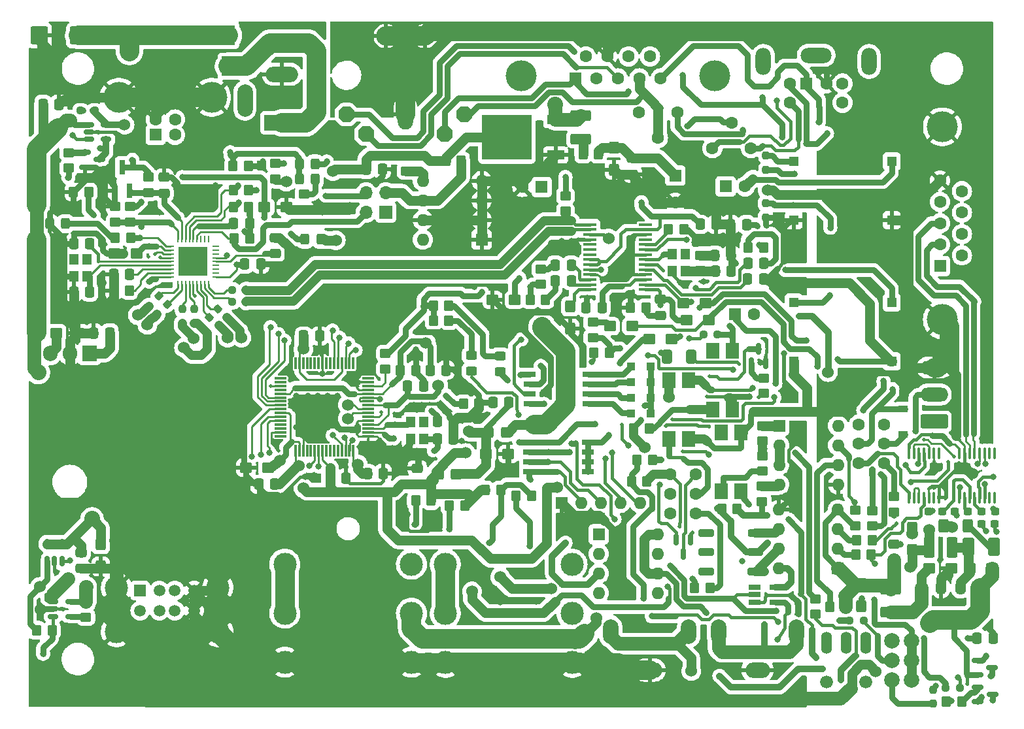
<source format=gbr>
%TF.GenerationSoftware,KiCad,Pcbnew,6.0.2+dfsg-1*%
%TF.CreationDate,2024-08-04T07:55:02+02:00*%
%TF.ProjectId,radio-usb,72616469-6f2d-4757-9362-2e6b69636164,rev?*%
%TF.SameCoordinates,Original*%
%TF.FileFunction,Copper,L1,Top*%
%TF.FilePolarity,Positive*%
%FSLAX46Y46*%
G04 Gerber Fmt 4.6, Leading zero omitted, Abs format (unit mm)*
G04 Created by KiCad (PCBNEW 6.0.2+dfsg-1) date 2024-08-04 07:55:02*
%MOMM*%
%LPD*%
G01*
G04 APERTURE LIST*
G04 Aperture macros list*
%AMRoundRect*
0 Rectangle with rounded corners*
0 $1 Rounding radius*
0 $2 $3 $4 $5 $6 $7 $8 $9 X,Y pos of 4 corners*
0 Add a 4 corners polygon primitive as box body*
4,1,4,$2,$3,$4,$5,$6,$7,$8,$9,$2,$3,0*
0 Add four circle primitives for the rounded corners*
1,1,$1+$1,$2,$3*
1,1,$1+$1,$4,$5*
1,1,$1+$1,$6,$7*
1,1,$1+$1,$8,$9*
0 Add four rect primitives between the rounded corners*
20,1,$1+$1,$2,$3,$4,$5,0*
20,1,$1+$1,$4,$5,$6,$7,0*
20,1,$1+$1,$6,$7,$8,$9,0*
20,1,$1+$1,$8,$9,$2,$3,0*%
%AMOutline5P*
0 Free polygon, 5 corners , with rotation*
0 The origin of the aperture is its center*
0 number of corners: always 5*
0 $1 to $10 corner X, Y*
0 $11 Rotation angle, in degrees counterclockwise*
0 create outline with 5 corners*
4,1,5,$1,$2,$3,$4,$5,$6,$7,$8,$9,$10,$1,$2,$11*%
%AMOutline6P*
0 Free polygon, 6 corners , with rotation*
0 The origin of the aperture is its center*
0 number of corners: always 6*
0 $1 to $12 corner X, Y*
0 $13 Rotation angle, in degrees counterclockwise*
0 create outline with 6 corners*
4,1,6,$1,$2,$3,$4,$5,$6,$7,$8,$9,$10,$11,$12,$1,$2,$13*%
%AMOutline7P*
0 Free polygon, 7 corners , with rotation*
0 The origin of the aperture is its center*
0 number of corners: always 7*
0 $1 to $14 corner X, Y*
0 $15 Rotation angle, in degrees counterclockwise*
0 create outline with 7 corners*
4,1,7,$1,$2,$3,$4,$5,$6,$7,$8,$9,$10,$11,$12,$13,$14,$1,$2,$15*%
%AMOutline8P*
0 Free polygon, 8 corners , with rotation*
0 The origin of the aperture is its center*
0 number of corners: always 8*
0 $1 to $16 corner X, Y*
0 $17 Rotation angle, in degrees counterclockwise*
0 create outline with 8 corners*
4,1,8,$1,$2,$3,$4,$5,$6,$7,$8,$9,$10,$11,$12,$13,$14,$15,$16,$1,$2,$17*%
G04 Aperture macros list end*
%TA.AperFunction,SMDPad,CuDef*%
%ADD10RoundRect,0.250000X0.450000X-0.350000X0.450000X0.350000X-0.450000X0.350000X-0.450000X-0.350000X0*%
%TD*%
%TA.AperFunction,ComponentPad*%
%ADD11C,3.000000*%
%TD*%
%TA.AperFunction,SMDPad,CuDef*%
%ADD12RoundRect,0.250000X-0.537500X-0.425000X0.537500X-0.425000X0.537500X0.425000X-0.537500X0.425000X0*%
%TD*%
%TA.AperFunction,SMDPad,CuDef*%
%ADD13RoundRect,0.250000X-0.337500X-0.475000X0.337500X-0.475000X0.337500X0.475000X-0.337500X0.475000X0*%
%TD*%
%TA.AperFunction,SMDPad,CuDef*%
%ADD14R,1.800000X2.500000*%
%TD*%
%TA.AperFunction,SMDPad,CuDef*%
%ADD15RoundRect,0.250001X-0.462499X-1.074999X0.462499X-1.074999X0.462499X1.074999X-0.462499X1.074999X0*%
%TD*%
%TA.AperFunction,SMDPad,CuDef*%
%ADD16RoundRect,0.250000X-0.350000X-0.450000X0.350000X-0.450000X0.350000X0.450000X-0.350000X0.450000X0*%
%TD*%
%TA.AperFunction,SMDPad,CuDef*%
%ADD17RoundRect,0.237500X-0.250000X-0.237500X0.250000X-0.237500X0.250000X0.237500X-0.250000X0.237500X0*%
%TD*%
%TA.AperFunction,SMDPad,CuDef*%
%ADD18RoundRect,0.250000X0.450000X-0.325000X0.450000X0.325000X-0.450000X0.325000X-0.450000X-0.325000X0*%
%TD*%
%TA.AperFunction,SMDPad,CuDef*%
%ADD19RoundRect,0.250000X-0.475000X0.337500X-0.475000X-0.337500X0.475000X-0.337500X0.475000X0.337500X0*%
%TD*%
%TA.AperFunction,ComponentPad*%
%ADD20R,1.600000X1.600000*%
%TD*%
%TA.AperFunction,ComponentPad*%
%ADD21C,1.600000*%
%TD*%
%TA.AperFunction,ComponentPad*%
%ADD22C,4.000000*%
%TD*%
%TA.AperFunction,SMDPad,CuDef*%
%ADD23RoundRect,0.250000X0.475000X-0.337500X0.475000X0.337500X-0.475000X0.337500X-0.475000X-0.337500X0*%
%TD*%
%TA.AperFunction,SMDPad,CuDef*%
%ADD24RoundRect,0.250000X0.337500X0.475000X-0.337500X0.475000X-0.337500X-0.475000X0.337500X-0.475000X0*%
%TD*%
%TA.AperFunction,SMDPad,CuDef*%
%ADD25RoundRect,0.250001X1.074999X-0.462499X1.074999X0.462499X-1.074999X0.462499X-1.074999X-0.462499X0*%
%TD*%
%TA.AperFunction,SMDPad,CuDef*%
%ADD26R,1.560000X0.650000*%
%TD*%
%TA.AperFunction,SMDPad,CuDef*%
%ADD27RoundRect,0.250000X-0.425000X0.537500X-0.425000X-0.537500X0.425000X-0.537500X0.425000X0.537500X0*%
%TD*%
%TA.AperFunction,SMDPad,CuDef*%
%ADD28RoundRect,0.237500X-0.344715X0.008839X0.008839X-0.344715X0.344715X-0.008839X-0.008839X0.344715X0*%
%TD*%
%TA.AperFunction,ComponentPad*%
%ADD29R,1.905000X2.000000*%
%TD*%
%TA.AperFunction,ComponentPad*%
%ADD30O,1.905000X2.000000*%
%TD*%
%TA.AperFunction,ComponentPad*%
%ADD31O,2.000000X3.500000*%
%TD*%
%TA.AperFunction,ComponentPad*%
%ADD32O,4.000000X2.000000*%
%TD*%
%TA.AperFunction,ComponentPad*%
%ADD33O,1.600000X1.600000*%
%TD*%
%TA.AperFunction,SMDPad,CuDef*%
%ADD34RoundRect,0.250000X0.325000X0.450000X-0.325000X0.450000X-0.325000X-0.450000X0.325000X-0.450000X0*%
%TD*%
%TA.AperFunction,ComponentPad*%
%ADD35C,2.000000*%
%TD*%
%TA.AperFunction,SMDPad,CuDef*%
%ADD36RoundRect,0.250001X-1.074999X0.462499X-1.074999X-0.462499X1.074999X-0.462499X1.074999X0.462499X0*%
%TD*%
%TA.AperFunction,SMDPad,CuDef*%
%ADD37RoundRect,0.250000X0.537500X0.425000X-0.537500X0.425000X-0.537500X-0.425000X0.537500X-0.425000X0*%
%TD*%
%TA.AperFunction,SMDPad,CuDef*%
%ADD38R,1.600000X0.760000*%
%TD*%
%TA.AperFunction,SMDPad,CuDef*%
%ADD39RoundRect,0.150000X-0.587500X-0.150000X0.587500X-0.150000X0.587500X0.150000X-0.587500X0.150000X0*%
%TD*%
%TA.AperFunction,ComponentPad*%
%ADD40R,1.700000X1.700000*%
%TD*%
%TA.AperFunction,ComponentPad*%
%ADD41O,1.700000X1.700000*%
%TD*%
%TA.AperFunction,SMDPad,CuDef*%
%ADD42R,1.000000X1.000000*%
%TD*%
%TA.AperFunction,SMDPad,CuDef*%
%ADD43RoundRect,0.237500X-0.237500X0.250000X-0.237500X-0.250000X0.237500X-0.250000X0.237500X0.250000X0*%
%TD*%
%TA.AperFunction,SMDPad,CuDef*%
%ADD44RoundRect,0.237500X0.008839X0.344715X-0.344715X-0.008839X-0.008839X-0.344715X0.344715X0.008839X0*%
%TD*%
%TA.AperFunction,SMDPad,CuDef*%
%ADD45RoundRect,0.250000X0.350000X0.450000X-0.350000X0.450000X-0.350000X-0.450000X0.350000X-0.450000X0*%
%TD*%
%TA.AperFunction,SMDPad,CuDef*%
%ADD46RoundRect,0.250000X-0.412500X-0.650000X0.412500X-0.650000X0.412500X0.650000X-0.412500X0.650000X0*%
%TD*%
%TA.AperFunction,ComponentPad*%
%ADD47R,1.400000X1.800000*%
%TD*%
%TA.AperFunction,ComponentPad*%
%ADD48O,1.400000X1.800000*%
%TD*%
%TA.AperFunction,ComponentPad*%
%ADD49O,1.422400X2.844800*%
%TD*%
%TA.AperFunction,ComponentPad*%
%ADD50C,1.676400*%
%TD*%
%TA.AperFunction,SMDPad,CuDef*%
%ADD51RoundRect,0.150000X0.150000X-0.587500X0.150000X0.587500X-0.150000X0.587500X-0.150000X-0.587500X0*%
%TD*%
%TA.AperFunction,SMDPad,CuDef*%
%ADD52RoundRect,0.237500X0.250000X0.237500X-0.250000X0.237500X-0.250000X-0.237500X0.250000X-0.237500X0*%
%TD*%
%TA.AperFunction,ComponentPad*%
%ADD53R,1.500000X1.500000*%
%TD*%
%TA.AperFunction,ComponentPad*%
%ADD54C,1.500000*%
%TD*%
%TA.AperFunction,SMDPad,CuDef*%
%ADD55RoundRect,0.150000X-0.150000X0.587500X-0.150000X-0.587500X0.150000X-0.587500X0.150000X0.587500X0*%
%TD*%
%TA.AperFunction,SMDPad,CuDef*%
%ADD56RoundRect,0.150000X0.150000X-0.512500X0.150000X0.512500X-0.150000X0.512500X-0.150000X-0.512500X0*%
%TD*%
%TA.AperFunction,SMDPad,CuDef*%
%ADD57R,1.200000X0.900000*%
%TD*%
%TA.AperFunction,SMDPad,CuDef*%
%ADD58RoundRect,0.250000X-0.450000X0.350000X-0.450000X-0.350000X0.450000X-0.350000X0.450000X0.350000X0*%
%TD*%
%TA.AperFunction,SMDPad,CuDef*%
%ADD59RoundRect,0.237500X0.300000X0.237500X-0.300000X0.237500X-0.300000X-0.237500X0.300000X-0.237500X0*%
%TD*%
%TA.AperFunction,SMDPad,CuDef*%
%ADD60R,1.200000X1.400000*%
%TD*%
%TA.AperFunction,SMDPad,CuDef*%
%ADD61RoundRect,0.237500X0.237500X-0.250000X0.237500X0.250000X-0.237500X0.250000X-0.237500X-0.250000X0*%
%TD*%
%TA.AperFunction,SMDPad,CuDef*%
%ADD62RoundRect,0.100000X0.100000X-0.637500X0.100000X0.637500X-0.100000X0.637500X-0.100000X-0.637500X0*%
%TD*%
%TA.AperFunction,ComponentPad*%
%ADD63O,1.998980X3.197860*%
%TD*%
%TA.AperFunction,ComponentPad*%
%ADD64O,3.197860X1.998980*%
%TD*%
%TA.AperFunction,ComponentPad*%
%ADD65R,4.600000X2.000000*%
%TD*%
%TA.AperFunction,ComponentPad*%
%ADD66O,4.200000X2.000000*%
%TD*%
%TA.AperFunction,ComponentPad*%
%ADD67O,2.000000X4.200000*%
%TD*%
%TA.AperFunction,SMDPad,CuDef*%
%ADD68R,1.780000X2.000000*%
%TD*%
%TA.AperFunction,SMDPad,CuDef*%
%ADD69RoundRect,0.250000X-0.400000X-0.625000X0.400000X-0.625000X0.400000X0.625000X-0.400000X0.625000X0*%
%TD*%
%TA.AperFunction,SMDPad,CuDef*%
%ADD70RoundRect,0.237500X-0.300000X-0.237500X0.300000X-0.237500X0.300000X0.237500X-0.300000X0.237500X0*%
%TD*%
%TA.AperFunction,SMDPad,CuDef*%
%ADD71RoundRect,0.250000X0.425000X-0.537500X0.425000X0.537500X-0.425000X0.537500X-0.425000X-0.537500X0*%
%TD*%
%TA.AperFunction,ComponentPad*%
%ADD72Outline8P,-0.990600X0.495300X-0.495300X0.990600X0.495300X0.990600X0.990600X0.495300X0.990600X-0.495300X0.495300X-0.990600X-0.495300X-0.990600X-0.990600X-0.495300X180.000000*%
%TD*%
%TA.AperFunction,ComponentPad*%
%ADD73O,1.981200X3.962400*%
%TD*%
%TA.AperFunction,SMDPad,CuDef*%
%ADD74R,2.200000X1.200000*%
%TD*%
%TA.AperFunction,SMDPad,CuDef*%
%ADD75R,6.400000X5.800000*%
%TD*%
%TA.AperFunction,SMDPad,CuDef*%
%ADD76R,1.750000X0.450000*%
%TD*%
%TA.AperFunction,SMDPad,CuDef*%
%ADD77RoundRect,0.150000X-0.512500X-0.150000X0.512500X-0.150000X0.512500X0.150000X-0.512500X0.150000X0*%
%TD*%
%TA.AperFunction,SMDPad,CuDef*%
%ADD78RoundRect,0.250001X-0.499999X-0.924999X0.499999X-0.924999X0.499999X0.924999X-0.499999X0.924999X0*%
%TD*%
%TA.AperFunction,ComponentPad*%
%ADD79R,1.308000X1.308000*%
%TD*%
%TA.AperFunction,ComponentPad*%
%ADD80RoundRect,0.250000X1.550000X-0.650000X1.550000X0.650000X-1.550000X0.650000X-1.550000X-0.650000X0*%
%TD*%
%TA.AperFunction,ComponentPad*%
%ADD81O,3.600000X1.800000*%
%TD*%
%TA.AperFunction,SMDPad,CuDef*%
%ADD82RoundRect,0.250000X-0.325000X-0.450000X0.325000X-0.450000X0.325000X0.450000X-0.325000X0.450000X0*%
%TD*%
%TA.AperFunction,SMDPad,CuDef*%
%ADD83RoundRect,0.250000X0.760500X0.250000X-0.760500X0.250000X-0.760500X-0.250000X0.760500X-0.250000X0*%
%TD*%
%TA.AperFunction,SMDPad,CuDef*%
%ADD84RoundRect,0.250000X0.750000X0.250000X-0.750000X0.250000X-0.750000X-0.250000X0.750000X-0.250000X0*%
%TD*%
%TA.AperFunction,SMDPad,CuDef*%
%ADD85RoundRect,0.250000X0.700000X0.250000X-0.700000X0.250000X-0.700000X-0.250000X0.700000X-0.250000X0*%
%TD*%
%TA.AperFunction,SMDPad,CuDef*%
%ADD86RoundRect,0.062500X0.062500X-0.350000X0.062500X0.350000X-0.062500X0.350000X-0.062500X-0.350000X0*%
%TD*%
%TA.AperFunction,SMDPad,CuDef*%
%ADD87RoundRect,0.062500X0.350000X-0.062500X0.350000X0.062500X-0.350000X0.062500X-0.350000X-0.062500X0*%
%TD*%
%TA.AperFunction,SMDPad,CuDef*%
%ADD88R,3.700000X3.700000*%
%TD*%
%TA.AperFunction,SMDPad,CuDef*%
%ADD89R,0.800000X1.900000*%
%TD*%
%TA.AperFunction,SMDPad,CuDef*%
%ADD90RoundRect,0.075000X0.700000X0.075000X-0.700000X0.075000X-0.700000X-0.075000X0.700000X-0.075000X0*%
%TD*%
%TA.AperFunction,SMDPad,CuDef*%
%ADD91RoundRect,0.075000X0.075000X0.700000X-0.075000X0.700000X-0.075000X-0.700000X0.075000X-0.700000X0*%
%TD*%
%TA.AperFunction,SMDPad,CuDef*%
%ADD92RoundRect,0.250000X0.875000X0.925000X-0.875000X0.925000X-0.875000X-0.925000X0.875000X-0.925000X0*%
%TD*%
%TA.AperFunction,ViaPad*%
%ADD93C,0.812800*%
%TD*%
%TA.AperFunction,ViaPad*%
%ADD94C,1.524000*%
%TD*%
%TA.AperFunction,ViaPad*%
%ADD95C,0.508000*%
%TD*%
%TA.AperFunction,ViaPad*%
%ADD96C,2.032000*%
%TD*%
%TA.AperFunction,ViaPad*%
%ADD97C,0.558800*%
%TD*%
%TA.AperFunction,Conductor*%
%ADD98C,0.406400*%
%TD*%
%TA.AperFunction,Conductor*%
%ADD99C,0.762000*%
%TD*%
%TA.AperFunction,Conductor*%
%ADD100C,0.812800*%
%TD*%
%TA.AperFunction,Conductor*%
%ADD101C,1.270000*%
%TD*%
%TA.AperFunction,Conductor*%
%ADD102C,0.254000*%
%TD*%
%TA.AperFunction,Conductor*%
%ADD103C,2.540000*%
%TD*%
%TA.AperFunction,Conductor*%
%ADD104C,1.143000*%
%TD*%
%TA.AperFunction,Conductor*%
%ADD105C,1.778000*%
%TD*%
G04 APERTURE END LIST*
D10*
%TO.P,R27,1*%
%TO.N,VCC*%
X134010400Y-80552800D03*
%TO.P,R27,2*%
%TO.N,Net-(R27-Pad2)*%
X134010400Y-78552800D03*
%TD*%
D11*
%TO.P,J12,R*%
%TO.N,Net-(C63-Pad1)*%
X109320000Y-102870000D03*
%TO.P,J12,RN*%
%TO.N,Net-(J12-PadRN)*%
X92920000Y-102870000D03*
%TO.P,J12,S*%
%TO.N,GND*%
X109320000Y-109220000D03*
%TO.P,J12,SN*%
X92920000Y-109220000D03*
%TO.P,J12,T*%
%TO.N,/AUD_OUT_SUM*%
X109320000Y-96520000D03*
%TO.P,J12,TN*%
%TO.N,Net-(J12-PadRN)*%
X92920000Y-96520000D03*
%TD*%
D12*
%TO.P,C61,1*%
%TO.N,Net-(C61-Pad1)*%
X114222500Y-65650000D03*
%TO.P,C61,2*%
%TO.N,/RCA_RIGHT*%
X117097500Y-65650000D03*
%TD*%
%TO.P,C38,1*%
%TO.N,/SER_VPLL*%
X98206700Y-82219800D03*
%TO.P,C38,2*%
%TO.N,GND*%
X101081700Y-82219800D03*
%TD*%
D13*
%TO.P,C34,1*%
%TO.N,/SER_VPLL*%
X88036400Y-73374522D03*
%TO.P,C34,2*%
%TO.N,GND*%
X90111400Y-73374522D03*
%TD*%
D14*
%TO.P,D4,1,K*%
%TO.N,+12V*%
X64846200Y-27946600D03*
%TO.P,D4,2,A*%
%TO.N,Net-(D4-Pad2)*%
X64846200Y-31946600D03*
%TD*%
D15*
%TO.P,L2,1,1*%
%TO.N,+5V*%
X155560700Y-94310200D03*
%TO.P,L2,2,2*%
%TO.N,/DCDC_IN*%
X158535700Y-94310200D03*
%TD*%
D16*
%TO.P,R34,1*%
%TO.N,+5V*%
X39995600Y-105054400D03*
%TO.P,R34,2*%
%TO.N,/+5VP_OK*%
X41995600Y-105054400D03*
%TD*%
D17*
%TO.P,R17,1*%
%TO.N,Net-(Q1-Pad3)*%
X45671100Y-37719000D03*
%TO.P,R17,2*%
%TO.N,VBUS*%
X47496100Y-37719000D03*
%TD*%
D18*
%TO.P,D16,1,K*%
%TO.N,/SER_B_RXLED*%
X96266000Y-71459200D03*
%TO.P,D16,2,A*%
%TO.N,Net-(D16-Pad2)*%
X96266000Y-69409200D03*
%TD*%
D19*
%TO.P,C9,1*%
%TO.N,GND*%
X70891400Y-54182100D03*
%TO.P,C9,2*%
%TO.N,Net-(C9-Pad2)*%
X70891400Y-56257100D03*
%TD*%
D20*
%TO.P,J2,1,VBUS*%
%TO.N,VBUS*%
X55417400Y-40848900D03*
D21*
%TO.P,J2,2,D-*%
%TO.N,/D-*%
X57917400Y-40848900D03*
%TO.P,J2,3,D+*%
%TO.N,/D+*%
X57917400Y-38848900D03*
%TO.P,J2,4,GND*%
%TO.N,GND*%
X55417400Y-38848900D03*
D22*
%TO.P,J2,5,Shield*%
X50667400Y-35988900D03*
X62667400Y-35988900D03*
%TD*%
D23*
%TO.P,C57,1*%
%TO.N,Net-(C57-Pad1)*%
X120777000Y-64228800D03*
%TO.P,C57,2*%
%TO.N,/AUD_OUT_RIGHT*%
X120777000Y-62153800D03*
%TD*%
D24*
%TO.P,C58,1*%
%TO.N,/AUD_IN_LEFT*%
X109217500Y-57740000D03*
%TO.P,C58,2*%
%TO.N,Net-(C58-Pad2)*%
X107142500Y-57740000D03*
%TD*%
D25*
%TO.P,L3,1,1*%
%TO.N,/DCDC_OUT*%
X150571200Y-102681100D03*
%TO.P,L3,2,2*%
%TO.N,VD*%
X150571200Y-99706100D03*
%TD*%
D16*
%TO.P,R10,1*%
%TO.N,GND*%
X50003200Y-61010800D03*
%TO.P,R10,2*%
%TO.N,/H_BIAS*%
X52003200Y-61010800D03*
%TD*%
D26*
%TO.P,U16,1*%
%TO.N,N/C*%
X132960000Y-99510000D03*
%TO.P,U16,2*%
%TO.N,/PTT_CTRL*%
X132960000Y-100460000D03*
%TO.P,U16,3,GND*%
%TO.N,GND*%
X132960000Y-101410000D03*
%TO.P,U16,4*%
%TO.N,/~{PTT_CTRL}*%
X135660000Y-101410000D03*
%TO.P,U16,5,VCC*%
%TO.N,VCC*%
X135660000Y-99510000D03*
%TD*%
D27*
%TO.P,C42,1*%
%TO.N,/5VD12*%
X48310800Y-93914100D03*
%TO.P,C42,2*%
%TO.N,GND*%
X48310800Y-96789100D03*
%TD*%
D13*
%TO.P,C14,1*%
%TO.N,/H_VDD*%
X66932900Y-57607200D03*
%TO.P,C14,2*%
%TO.N,GND*%
X69007900Y-57607200D03*
%TD*%
D10*
%TO.P,R16,1*%
%TO.N,+12V*%
X44145200Y-45145200D03*
%TO.P,R16,2*%
%TO.N,Net-(Q1-Pad1)*%
X44145200Y-43145200D03*
%TD*%
D24*
%TO.P,C59,1*%
%TO.N,/AUD_IN_RIGHT*%
X109217500Y-59750000D03*
%TO.P,C59,2*%
%TO.N,Net-(C59-Pad2)*%
X107142500Y-59750000D03*
%TD*%
D28*
%TO.P,R46,1*%
%TO.N,/H_SER_USBD+*%
X63449200Y-63423800D03*
%TO.P,R46,2*%
%TO.N,/SER_D+*%
X64739670Y-64714270D03*
%TD*%
D29*
%TO.P,U1,1,IN*%
%TO.N,+12V*%
X46837600Y-69205200D03*
D30*
%TO.P,U1,2,GND*%
%TO.N,GND*%
X44297600Y-69205200D03*
%TO.P,U1,3,OUT*%
%TO.N,/5VD12*%
X41757600Y-69205200D03*
%TD*%
D20*
%TO.P,J6,1*%
%TO.N,AF_TO_RADIO*%
X139649200Y-34188400D03*
D21*
%TO.P,J6,2*%
%TO.N,GNDREF*%
X142249200Y-34188400D03*
%TO.P,J6,3*%
%TO.N,PTT*%
X137549200Y-34188400D03*
%TO.P,J6,4*%
%TO.N,/YAESU_FLAT_AUD*%
X144349200Y-34188400D03*
%TO.P,J6,5*%
%TO.N,/YAESU_FILTERED_AUD*%
X137549200Y-36688400D03*
%TO.P,J6,6*%
%TO.N,RX_ACTIVE*%
X144349200Y-36688400D03*
D31*
%TO.P,J6,7*%
%TO.N,N/C*%
X134099200Y-31338400D03*
X147799200Y-31338400D03*
D32*
X140949200Y-30538400D03*
%TD*%
D20*
%TO.P,U14,1,CS*%
%TO.N,/SER_EECS*%
X112786000Y-92618400D03*
D33*
%TO.P,U14,2,SCLK*%
%TO.N,Net-(R51-Pad1)*%
X112786000Y-95158400D03*
%TO.P,U14,3,DI*%
%TO.N,/SER_EEDT*%
X112786000Y-97698400D03*
%TO.P,U14,4,DO*%
%TO.N,Net-(R49-Pad1)*%
X112786000Y-100238400D03*
%TO.P,U14,5,GND*%
%TO.N,GND*%
X120406000Y-100238400D03*
%TO.P,U14,6,ORG*%
%TO.N,VCC*%
X120406000Y-97698400D03*
%TO.P,U14,7,NC*%
%TO.N,unconnected-(U14-Pad7)*%
X120406000Y-95158400D03*
%TO.P,U14,8,VCC*%
%TO.N,VCC*%
X120406000Y-92618400D03*
%TD*%
D16*
%TO.P,R33,1*%
%TO.N,Net-(R33-Pad1)*%
X146167600Y-93370400D03*
%TO.P,R33,2*%
%TO.N,/TTL_RX*%
X148167600Y-93370400D03*
%TD*%
D10*
%TO.P,R14,1*%
%TO.N,+2V5*%
X50165000Y-52155600D03*
%TO.P,R14,2*%
%TO.N,GND*%
X50165000Y-50155600D03*
%TD*%
D13*
%TO.P,C51,1*%
%TO.N,Net-(C51-Pad1)*%
X127842100Y-56464200D03*
%TO.P,C51,2*%
%TO.N,GND*%
X129917100Y-56464200D03*
%TD*%
D34*
%TO.P,L4,1,1*%
%TO.N,+3V3*%
X100669200Y-79445122D03*
%TO.P,L4,2,2*%
%TO.N,/SER_VPLL*%
X98619200Y-79445122D03*
%TD*%
D12*
%TO.P,C60,1*%
%TO.N,Net-(C60-Pad1)*%
X119362500Y-67320000D03*
%TO.P,C60,2*%
%TO.N,/RCA_LEFT*%
X122237500Y-67320000D03*
%TD*%
D35*
%TO.P,D12,1,AB*%
%TO.N,+5V*%
X153250200Y-106450700D03*
%TO.P,D12,2,KB*%
%TO.N,Net-(D12-Pad2)*%
X150710200Y-106450700D03*
%TO.P,D12,3,AR*%
%TO.N,+5V*%
X153250200Y-108990700D03*
%TO.P,D12,4,KR*%
%TO.N,Net-(D12-Pad4)*%
X150710200Y-108990700D03*
%TO.P,D12,5,AG*%
%TO.N,+5V*%
X153250200Y-111530700D03*
%TO.P,D12,6,KR*%
%TO.N,Net-(D12-Pad6)*%
X150710200Y-111530700D03*
%TD*%
D36*
%TO.P,L5,1,1*%
%TO.N,+5V*%
X110439200Y-38390500D03*
%TO.P,L5,2,2*%
%TO.N,Net-(L5-Pad2)*%
X110439200Y-41365500D03*
%TD*%
D37*
%TO.P,C13,1*%
%TO.N,/H_VDD*%
X52923300Y-56261000D03*
%TO.P,C13,2*%
%TO.N,GND*%
X50048300Y-56261000D03*
%TD*%
D12*
%TO.P,C18,1*%
%TO.N,/DCDC_IN*%
X160792300Y-97028000D03*
%TO.P,C18,2*%
%TO.N,GND*%
X163667300Y-97028000D03*
%TD*%
D38*
%TO.P,SW5,1*%
%TO.N,/SER_A_CTS_IN*%
X103755100Y-80664322D03*
%TO.P,SW5,2*%
%TO.N,/SER_A_DSR_IN*%
X103755100Y-81934322D03*
%TO.P,SW5,3*%
%TO.N,/SER_B_CTS_IN*%
X103755100Y-83204322D03*
%TO.P,SW5,4*%
%TO.N,/SER_B_DSR_IN*%
X103755100Y-84474322D03*
%TO.P,SW5,5*%
%TO.N,/RX_ACT_SEP*%
X111375100Y-84474322D03*
%TO.P,SW5,6*%
X111375100Y-83204322D03*
%TO.P,SW5,7*%
X111375100Y-81934322D03*
%TO.P,SW5,8*%
X111375100Y-80664322D03*
%TD*%
D19*
%TO.P,C39,1*%
%TO.N,/AUD_VBUS*%
X117170200Y-43869700D03*
%TO.P,C39,2*%
%TO.N,GND*%
X117170200Y-45944700D03*
%TD*%
D12*
%TO.P,C11,1*%
%TO.N,/H_VDD*%
X69504700Y-50215800D03*
%TO.P,C11,2*%
%TO.N,GND*%
X72379700Y-50215800D03*
%TD*%
D16*
%TO.P,R57,1*%
%TO.N,+3V3*%
X91354400Y-62992000D03*
%TO.P,R57,2*%
%TO.N,Net-(D15-Pad2)*%
X93354400Y-62992000D03*
%TD*%
D39*
%TO.P,Q3,1,B*%
%TO.N,Net-(Q3-Pad1)*%
X161876500Y-112435600D03*
%TO.P,Q3,2,E*%
%TO.N,GND*%
X161876500Y-114335600D03*
%TO.P,Q3,3,C*%
%TO.N,Net-(Q3-Pad3)*%
X163751500Y-113385600D03*
%TD*%
D40*
%TO.P,J5,1,Pin_1*%
%TO.N,/H_EE_SDA*%
X85217000Y-50876200D03*
D41*
%TO.P,J5,2,Pin_2*%
%TO.N,/H_REM1*%
X82677000Y-50876200D03*
%TO.P,J5,3,Pin_3*%
%TO.N,/H_EE_SCL*%
X85217000Y-48336200D03*
%TO.P,J5,4,Pin_4*%
%TO.N,/H_SEL0*%
X82677000Y-48336200D03*
%TD*%
D24*
%TO.P,C5,1*%
%TO.N,/H_XTALO*%
X46884500Y-54940200D03*
%TO.P,C5,2*%
%TO.N,GND*%
X44809500Y-54940200D03*
%TD*%
D10*
%TO.P,R23,1*%
%TO.N,/+5VP_EN*%
X46380400Y-103362000D03*
%TO.P,R23,2*%
%TO.N,+5V*%
X46380400Y-101362000D03*
%TD*%
D21*
%TO.P,SW7,1,A*%
%TO.N,/PTT_ACTL*%
X117946800Y-37958400D03*
%TO.P,SW7,2,B*%
%TO.N,PTT*%
X120446800Y-41258400D03*
%TO.P,SW7,3,C*%
%TO.N,/PTT_ACTH*%
X122946800Y-37958400D03*
%TD*%
D12*
%TO.P,C50,1*%
%TO.N,/AUD_OUT_RIGHT*%
X124165500Y-64871600D03*
%TO.P,C50,2*%
%TO.N,/RCA_RIGHT*%
X127040500Y-64871600D03*
%TD*%
D20*
%TO.P,U11,1,A1*%
%TO.N,VD*%
X143754000Y-97043400D03*
D33*
%TO.P,U11,2,C1*%
%TO.N,Net-(R32-Pad1)*%
X143754000Y-94503400D03*
%TO.P,U11,3,C2*%
%TO.N,Net-(R33-Pad1)*%
X143754000Y-91963400D03*
%TO.P,U11,4,A2*%
%TO.N,VD*%
X143754000Y-89423400D03*
%TO.P,U11,5,GND*%
%TO.N,GND*%
X136134000Y-89423400D03*
%TO.P,U11,6,VO2*%
%TO.N,/SER_B_RXD_RS*%
X136134000Y-91963400D03*
%TO.P,U11,7,VO1*%
%TO.N,/SER_B_RXD_TTL*%
X136134000Y-94503400D03*
%TO.P,U11,8,VCC*%
%TO.N,VCC*%
X136134000Y-97043400D03*
%TD*%
D42*
%TO.P,D18,1,K*%
%TO.N,/PTT_CTRL*%
X119461600Y-72898000D03*
%TO.P,D18,2,A*%
%TO.N,Net-(D18-Pad2)*%
X116961600Y-72898000D03*
%TD*%
%TO.P,D17,1,K*%
%TO.N,/PTT_CTRL*%
X119461600Y-70891400D03*
%TO.P,D17,2,A*%
%TO.N,Net-(D17-Pad2)*%
X116961600Y-70891400D03*
%TD*%
D43*
%TO.P,R22,1*%
%TO.N,/H_DP2-*%
X58877200Y-63425700D03*
%TO.P,R22,2*%
%TO.N,/DP2-*%
X58877200Y-65250700D03*
%TD*%
D12*
%TO.P,C54,1*%
%TO.N,/AUD_OUT_LEFT*%
X123759100Y-62661800D03*
%TO.P,C54,2*%
%TO.N,/RCA_LEFT*%
X126634100Y-62661800D03*
%TD*%
D13*
%TO.P,C28,1*%
%TO.N,+1V8*%
X90932000Y-71342522D03*
%TO.P,C28,2*%
%TO.N,GND*%
X93007000Y-71342522D03*
%TD*%
D10*
%TO.P,R2,1*%
%TO.N,GND*%
X74650600Y-50530000D03*
%TO.P,R2,2*%
%TO.N,Net-(D6-Pad1)*%
X74650600Y-48530000D03*
%TD*%
D16*
%TO.P,R53,1*%
%TO.N,Net-(L5-Pad2)*%
X110760000Y-43357800D03*
%TO.P,R53,2*%
%TO.N,/AUD_VBUS*%
X112760000Y-43357800D03*
%TD*%
D21*
%TO.P,SW2,1,A*%
%TO.N,/YAESU_FILTERED_AUD*%
X132497200Y-42585000D03*
%TO.P,SW2,2,B*%
%TO.N,AF_FRM_RADIO*%
X129997200Y-39285000D03*
%TO.P,SW2,3,C*%
%TO.N,/YAESU_FLAT_AUD*%
X127497200Y-42585000D03*
%TD*%
D44*
%TO.P,R30,1*%
%TO.N,/H_DP1+*%
X56906235Y-62829365D03*
%TO.P,R30,2*%
%TO.N,/DP1+*%
X55615765Y-64119835D03*
%TD*%
D45*
%TO.P,R44,1*%
%TO.N,GND*%
X97262100Y-75711322D03*
%TO.P,R44,2*%
%TO.N,Net-(R44-Pad2)*%
X95262100Y-75711322D03*
%TD*%
D46*
%TO.P,C62,1*%
%TO.N,Net-(C62-Pad1)*%
X121587500Y-69610000D03*
%TO.P,C62,2*%
%TO.N,/AUD_OUT_SUM*%
X124712500Y-69610000D03*
%TD*%
D47*
%TO.P,U8,1,-VIN*%
%TO.N,GND*%
X162156900Y-99554700D03*
D48*
%TO.P,U8,2,+VIN*%
%TO.N,/DCDC_IN*%
X159616900Y-99554700D03*
%TO.P,U8,3,-VOUT*%
%TO.N,GNDREF*%
X157076900Y-99554700D03*
%TO.P,U8,4,+VOUT*%
%TO.N,/DCDC_OUT*%
X154536900Y-99554700D03*
%TD*%
D16*
%TO.P,R51,1*%
%TO.N,Net-(R51-Pad1)*%
X93437200Y-88925400D03*
%TO.P,R51,2*%
%TO.N,VCC*%
X95437200Y-88925400D03*
%TD*%
D27*
%TO.P,C48,1*%
%TO.N,Net-(C48-Pad1)*%
X109090000Y-63082500D03*
%TO.P,C48,2*%
%TO.N,GND*%
X109090000Y-65957500D03*
%TD*%
D49*
%TO.P,SW3,1,A*%
%TO.N,/~{PTT_CTRL}*%
X147320000Y-106680000D03*
%TO.P,SW3,2,B*%
%TO.N,Net-(R63-Pad2)*%
X144780000Y-106680000D03*
%TO.P,SW3,3,C*%
%TO.N,/PTT_CTRL*%
X142240000Y-106680000D03*
D50*
%TO.P,SW3,M1*%
%TO.N,N/C*%
X147320000Y-111760000D03*
%TO.P,SW3,M2*%
X142240000Y-111760000D03*
%TD*%
D10*
%TO.P,R65,1*%
%TO.N,Net-(R65-Pad1)*%
X134010400Y-84439000D03*
%TO.P,R65,2*%
%TO.N,VCC*%
X134010400Y-82439000D03*
%TD*%
D42*
%TO.P,D19,1,K*%
%TO.N,/PTT_CTRL*%
X119461600Y-74904600D03*
%TO.P,D19,2,A*%
%TO.N,Net-(D19-Pad2)*%
X116961600Y-74904600D03*
%TD*%
D51*
%TO.P,Q4,1,B*%
%TO.N,/PTT_CTRL_SW*%
X132527000Y-70431900D03*
%TO.P,Q4,2,E*%
%TO.N,GND*%
X134427000Y-70431900D03*
%TO.P,Q4,3,C*%
%TO.N,Net-(Q4-Pad3)*%
X133477000Y-68556900D03*
%TD*%
D52*
%TO.P,R35,1*%
%TO.N,Net-(D12-Pad4)*%
X147072500Y-103780000D03*
%TO.P,R35,2*%
%TO.N,GND*%
X145247500Y-103780000D03*
%TD*%
D53*
%TO.P,J7,1,VBUS1*%
%TO.N,+5VP*%
X53396000Y-99901600D03*
D54*
%TO.P,J7,2,D1-*%
%TO.N,/DP1-*%
X55896000Y-99901600D03*
%TO.P,J7,3,D1+*%
%TO.N,/DP1+*%
X57896000Y-99901600D03*
%TO.P,J7,4,GND1*%
%TO.N,GND*%
X60396000Y-99901600D03*
%TO.P,J7,5,VBUS2*%
%TO.N,+5VP*%
X53396000Y-102521600D03*
%TO.P,J7,6,D2-*%
%TO.N,/DP2-*%
X55896000Y-102521600D03*
%TO.P,J7,7,D2+*%
%TO.N,/DP2+*%
X57896000Y-102521600D03*
%TO.P,J7,8,GND2*%
%TO.N,GND*%
X60396000Y-102521600D03*
D11*
%TO.P,J7,9,Shield*%
X63466000Y-99551600D03*
X50326000Y-105231600D03*
X50326000Y-99551600D03*
X63466000Y-105231600D03*
%TD*%
D19*
%TO.P,C10,1*%
%TO.N,/5VD12*%
X45770800Y-94974500D03*
%TO.P,C10,2*%
%TO.N,GND*%
X45770800Y-97049500D03*
%TD*%
D23*
%TO.P,C21,1*%
%TO.N,VD*%
X150977600Y-95931900D03*
%TO.P,C21,2*%
%TO.N,GNDREF*%
X150977600Y-93856900D03*
%TD*%
D45*
%TO.P,R80,1*%
%TO.N,Net-(Q5-Pad2)*%
X119750000Y-82960000D03*
%TO.P,R80,2*%
%TO.N,VD*%
X117750000Y-82960000D03*
%TD*%
D52*
%TO.P,R78,1*%
%TO.N,/PTT_ACTH*%
X128166500Y-66751200D03*
%TO.P,R78,2*%
%TO.N,GNDREF*%
X126341500Y-66751200D03*
%TD*%
D22*
%TO.P,J8,0,PAD*%
%TO.N,GNDREF*%
X157272000Y-39808602D03*
X157272000Y-64808602D03*
D20*
%TO.P,J8,1,1*%
%TO.N,unconnected-(J8-Pad1)*%
X156972000Y-57848602D03*
D21*
%TO.P,J8,2,2*%
%TO.N,/RS232RX*%
X156972000Y-55078602D03*
%TO.P,J8,3,3*%
%TO.N,/RS232TX*%
X156972000Y-52308602D03*
%TO.P,J8,4,4*%
%TO.N,unconnected-(J8-Pad4)*%
X156972000Y-49538602D03*
%TO.P,J8,5,5*%
%TO.N,GNDREF*%
X156972000Y-46768602D03*
%TO.P,J8,6,6*%
%TO.N,unconnected-(J8-Pad6)*%
X159812000Y-56463602D03*
%TO.P,J8,7,7*%
%TO.N,unconnected-(J8-Pad7)*%
X159812000Y-53693602D03*
%TO.P,J8,8,8*%
%TO.N,unconnected-(J8-Pad8)*%
X159812000Y-50923602D03*
%TO.P,J8,9,9*%
%TO.N,unconnected-(J8-Pad9)*%
X159812000Y-48153602D03*
%TD*%
D27*
%TO.P,C37,1*%
%TO.N,/AUD_VBUS*%
X114757200Y-42504500D03*
%TO.P,C37,2*%
%TO.N,GND*%
X114757200Y-45379500D03*
%TD*%
D16*
%TO.P,R5,1*%
%TO.N,Net-(D1-Pad2)*%
X50181000Y-54152800D03*
%TO.P,R5,2*%
%TO.N,/H_REM0*%
X52181000Y-54152800D03*
%TD*%
D45*
%TO.P,R49,1*%
%TO.N,Net-(R49-Pad1)*%
X100110800Y-86868000D03*
%TO.P,R49,2*%
%TO.N,VCC*%
X98110800Y-86868000D03*
%TD*%
D17*
%TO.P,R43,1*%
%TO.N,/H_AUD_USBD-*%
X65305300Y-62484000D03*
%TO.P,R43,2*%
%TO.N,/AUD_USB_DN*%
X67130300Y-62484000D03*
%TD*%
D55*
%TO.P,Q5,1,B*%
%TO.N,Net-(Q5-Pad1)*%
X124700000Y-93312500D03*
%TO.P,Q5,2,E*%
%TO.N,Net-(Q5-Pad2)*%
X122800000Y-93312500D03*
%TO.P,Q5,3,C*%
%TO.N,Net-(Q5-Pad3)*%
X123750000Y-95187500D03*
%TD*%
D17*
%TO.P,R42,1*%
%TO.N,/H_AUD_USBD+*%
X65305300Y-60960000D03*
%TO.P,R42,2*%
%TO.N,/AUD_USB_DP*%
X67130300Y-60960000D03*
%TD*%
D13*
%TO.P,C52,1*%
%TO.N,Net-(C52-Pad1)*%
X127867500Y-58496200D03*
%TO.P,C52,2*%
%TO.N,GND*%
X129942500Y-58496200D03*
%TD*%
D56*
%TO.P,U4,1,OUT*%
%TO.N,+5V*%
X41366400Y-96133500D03*
%TO.P,U4,2,GND*%
%TO.N,GND*%
X42316400Y-96133500D03*
%TO.P,U4,3,~{FLG}*%
%TO.N,Net-(TP1-Pad1)*%
X43266400Y-96133500D03*
%TO.P,U4,4,EN*%
%TO.N,/5VD12*%
X43266400Y-93858500D03*
%TO.P,U4,5,IN*%
X41366400Y-93858500D03*
%TD*%
D37*
%TO.P,C49,1*%
%TO.N,Net-(C49-Pad1)*%
X101894500Y-62230000D03*
%TO.P,C49,2*%
%TO.N,GND*%
X99019500Y-62230000D03*
%TD*%
D57*
%TO.P,D7,1,K*%
%TO.N,Net-(D7-Pad1)*%
X152222200Y-79678800D03*
%TO.P,D7,2,A*%
%TO.N,PTT*%
X152222200Y-76378800D03*
%TD*%
D39*
%TO.P,Q2,1,B*%
%TO.N,Net-(Q2-Pad1)*%
X161800300Y-108930400D03*
%TO.P,Q2,2,E*%
%TO.N,GND*%
X161800300Y-110830400D03*
%TO.P,Q2,3,C*%
%TO.N,Net-(Q2-Pad3)*%
X163675300Y-109880400D03*
%TD*%
D16*
%TO.P,R79,1*%
%TO.N,Net-(R79-Pad1)*%
X125200000Y-99590000D03*
%TO.P,R79,2*%
%TO.N,Net-(R79-Pad2)*%
X127200000Y-99590000D03*
%TD*%
D21*
%TO.P,SW1,1,A*%
%TO.N,unconnected-(SW1-Pad1)*%
X149769000Y-78373600D03*
%TO.P,SW1,2,B*%
%TO.N,Net-(D7-Pad1)*%
X149769000Y-80873600D03*
%TO.P,SW1,3,C*%
%TO.N,/CAT_UART_TX*%
X149769000Y-83373600D03*
%TO.P,SW1,4,A*%
%TO.N,unconnected-(SW1-Pad4)*%
X146469000Y-78373600D03*
%TO.P,SW1,5,B*%
%TO.N,PTT*%
X146469000Y-80873600D03*
%TO.P,SW1,6,C*%
%TO.N,/CAT_UART_RX*%
X146469000Y-83373600D03*
%TD*%
D58*
%TO.P,R9,1*%
%TO.N,Net-(D7-Pad1)*%
X148183600Y-89551000D03*
%TO.P,R9,2*%
%TO.N,PTT*%
X148183600Y-91551000D03*
%TD*%
D59*
%TO.P,C32,1*%
%TO.N,Net-(C32-Pad1)*%
X160577700Y-89636600D03*
%TO.P,C32,2*%
%TO.N,GNDREF*%
X158852700Y-89636600D03*
%TD*%
D60*
%TO.P,Y1,1,1*%
%TO.N,/H_XTALIN*%
X46544600Y-59189800D03*
%TO.P,Y1,2,2*%
%TO.N,unconnected-(Y1-Pad2)*%
X46544600Y-56989800D03*
%TO.P,Y1,3,3*%
%TO.N,/H_XTALO*%
X44844600Y-56989800D03*
%TO.P,Y1,4,4*%
%TO.N,GND*%
X44844600Y-59189800D03*
%TD*%
D45*
%TO.P,R54,1*%
%TO.N,GND*%
X123783600Y-53111400D03*
%TO.P,R54,2*%
%TO.N,Net-(R54-Pad2)*%
X121783600Y-53111400D03*
%TD*%
D24*
%TO.P,C1,1*%
%TO.N,+12V*%
X49475300Y-66522600D03*
%TO.P,C1,2*%
%TO.N,GND*%
X47400300Y-66522600D03*
%TD*%
D61*
%TO.P,R70,1*%
%TO.N,GND*%
X134391400Y-51560100D03*
%TO.P,R70,2*%
%TO.N,/AF_FRM_RADIO_PREINS*%
X134391400Y-49735100D03*
%TD*%
D20*
%TO.P,C63,1*%
%TO.N,Net-(C63-Pad1)*%
X130389621Y-64084200D03*
D21*
%TO.P,C63,2*%
%TO.N,Net-(C63-Pad2)*%
X132889621Y-64084200D03*
%TD*%
D28*
%TO.P,R48,1*%
%TO.N,/H_SER_USBD-*%
X62382400Y-64490600D03*
%TO.P,R48,2*%
%TO.N,/SER_D-*%
X63672870Y-65781070D03*
%TD*%
D62*
%TO.P,U13,1,C1+*%
%TO.N,Net-(C24-Pad1)*%
X159497600Y-87850900D03*
%TO.P,U13,2,VS+*%
%TO.N,Net-(C32-Pad1)*%
X160147600Y-87850900D03*
%TO.P,U13,3,C1-*%
%TO.N,Net-(C24-Pad2)*%
X160797600Y-87850900D03*
%TO.P,U13,4,C2+*%
%TO.N,Net-(C29-Pad1)*%
X161447600Y-87850900D03*
%TO.P,U13,5,C2-*%
%TO.N,Net-(C29-Pad2)*%
X162097600Y-87850900D03*
%TO.P,U13,6,VS-*%
%TO.N,Net-(C33-Pad1)*%
X162747600Y-87850900D03*
%TO.P,U13,7,T2OUT*%
%TO.N,unconnected-(U13-Pad7)*%
X163397600Y-87850900D03*
%TO.P,U13,8,R2IN*%
%TO.N,unconnected-(U13-Pad8)*%
X164047600Y-87850900D03*
%TO.P,U13,9,R2OUT*%
%TO.N,unconnected-(U13-Pad9)*%
X164047600Y-82125900D03*
%TO.P,U13,10,T2IN*%
%TO.N,unconnected-(U13-Pad10)*%
X163397600Y-82125900D03*
%TO.P,U13,11,T1IN*%
%TO.N,/TTL_TX*%
X162747600Y-82125900D03*
%TO.P,U13,12,R1OUT*%
%TO.N,/TTL_RX*%
X162097600Y-82125900D03*
%TO.P,U13,13,R1IN*%
%TO.N,/RS232RX*%
X161447600Y-82125900D03*
%TO.P,U13,14,T1OUT*%
%TO.N,/RS232TX*%
X160797600Y-82125900D03*
%TO.P,U13,15,GND*%
%TO.N,GNDREF*%
X160147600Y-82125900D03*
%TO.P,U13,16,VCC*%
%TO.N,VD*%
X159497598Y-82125896D03*
%TD*%
D16*
%TO.P,R60,1*%
%TO.N,GND*%
X116900000Y-63250000D03*
%TO.P,R60,2*%
%TO.N,Net-(C57-Pad1)*%
X118900000Y-63250000D03*
%TD*%
D43*
%TO.P,R24,1*%
%TO.N,/H_DP2+*%
X60401200Y-63425700D03*
%TO.P,R24,2*%
%TO.N,/DP2+*%
X60401200Y-65250700D03*
%TD*%
D11*
%TO.P,J11,R*%
%TO.N,/AUD_IN_SUM*%
X88535000Y-102845000D03*
%TO.P,J11,RN*%
%TO.N,Net-(J11-PadRN)*%
X72135000Y-102845000D03*
%TO.P,J11,S*%
%TO.N,GND*%
X88535000Y-109195000D03*
%TO.P,J11,SN*%
X72135000Y-109195000D03*
%TO.P,J11,T*%
%TO.N,/AF_FRM_RADIO_PREINS*%
X88535000Y-96495000D03*
%TO.P,J11,TN*%
%TO.N,Net-(J11-PadRN)*%
X72135000Y-96495000D03*
%TD*%
D63*
%TO.P,J10,1,In*%
%TO.N,/RCA_LEFT*%
X124434600Y-105222040D03*
X114325400Y-105222040D03*
D64*
%TO.P,J10,2,Ext*%
%TO.N,GND*%
X119380000Y-110220000D03*
%TD*%
D24*
%TO.P,C55,1*%
%TO.N,Net-(C55-Pad1)*%
X134158900Y-57531000D03*
%TO.P,C55,2*%
%TO.N,/AUD_OUT_LEFT*%
X132083900Y-57531000D03*
%TD*%
D58*
%TO.P,R38,1*%
%TO.N,/TTL_TX_2*%
X146024600Y-89500200D03*
%TO.P,R38,2*%
%TO.N,VD*%
X146024600Y-91500200D03*
%TD*%
D13*
%TO.P,C4,1*%
%TO.N,+3V3*%
X82680900Y-45339000D03*
%TO.P,C4,2*%
%TO.N,GND*%
X84755900Y-45339000D03*
%TD*%
D65*
%TO.P,J1,1*%
%TO.N,Net-(D4-Pad2)*%
X71770000Y-39293800D03*
D66*
%TO.P,J1,2*%
%TO.N,GND*%
X71770000Y-32993800D03*
D67*
%TO.P,J1,3*%
%TO.N,N/C*%
X66970000Y-36393800D03*
%TD*%
D45*
%TO.P,R4,1*%
%TO.N,GND*%
X67471800Y-50215800D03*
%TO.P,R4,2*%
%TO.N,/H_SEL0*%
X65471800Y-50215800D03*
%TD*%
D16*
%TO.P,R29,1*%
%TO.N,/SER_B_RXD_IN*%
X128720000Y-89340000D03*
%TO.P,R29,2*%
%TO.N,VCC*%
X130720000Y-89340000D03*
%TD*%
D10*
%TO.P,R18,1*%
%TO.N,/H_EE_SDA*%
X87833200Y-45526200D03*
%TO.P,R18,2*%
%TO.N,+3V3*%
X87833200Y-43526200D03*
%TD*%
D42*
%TO.P,D20,1,K*%
%TO.N,/PTT_CTRL*%
X119461600Y-76936600D03*
%TO.P,D20,2,A*%
%TO.N,Net-(D20-Pad2)*%
X116961600Y-76936600D03*
%TD*%
D44*
%TO.P,R26,1*%
%TO.N,/H_DP1-*%
X55839435Y-61762565D03*
%TO.P,R26,2*%
%TO.N,/DP1-*%
X54548965Y-63053035D03*
%TD*%
D45*
%TO.P,R6,1*%
%TO.N,GND*%
X67573400Y-54305200D03*
%TO.P,R6,2*%
%TO.N,/H_REM1*%
X65573400Y-54305200D03*
%TD*%
%TO.P,R62,1*%
%TO.N,Net-(C59-Pad2)*%
X105902000Y-62204600D03*
%TO.P,R62,2*%
%TO.N,/AUD_IN_SUM*%
X103902000Y-62204600D03*
%TD*%
D24*
%TO.P,C36,1*%
%TO.N,/SER_VPLL*%
X101138900Y-75565000D03*
%TO.P,C36,2*%
%TO.N,GND*%
X99063900Y-75565000D03*
%TD*%
D16*
%TO.P,R1,1*%
%TO.N,GND*%
X44745400Y-48260000D03*
%TO.P,R1,2*%
%TO.N,/H_REM0*%
X46745400Y-48260000D03*
%TD*%
D68*
%TO.P,U20,1*%
%TO.N,Net-(R65-Pad1)*%
X128625600Y-87020400D03*
%TO.P,U20,2*%
%TO.N,Net-(Q4-Pad3)*%
X131165600Y-87020400D03*
%TO.P,U20,3*%
%TO.N,GNDREF*%
X131165600Y-79400400D03*
%TO.P,U20,4*%
%TO.N,/PTT_ACTL*%
X128625600Y-79400400D03*
%TD*%
D69*
%TO.P,R20,1*%
%TO.N,GND*%
X157428600Y-91541600D03*
%TO.P,R20,2*%
%TO.N,Net-(C19-Pad2)*%
X160528600Y-91541600D03*
%TD*%
D38*
%TO.P,SW4,1*%
%TO.N,/SER_A_RTS_OUT*%
X103831300Y-71901322D03*
%TO.P,SW4,2*%
%TO.N,/SER_A_DTR_OUT*%
X103831300Y-73171322D03*
%TO.P,SW4,3*%
%TO.N,/SER_B_RTS_OUT*%
X103831300Y-74441322D03*
%TO.P,SW4,4*%
%TO.N,/SER_B_DTR_OUT*%
X103831300Y-75711322D03*
%TO.P,SW4,5*%
%TO.N,Net-(D20-Pad2)*%
X111451300Y-75711322D03*
%TO.P,SW4,6*%
%TO.N,Net-(D19-Pad2)*%
X111451300Y-74441322D03*
%TO.P,SW4,7*%
%TO.N,Net-(D18-Pad2)*%
X111451300Y-73171322D03*
%TO.P,SW4,8*%
%TO.N,Net-(D17-Pad2)*%
X111451300Y-71901322D03*
%TD*%
D70*
%TO.P,C29,1*%
%TO.N,Net-(C29-Pad1)*%
X162383300Y-89687400D03*
%TO.P,C29,2*%
%TO.N,Net-(C29-Pad2)*%
X164108300Y-89687400D03*
%TD*%
D71*
%TO.P,C16,1*%
%TO.N,+5V*%
X153365200Y-94655500D03*
%TO.P,C16,2*%
%TO.N,GND*%
X153365200Y-91780500D03*
%TD*%
D13*
%TO.P,C27,1*%
%TO.N,/AUD_VDDI*%
X125911700Y-52451000D03*
%TO.P,C27,2*%
%TO.N,GND*%
X127986700Y-52451000D03*
%TD*%
D60*
%TO.P,Y2,4,4*%
%TO.N,unconnected-(Y2-Pad4)*%
X90093800Y-78038600D03*
%TO.P,Y2,3,3*%
%TO.N,/SER_XI*%
X90093800Y-80238600D03*
%TO.P,Y2,2,2*%
%TO.N,GND*%
X88393800Y-80238600D03*
%TO.P,Y2,1,1*%
%TO.N,/SER_XO*%
X88393800Y-78038600D03*
%TD*%
D10*
%TO.P,R45,1*%
%TO.N,/AUD_USB_DP*%
X108483400Y-50758600D03*
%TO.P,R45,2*%
%TO.N,/AUD_VDDI*%
X108483400Y-48758600D03*
%TD*%
D22*
%TO.P,J4,0*%
%TO.N,N/C*%
X127768000Y-33228000D03*
X102768000Y-33228000D03*
D20*
%TO.P,J4,1,1*%
%TO.N,RX_ACTIVE*%
X109728000Y-33528000D03*
D21*
%TO.P,J4,2,2*%
%TO.N,unconnected-(J4-Pad2)*%
X112498000Y-33528000D03*
%TO.P,J4,3,3*%
%TO.N,AF_FRM_RADIO*%
X115268000Y-33528000D03*
%TO.P,J4,4,4*%
%TO.N,PTT*%
X118038000Y-33528000D03*
%TO.P,J4,5,5*%
%TO.N,AF_TO_RADIO*%
X120808000Y-33528000D03*
%TO.P,J4,6,6*%
%TO.N,unconnected-(J4-Pad6)*%
X111113000Y-30688000D03*
%TO.P,J4,7,7*%
%TO.N,GNDREF*%
X113883000Y-30688000D03*
%TO.P,J4,8,8*%
%TO.N,unconnected-(J4-Pad8)*%
X116653000Y-30688000D03*
%TO.P,J4,9,9*%
%TO.N,unconnected-(J4-Pad9)*%
X119423000Y-30688000D03*
%TD*%
D10*
%TO.P,R61,1*%
%TO.N,/AUD_IN_SUM*%
X105283000Y-60232800D03*
%TO.P,R61,2*%
%TO.N,Net-(C58-Pad2)*%
X105283000Y-58232800D03*
%TD*%
D68*
%TO.P,U21,1*%
%TO.N,Net-(R66-Pad1)*%
X127508000Y-76479400D03*
%TO.P,U21,2*%
%TO.N,Net-(Q4-Pad3)*%
X130048000Y-76479400D03*
%TO.P,U21,3*%
%TO.N,/PTT_ACTH*%
X130048000Y-68859400D03*
%TO.P,U21,4*%
%TO.N,VD*%
X127508000Y-68859400D03*
%TD*%
D16*
%TO.P,R32,1*%
%TO.N,Net-(R32-Pad1)*%
X146066000Y-95275400D03*
%TO.P,R32,2*%
%TO.N,/TTL_RX_2*%
X148066000Y-95275400D03*
%TD*%
D20*
%TO.P,RN1,1,common*%
%TO.N,GND*%
X107951500Y-88563722D03*
D33*
%TO.P,RN1,2,R1*%
%TO.N,/SER_B_DSR_IN*%
X110491500Y-88563722D03*
%TO.P,RN1,3,R2*%
%TO.N,/SER_B_CTS_IN*%
X113031500Y-88563722D03*
%TO.P,RN1,4,R3*%
%TO.N,/SER_A_DSR_IN*%
X115571500Y-88563722D03*
%TO.P,RN1,5,R4*%
%TO.N,/SER_A_CTS_IN*%
X118111500Y-88563722D03*
%TD*%
D58*
%TO.P,R40,1*%
%TO.N,/CAT_UART_TX*%
X151028400Y-87747600D03*
%TO.P,R40,2*%
%TO.N,Net-(R40-Pad2)*%
X151028400Y-89747600D03*
%TD*%
D72*
%TO.P,X1,1,1*%
%TO.N,AF_TO_RADIO*%
X80137000Y-38201600D03*
D73*
%TO.P,X1,2,2*%
%TO.N,GNDREF*%
X87757000Y-38201600D03*
D72*
%TO.P,X1,3,3*%
%TO.N,PTT*%
X95377000Y-38201600D03*
%TO.P,X1,4,4*%
%TO.N,AF_FRM_RADIO*%
X82677000Y-40741600D03*
%TO.P,X1,5,5*%
%TO.N,RX_ACTIVE*%
X92837000Y-40741600D03*
%TO.P,X1,PE,PE*%
%TO.N,GNDREF*%
X90297000Y-28041600D03*
%TO.P,X1,PE@,PE*%
X85217000Y-28041600D03*
%TD*%
D16*
%TO.P,R52,1*%
%TO.N,/SER_EECS*%
X89068400Y-88265000D03*
%TO.P,R52,2*%
%TO.N,VCC*%
X91068400Y-88265000D03*
%TD*%
D21*
%TO.P,SW6,1,A*%
%TO.N,Net-(Q5-Pad3)*%
X125385000Y-84880000D03*
%TO.P,SW6,2,B*%
%TO.N,Net-(SW6-Pad2)*%
X125385000Y-87380000D03*
%TO.P,SW6,3,C*%
%TO.N,Net-(R79-Pad2)*%
X125385000Y-89880000D03*
%TO.P,SW6,4,A*%
%TO.N,Net-(Q5-Pad1)*%
X122085000Y-84880000D03*
%TO.P,SW6,5,B*%
%TO.N,RX_ACTIVE*%
X122085000Y-87380000D03*
%TO.P,SW6,6,C*%
%TO.N,Net-(R79-Pad1)*%
X122085000Y-89880000D03*
%TD*%
D58*
%TO.P,R15,1*%
%TO.N,/H_VDD*%
X54457600Y-46345600D03*
%TO.P,R15,2*%
%TO.N,/H_RST*%
X54457600Y-48345600D03*
%TD*%
D24*
%TO.P,C43,1*%
%TO.N,Net-(C43-Pad1)*%
X131923700Y-52476400D03*
%TO.P,C43,2*%
%TO.N,GND*%
X129848700Y-52476400D03*
%TD*%
D18*
%TO.P,D15,1,K*%
%TO.N,/SER_B_TXLED*%
X99999800Y-71535400D03*
%TO.P,D15,2,A*%
%TO.N,Net-(D15-Pad2)*%
X99999800Y-69485400D03*
%TD*%
D37*
%TO.P,C56,1*%
%TO.N,VCC*%
X69988200Y-83966322D03*
%TO.P,C56,2*%
%TO.N,GND*%
X67113200Y-83966322D03*
%TD*%
D13*
%TO.P,C35,1*%
%TO.N,+1V8*%
X87045800Y-71342522D03*
%TO.P,C35,2*%
%TO.N,GND*%
X89120800Y-71342522D03*
%TD*%
%TO.P,C45,1*%
%TO.N,Net-(C45-Pad1)*%
X132058500Y-59486800D03*
%TO.P,C45,2*%
%TO.N,GND*%
X134133500Y-59486800D03*
%TD*%
D20*
%TO.P,C64,1*%
%TO.N,AF_FRM_RADIO*%
X129221221Y-47523400D03*
D21*
%TO.P,C64,2*%
%TO.N,Net-(C64-Pad2)*%
X131721221Y-47523400D03*
%TD*%
D13*
%TO.P,C25,1*%
%TO.N,+1V8*%
X82804000Y-84728322D03*
%TO.P,C25,2*%
%TO.N,GND*%
X84879000Y-84728322D03*
%TD*%
D34*
%TO.P,D6,1,K*%
%TO.N,Net-(D6-Pad1)*%
X76056600Y-46609000D03*
%TO.P,D6,2,A*%
%TO.N,/H_SEL1*%
X74006600Y-46609000D03*
%TD*%
D45*
%TO.P,R81,1*%
%TO.N,Net-(Q5-Pad1)*%
X119008400Y-85750400D03*
%TO.P,R81,2*%
%TO.N,VD*%
X117008400Y-85750400D03*
%TD*%
%TO.P,R8,1*%
%TO.N,GND*%
X67421000Y-44907200D03*
%TO.P,R8,2*%
%TO.N,/H_SEL1*%
X65421000Y-44907200D03*
%TD*%
%TO.P,R41,1*%
%TO.N,Net-(Q3-Pad1)*%
X159800800Y-114274600D03*
%TO.P,R41,2*%
%TO.N,/PTT_CTRL*%
X157800800Y-114274600D03*
%TD*%
D10*
%TO.P,R31,1*%
%TO.N,Net-(Q2-Pad1)*%
X140817600Y-102981000D03*
%TO.P,R31,2*%
%TO.N,/RX_ACT_SEP*%
X140817600Y-100981000D03*
%TD*%
D74*
%TO.P,U7,1,GND*%
%TO.N,GND*%
X107197000Y-43453400D03*
D75*
%TO.P,U7,2,VO*%
%TO.N,+3V3*%
X100897000Y-41173400D03*
D74*
%TO.P,U7,3,VI*%
%TO.N,+5V*%
X107197000Y-38893400D03*
%TD*%
D70*
%TO.P,C33,1*%
%TO.N,Net-(C33-Pad1)*%
X162332500Y-91287600D03*
%TO.P,C33,2*%
%TO.N,GNDREF*%
X164057500Y-91287600D03*
%TD*%
D20*
%TO.P,C40,1*%
%TO.N,/AUD_VBUS*%
X122707400Y-46128656D03*
D21*
%TO.P,C40,2*%
%TO.N,GND*%
X122707400Y-49628656D03*
%TD*%
D10*
%TO.P,R55,1*%
%TO.N,Net-(C52-Pad1)*%
X125919611Y-58462598D03*
%TO.P,R55,2*%
%TO.N,Net-(C51-Pad1)*%
X125919611Y-56462598D03*
%TD*%
D63*
%TO.P,J9,1,In*%
%TO.N,/RCA_RIGHT*%
X128295400Y-105222040D03*
X138404600Y-105222040D03*
D64*
%TO.P,J9,2,Ext*%
%TO.N,GND*%
X133350000Y-110220000D03*
%TD*%
D20*
%TO.P,U12,1,A1*%
%TO.N,Net-(R27-Pad2)*%
X136154000Y-78546800D03*
D33*
%TO.P,U12,2,C1*%
%TO.N,/SER_B_TXD_OUT*%
X136154000Y-81086800D03*
%TO.P,U12,3,C2*%
X136154000Y-83626800D03*
%TO.P,U12,4,A2*%
%TO.N,Net-(R28-Pad2)*%
X136154000Y-86166800D03*
%TO.P,U12,5,GND*%
%TO.N,GNDREF*%
X143774000Y-86166800D03*
%TO.P,U12,6,VO2*%
%TO.N,/TTL_TX*%
X143774000Y-83626800D03*
%TO.P,U12,7,VO1*%
%TO.N,/TTL_TX_2*%
X143774000Y-81086800D03*
%TO.P,U12,8,VCC*%
%TO.N,VD*%
X143774000Y-78546800D03*
%TD*%
D23*
%TO.P,C41,1*%
%TO.N,VCC*%
X89277100Y-86121422D03*
%TO.P,C41,2*%
%TO.N,GND*%
X89277100Y-84046422D03*
%TD*%
D10*
%TO.P,R3,1*%
%TO.N,+3V3*%
X70891400Y-46567600D03*
%TO.P,R3,2*%
%TO.N,Net-(D5-Pad2)*%
X70891400Y-44567600D03*
%TD*%
D45*
%TO.P,R19,1*%
%TO.N,/H_EE_SCL*%
X94980000Y-44221400D03*
%TO.P,R19,2*%
%TO.N,+3V3*%
X92980000Y-44221400D03*
%TD*%
D61*
%TO.P,R36,1*%
%TO.N,Net-(D12-Pad6)*%
X156108400Y-114577500D03*
%TO.P,R36,2*%
%TO.N,Net-(Q3-Pad3)*%
X156108400Y-112752500D03*
%TD*%
D76*
%TO.P,U15,1,D+*%
%TO.N,/AUD_USB_DP*%
X111614400Y-52467800D03*
%TO.P,U15,2,D-*%
%TO.N,/AUD_USB_DN*%
X111614400Y-53117800D03*
%TO.P,U15,3,VBUS*%
%TO.N,/AUD_VBUS*%
X111614407Y-53767812D03*
%TO.P,U15,4,DGNDU*%
%TO.N,GND*%
X111614407Y-54417798D03*
%TO.P,U15,5,HID0*%
%TO.N,unconnected-(U15-Pad5)*%
X111614407Y-55067810D03*
%TO.P,U15,6,HID1*%
%TO.N,unconnected-(U15-Pad6)*%
X111614407Y-55717796D03*
%TO.P,U15,7,HID2*%
%TO.N,unconnected-(U15-Pad7)*%
X111614407Y-56367807D03*
%TO.P,U15,8,SEL0*%
%TO.N,/AUD_VDDI*%
X111614400Y-57017800D03*
%TO.P,U15,9,SEL1*%
X111614400Y-57667800D03*
%TO.P,U15,10,VCCCI*%
%TO.N,Net-(C49-Pad1)*%
X111614400Y-58317800D03*
%TO.P,U15,11,AGNDC*%
%TO.N,GND*%
X111614407Y-58967802D03*
%TO.P,U15,12,VINL*%
%TO.N,/AUD_IN_LEFT*%
X111614400Y-59617800D03*
%TO.P,U15,13,VINR*%
%TO.N,/AUD_IN_RIGHT*%
X111614400Y-60267800D03*
%TO.P,U15,14,VCOM*%
%TO.N,Net-(C48-Pad1)*%
X111614400Y-60917800D03*
%TO.P,U15,15,VOUTR*%
%TO.N,/AUD_OUT_RIGHT*%
X118814400Y-60917800D03*
%TO.P,U15,16,VOUTL*%
%TO.N,/AUD_OUT_LEFT*%
X118814400Y-60267800D03*
%TO.P,U15,17,VCCP1I*%
%TO.N,Net-(C46-Pad1)*%
X118814400Y-59617800D03*
%TO.P,U15,18,AGNDP*%
%TO.N,GND*%
X118814393Y-58967802D03*
%TO.P,U15,19,VCCP2I*%
%TO.N,Net-(C45-Pad1)*%
X118814400Y-58317800D03*
%TO.P,U15,20,XTO*%
%TO.N,Net-(C52-Pad1)*%
X118814400Y-57667800D03*
%TO.P,U15,21,XTI*%
%TO.N,Net-(C51-Pad1)*%
X118814400Y-57017800D03*
%TO.P,U15,22,AGNDX*%
%TO.N,GND*%
X118814393Y-56367807D03*
%TO.P,U15,23,VCCXI*%
%TO.N,Net-(C43-Pad1)*%
X118814400Y-55717800D03*
%TO.P,U15,24,DIN*%
%TO.N,Net-(R54-Pad2)*%
X118814400Y-55067800D03*
%TO.P,U15,25,DOUT*%
%TO.N,unconnected-(U15-Pad25)*%
X118814393Y-54417798D03*
%TO.P,U15,26,DGND*%
%TO.N,GND*%
X118814393Y-53767812D03*
%TO.P,U15,27,VDDI*%
%TO.N,/AUD_VDDI*%
X118814400Y-53117800D03*
%TO.P,U15,28,~{SSPND}*%
%TO.N,unconnected-(U15-Pad28)*%
X118814393Y-52467789D03*
%TD*%
D45*
%TO.P,R7,1*%
%TO.N,+3V3*%
X67446400Y-47980600D03*
%TO.P,R7,2*%
%TO.N,/H_SEL1*%
X65446400Y-47980600D03*
%TD*%
D16*
%TO.P,R59,1*%
%TO.N,+3V3*%
X91379800Y-64947800D03*
%TO.P,R59,2*%
%TO.N,Net-(D16-Pad2)*%
X93379800Y-64947800D03*
%TD*%
D24*
%TO.P,C2,1*%
%TO.N,/H_XTALIN*%
X46884500Y-61214000D03*
%TO.P,C2,2*%
%TO.N,GND*%
X44809500Y-61214000D03*
%TD*%
D19*
%TO.P,C7,1*%
%TO.N,GND*%
X56515000Y-46333500D03*
%TO.P,C7,2*%
%TO.N,/H_RST*%
X56515000Y-48408500D03*
%TD*%
D70*
%TO.P,C24,1*%
%TO.N,Net-(C24-Pad1)*%
X155499900Y-89636600D03*
%TO.P,C24,2*%
%TO.N,Net-(C24-Pad2)*%
X157224900Y-89636600D03*
%TD*%
D16*
%TO.P,R39,1*%
%TO.N,/TTL_TX*%
X142710000Y-102020000D03*
%TO.P,R39,2*%
%TO.N,VD*%
X144710000Y-102020000D03*
%TD*%
D77*
%TO.P,U5,1,OUT*%
%TO.N,+5V*%
X46741500Y-39537600D03*
%TO.P,U5,2,GND*%
%TO.N,GND*%
X46741500Y-40487600D03*
%TO.P,U5,3,~{FLG}*%
%TO.N,Net-(TP2-Pad1)*%
X46741500Y-41437600D03*
%TO.P,U5,4,EN*%
%TO.N,Net-(Q1-Pad3)*%
X49016500Y-41437600D03*
%TO.P,U5,5,IN*%
%TO.N,VBUS*%
X49016500Y-39537600D03*
%TD*%
D13*
%TO.P,C6,1*%
%TO.N,GND*%
X49965700Y-58953400D03*
%TO.P,C6,2*%
%TO.N,Net-(C6-Pad2)*%
X52040700Y-58953400D03*
%TD*%
%TO.P,C31,1*%
%TO.N,/SER_XO*%
X91871800Y-78022722D03*
%TO.P,C31,2*%
%TO.N,GND*%
X93946800Y-78022722D03*
%TD*%
D78*
%TO.P,C19,1*%
%TO.N,/DCDC_IN*%
X160681000Y-94259400D03*
%TO.P,C19,2*%
%TO.N,Net-(C19-Pad2)*%
X163931000Y-94259400D03*
%TD*%
D10*
%TO.P,R28,1*%
%TO.N,VCC*%
X133934200Y-88376000D03*
%TO.P,R28,2*%
%TO.N,Net-(R28-Pad2)*%
X133934200Y-86376000D03*
%TD*%
D79*
%TO.P,U22,P$1,P$1*%
%TO.N,Net-(R69-Pad2)*%
X138021593Y-44277991D03*
%TO.P,U22,P$2,P$2*%
%TO.N,GND*%
X138021593Y-51897991D03*
%TO.P,U22,P$3,P$3*%
%TO.N,Net-(C64-Pad2)*%
X150721593Y-44277991D03*
%TO.P,U22,P$4,P$4*%
%TO.N,GNDREF*%
X150721593Y-51897991D03*
%TD*%
D62*
%TO.P,U9,1*%
%TO.N,/CAT_UART_RX*%
X152939200Y-87850900D03*
%TO.P,U9,2*%
%TO.N,Net-(U9-Pad2)*%
X153589200Y-87850900D03*
%TO.P,U9,3*%
X154239200Y-87850900D03*
%TO.P,U9,4*%
%TO.N,/TTL_RX_2*%
X154889200Y-87850900D03*
%TO.P,U9,5*%
%TO.N,GNDREF*%
X155539211Y-87850904D03*
%TO.P,U9,6*%
%TO.N,unconnected-(U9-Pad6)*%
X156189197Y-87850904D03*
%TO.P,U9,7,VSS*%
%TO.N,GNDREF*%
X156839200Y-87850900D03*
%TO.P,U9,8*%
%TO.N,unconnected-(U9-Pad8)*%
X156839200Y-82125900D03*
%TO.P,U9,9*%
%TO.N,GNDREF*%
X156189200Y-82125900D03*
%TO.P,U9,10*%
%TO.N,Net-(U9-Pad10)*%
X155539200Y-82125900D03*
%TO.P,U9,11*%
%TO.N,/TTL_TX_2*%
X154889200Y-82125900D03*
%TO.P,U9,12*%
%TO.N,Net-(R40-Pad2)*%
X154239189Y-82125896D03*
%TO.P,U9,13*%
%TO.N,Net-(U9-Pad10)*%
X153589200Y-82125900D03*
%TO.P,U9,14,VDD*%
%TO.N,VD*%
X152939191Y-82125896D03*
%TD*%
D80*
%TO.P,J3,1,Pin_1*%
%TO.N,/CAT_UART_RX*%
X156210000Y-78006092D03*
D81*
%TO.P,J3,2,Pin_2*%
%TO.N,/CAT_UART_TX*%
X156210000Y-74506092D03*
%TO.P,J3,3,Pin_3*%
%TO.N,GNDREF*%
X156210000Y-71006092D03*
%TD*%
D82*
%TO.P,D1,1,K*%
%TO.N,GND*%
X41697800Y-52349400D03*
%TO.P,D1,2,A*%
%TO.N,Net-(D1-Pad2)*%
X43747800Y-52349400D03*
%TD*%
D16*
%TO.P,R50,1*%
%TO.N,/SER_EEDT*%
X102073200Y-87655400D03*
%TO.P,R50,2*%
%TO.N,Net-(R49-Pad1)*%
X104073200Y-87655400D03*
%TD*%
D68*
%TO.P,U18,1*%
%TO.N,Net-(SW6-Pad2)*%
X121900000Y-80270000D03*
%TO.P,U18,2*%
%TO.N,GNDREF*%
X124440000Y-80270000D03*
%TO.P,U18,3*%
%TO.N,/RX_ACT_SEP*%
X124440000Y-72650000D03*
%TO.P,U18,4*%
%TO.N,VCC*%
X121900000Y-72650000D03*
%TD*%
D45*
%TO.P,R58,1*%
%TO.N,GND*%
X134146800Y-55499000D03*
%TO.P,R58,2*%
%TO.N,Net-(C55-Pad1)*%
X132146800Y-55499000D03*
%TD*%
D16*
%TO.P,R67,1*%
%TO.N,Net-(C60-Pad1)*%
X112150000Y-69120000D03*
%TO.P,R67,2*%
%TO.N,Net-(C62-Pad1)*%
X114150000Y-69120000D03*
%TD*%
D13*
%TO.P,C12,1*%
%TO.N,/H_VDD*%
X65510500Y-52298600D03*
%TO.P,C12,2*%
%TO.N,GND*%
X67585500Y-52298600D03*
%TD*%
D82*
%TO.P,D5,1,K*%
%TO.N,/H_SEL1*%
X74006600Y-44602400D03*
%TO.P,D5,2,A*%
%TO.N,Net-(D5-Pad2)*%
X76056600Y-44602400D03*
%TD*%
D45*
%TO.P,R66,1*%
%TO.N,Net-(R66-Pad1)*%
X119310000Y-78890000D03*
%TO.P,R66,2*%
%TO.N,VCC*%
X117310000Y-78890000D03*
%TD*%
D12*
%TO.P,C20,1*%
%TO.N,/DCDC_OUT*%
X155534500Y-97002600D03*
%TO.P,C20,2*%
%TO.N,GNDREF*%
X158409500Y-97002600D03*
%TD*%
D24*
%TO.P,C46,1*%
%TO.N,Net-(C46-Pad1)*%
X113217500Y-63230000D03*
%TO.P,C46,2*%
%TO.N,GND*%
X111142500Y-63230000D03*
%TD*%
D12*
%TO.P,C8,1*%
%TO.N,/5VD12*%
X42555300Y-66522600D03*
%TO.P,C8,2*%
%TO.N,GND*%
X45430300Y-66522600D03*
%TD*%
D13*
%TO.P,C47,1*%
%TO.N,VCC*%
X74574400Y-66922922D03*
%TO.P,C47,2*%
%TO.N,GND*%
X76649400Y-66922922D03*
%TD*%
D58*
%TO.P,R68,1*%
%TO.N,Net-(C61-Pad1)*%
X112020000Y-65150000D03*
%TO.P,R68,2*%
%TO.N,Net-(C62-Pad1)*%
X112020000Y-67150000D03*
%TD*%
D39*
%TO.P,Q1,1,B*%
%TO.N,Net-(Q1-Pad1)*%
X46230300Y-43119000D03*
%TO.P,Q1,2,E*%
%TO.N,GND*%
X46230300Y-45019000D03*
%TO.P,Q1,3,C*%
%TO.N,Net-(Q1-Pad3)*%
X48105300Y-44069000D03*
%TD*%
D20*
%TO.P,U2,1,A0*%
%TO.N,GND*%
X97627600Y-54422200D03*
D33*
%TO.P,U2,2,A1*%
X97627600Y-51882200D03*
%TO.P,U2,3,A2*%
X97627600Y-49342200D03*
%TO.P,U2,4,GND*%
X97627600Y-46802200D03*
%TO.P,U2,5,SDA*%
%TO.N,/H_EE_SDA*%
X90007600Y-46802200D03*
%TO.P,U2,6,SCL*%
%TO.N,/H_EE_SCL*%
X90007600Y-49342200D03*
%TO.P,U2,7,WP*%
%TO.N,GND*%
X90007600Y-51882200D03*
%TO.P,U2,8,VCC*%
%TO.N,+3V3*%
X90007600Y-54422200D03*
%TD*%
D17*
%TO.P,R37,1*%
%TO.N,Net-(D12-Pad2)*%
X157710500Y-112522000D03*
%TO.P,R37,2*%
%TO.N,Net-(Q2-Pad3)*%
X159535500Y-112522000D03*
%TD*%
D13*
%TO.P,C53,1*%
%TO.N,VCC*%
X78003400Y-85312522D03*
%TO.P,C53,2*%
%TO.N,GND*%
X80078400Y-85312522D03*
%TD*%
%TO.P,C17,1*%
%TO.N,+5V*%
X40821700Y-36880800D03*
%TO.P,C17,2*%
%TO.N,GND*%
X42896700Y-36880800D03*
%TD*%
D79*
%TO.P,U19,P$1,P$1*%
%TO.N,AF_TO_RADIO*%
X138021593Y-62565991D03*
%TO.P,U19,P$2,P$2*%
%TO.N,GNDREF*%
X138021593Y-70185991D03*
%TO.P,U19,P$3,P$3*%
%TO.N,Net-(C63-Pad2)*%
X150721593Y-62565991D03*
%TO.P,U19,P$4,P$4*%
%TO.N,GND*%
X150721593Y-70185991D03*
%TD*%
D24*
%TO.P,C22,1*%
%TO.N,GNDREF*%
X163851500Y-106095800D03*
%TO.P,C22,2*%
%TO.N,/DCDC_OUT*%
X161776500Y-106095800D03*
%TD*%
D60*
%TO.P,Y3,1,1*%
%TO.N,Net-(C52-Pad1)*%
X123989200Y-58504000D03*
%TO.P,Y3,2,2*%
%TO.N,unconnected-(Y3-Pad2)*%
X123989200Y-56304000D03*
%TO.P,Y3,3,3*%
%TO.N,Net-(C51-Pad1)*%
X122289200Y-56304000D03*
%TO.P,Y3,4,4*%
%TO.N,GND*%
X122289200Y-58504000D03*
%TD*%
D10*
%TO.P,R47,1*%
%TO.N,/~{SER_RST}*%
X85162300Y-71174122D03*
%TO.P,R47,2*%
%TO.N,+3V3*%
X85162300Y-69174122D03*
%TD*%
D24*
%TO.P,C26,1*%
%TO.N,+1V8*%
X70832800Y-86125322D03*
%TO.P,C26,2*%
%TO.N,GND*%
X68757800Y-86125322D03*
%TD*%
D34*
%TO.P,L6,1,1*%
%TO.N,/SER_VPLL*%
X94213700Y-84880722D03*
%TO.P,L6,2,2*%
%TO.N,VCC*%
X92163700Y-84880722D03*
%TD*%
D58*
%TO.P,R63,1*%
%TO.N,/PTT_CTRL_SW*%
X134112000Y-72360000D03*
%TO.P,R63,2*%
%TO.N,Net-(R63-Pad2)*%
X134112000Y-74360000D03*
%TD*%
%TO.P,R13,1*%
%TO.N,VBUS*%
X52146200Y-50155600D03*
%TO.P,R13,2*%
%TO.N,+2V5*%
X52146200Y-52155600D03*
%TD*%
D83*
%TO.P,SW8,1,A*%
%TO.N,/SER_B_RXD_TTL*%
X133059500Y-97423500D03*
D84*
%TO.P,SW8,2,B*%
%TO.N,/SER_B_RXD_IN*%
X133070000Y-94923500D03*
D85*
%TO.P,SW8,3,C*%
%TO.N,/SER_B_RXD_RS*%
X133020000Y-92423500D03*
D83*
%TO.P,SW8,4*%
%TO.N,N/C*%
X126680500Y-97423500D03*
%TO.P,SW8,5*%
X126680500Y-94923500D03*
%TO.P,SW8,6*%
X126680500Y-92423500D03*
%TD*%
D27*
%TO.P,C23,1*%
%TO.N,VD*%
X146740000Y-99052500D03*
%TO.P,C23,2*%
%TO.N,GNDREF*%
X146740000Y-101927500D03*
%TD*%
D86*
%TO.P,U6,1,USBDM_DN1/PRT_DIS_M1*%
%TO.N,/H_DP1-*%
X58274200Y-60214500D03*
%TO.P,U6,2,USBDP_DN1/PRT_DIS_P1*%
%TO.N,/H_DP1+*%
X58774200Y-60214500D03*
%TO.P,U6,3,USBDM_DN2/PRT_DIS_M2*%
%TO.N,/H_DP2-*%
X59274200Y-60214500D03*
%TO.P,U6,4,USBDP_DN2/PRT_DIS_P2*%
%TO.N,/H_DP2+*%
X59774200Y-60214500D03*
%TO.P,U6,5,VDDA33*%
%TO.N,/H_VDD*%
X60274200Y-60214500D03*
%TO.P,U6,6,USBDM_DN3/PRT_DIS_M3*%
%TO.N,/H_SER_USBD-*%
X60774200Y-60214500D03*
%TO.P,U6,7,USBDP_DN3/PRT_DIS_P3*%
%TO.N,/H_SER_USBD+*%
X61274200Y-60214500D03*
%TO.P,U6,8,USBDM_DN4/PRT_DIS_M4*%
%TO.N,/H_AUD_USBD-*%
X61774200Y-60214500D03*
%TO.P,U6,9,USBDP_DN4/PRT_DIS_P4*%
%TO.N,/H_AUD_USBD+*%
X62274200Y-60214500D03*
D87*
%TO.P,U6,10,VDDA33*%
%TO.N,/H_VDD*%
X63211700Y-59277000D03*
%TO.P,U6,11,TEST*%
%TO.N,unconnected-(U6-Pad11)*%
X63211710Y-58776997D03*
%TO.P,U6,12,PRTPWR1/BC_EN1*%
%TO.N,unconnected-(U6-Pad12)*%
X63211700Y-58277000D03*
%TO.P,U6,13,OCS_N1*%
%TO.N,unconnected-(U6-Pad13)*%
X63211710Y-57776999D03*
%TO.P,U6,14,CRFILT*%
%TO.N,Net-(C9-Pad2)*%
X63211710Y-57277000D03*
%TO.P,U6,15,VDD33*%
%TO.N,/H_VDD*%
X63211700Y-56777000D03*
%TO.P,U6,16,PRTPWR2/BC_EN2*%
%TO.N,unconnected-(U6-Pad16)*%
X63211710Y-56277002D03*
%TO.P,U6,17,OCS_N2*%
%TO.N,unconnected-(U6-Pad17)*%
X63211700Y-55777000D03*
%TO.P,U6,18,PRTPWR3/BC_EN3*%
%TO.N,unconnected-(U6-Pad18)*%
X63211700Y-55277000D03*
D86*
%TO.P,U6,19,OCS_N3*%
%TO.N,unconnected-(U6-Pad19)*%
X62274200Y-54339500D03*
%TO.P,U6,20,PRTPWR4/BC_EN4*%
%TO.N,unconnected-(U6-Pad20)*%
X61774200Y-54339500D03*
%TO.P,U6,21,OCS_N4*%
%TO.N,unconnected-(U6-Pad21)*%
X61274198Y-54339490D03*
%TO.P,U6,22,SDA/SMBDATA/NON_REM1*%
%TO.N,/H_REM1*%
X60774200Y-54339500D03*
%TO.P,U6,23,VDD33*%
%TO.N,/H_VDD*%
X60274200Y-54339500D03*
%TO.P,U6,24,SCL/SMBCLK/CFG_SEL0*%
%TO.N,/H_SEL0*%
X59774200Y-54339500D03*
%TO.P,U6,25,HS_IND/CFG_SEL1*%
%TO.N,/H_SEL1*%
X59274200Y-54339500D03*
%TO.P,U6,26,RESET_N*%
%TO.N,/H_RST*%
X58774200Y-54339500D03*
%TO.P,U6,27,VBUS_DET*%
%TO.N,+2V5*%
X58274200Y-54339500D03*
D87*
%TO.P,U6,28,SUSP_IND/LOCAL_PWR/NON_REM0*%
%TO.N,/H_REM0*%
X57336700Y-55277000D03*
%TO.P,U6,29,VDDA33*%
%TO.N,/H_VDD*%
X57336704Y-55776992D03*
%TO.P,U6,30,USBDM_UP*%
%TO.N,/H_HOST_USBD-*%
X57336700Y-56277000D03*
%TO.P,U6,31,USBDP_UP*%
%TO.N,/H_HOST_USBD+*%
X57336700Y-56777000D03*
%TO.P,U6,32,XTALOUT*%
%TO.N,/H_XTALO*%
X57336700Y-57277000D03*
%TO.P,U6,33,XTALIN/CLKIN*%
%TO.N,/H_XTALIN*%
X57336700Y-57777000D03*
%TO.P,U6,34,PLLFILT*%
%TO.N,Net-(C6-Pad2)*%
X57336700Y-58277000D03*
%TO.P,U6,35,RBIAS*%
%TO.N,/H_BIAS*%
X57336700Y-58777000D03*
%TO.P,U6,36,VDDA33*%
%TO.N,/H_VDD*%
X57336700Y-59277000D03*
D88*
%TO.P,U6,37,VSS*%
%TO.N,GND*%
X60274200Y-57277000D03*
%TD*%
D89*
%TO.P,U3,1,GND*%
%TO.N,GND*%
X50104000Y-48083600D03*
%TO.P,U3,2,~{RST}*%
%TO.N,/H_RST*%
X52004000Y-48083600D03*
%TO.P,U3,3,Vcc*%
%TO.N,/H_VDD*%
X51054000Y-45083600D03*
%TD*%
D13*
%TO.P,C30,1*%
%TO.N,/SER_XI*%
X91897200Y-80232522D03*
%TO.P,C30,2*%
%TO.N,GND*%
X93972200Y-80232522D03*
%TD*%
D61*
%TO.P,R69,1*%
%TO.N,/AF_FRM_RADIO_PREINS*%
X134416800Y-45387900D03*
%TO.P,R69,2*%
%TO.N,Net-(R69-Pad2)*%
X134416800Y-43562900D03*
%TD*%
D77*
%TO.P,U10,1,OUT*%
%TO.N,+5VP*%
X42118700Y-101361200D03*
%TO.P,U10,2,GND*%
%TO.N,GND*%
X42118700Y-102311200D03*
%TO.P,U10,3,~{FLG}*%
%TO.N,/+5VP_OK*%
X42118700Y-103261200D03*
%TO.P,U10,4,EN*%
%TO.N,/+5VP_EN*%
X44393700Y-103261200D03*
%TO.P,U10,5,IN*%
%TO.N,+5V*%
X44393700Y-101361200D03*
%TD*%
D34*
%TO.P,L1,1,1*%
%TO.N,+3V3*%
X76793200Y-54381400D03*
%TO.P,L1,2,2*%
%TO.N,/H_VDD*%
X74743200Y-54381400D03*
%TD*%
D90*
%TO.P,U17,1,GND*%
%TO.N,GND*%
X82937883Y-79893135D03*
%TO.P,U17,2,OSCI*%
%TO.N,/SER_XI*%
X82937900Y-79393122D03*
%TO.P,U17,3,OSCO*%
%TO.N,/SER_XO*%
X82937900Y-78893122D03*
%TO.P,U17,4,VPHY*%
%TO.N,/SER_VPLL*%
X82937900Y-78393122D03*
%TO.P,U17,5,GND*%
%TO.N,GND*%
X82937895Y-77893131D03*
%TO.P,U17,6,REF*%
%TO.N,Net-(R44-Pad2)*%
X82937895Y-77393132D03*
%TO.P,U17,7,DM*%
%TO.N,/SER_D-*%
X82937895Y-76893133D03*
%TO.P,U17,8,DP*%
%TO.N,/SER_D+*%
X82937895Y-76393134D03*
%TO.P,U17,9,VPLL*%
%TO.N,/SER_VPLL*%
X82937895Y-75893110D03*
%TO.P,U17,10,AGND*%
%TO.N,GND*%
X82937895Y-75393111D03*
%TO.P,U17,11,GND*%
X82937895Y-74893112D03*
%TO.P,U17,12,VCORE*%
%TO.N,+1V8*%
X82937900Y-74393122D03*
%TO.P,U17,13,TEST*%
%TO.N,GND*%
X82937895Y-73893114D03*
%TO.P,U17,14,~{RESET}*%
%TO.N,/~{SER_RST}*%
X82937900Y-73393122D03*
%TO.P,U17,15,GND*%
%TO.N,GND*%
X82937895Y-72893116D03*
%TO.P,U17,16,ADBUS0*%
%TO.N,unconnected-(U17-Pad16)*%
X82937900Y-72393122D03*
D91*
%TO.P,U17,17,ADBUS1*%
%TO.N,unconnected-(U17-Pad17)*%
X81012905Y-70468127D03*
%TO.P,U17,18,ADBUS2*%
%TO.N,/SER_A_RTS_OUT*%
X80512900Y-70468122D03*
%TO.P,U17,19,ADBUS3*%
%TO.N,/SER_A_CTS_IN*%
X80012900Y-70468122D03*
%TO.P,U17,20,VCCIO*%
%TO.N,VCC*%
X79512900Y-70468122D03*
%TO.P,U17,21,ADBUS4*%
%TO.N,/SER_A_DTR_OUT*%
X79012900Y-70468122D03*
%TO.P,U17,22,ADBUS5*%
%TO.N,/SER_A_DSR_IN*%
X78512900Y-70468122D03*
%TO.P,U17,23,ADBUS6*%
%TO.N,unconnected-(U17-Pad23)*%
X78012911Y-70468127D03*
%TO.P,U17,24,ADBUS7*%
%TO.N,unconnected-(U17-Pad24)*%
X77512900Y-70468122D03*
%TO.P,U17,25,GND*%
%TO.N,GND*%
X77012900Y-70468122D03*
%TO.P,U17,26,ACBUS0*%
%TO.N,unconnected-(U17-Pad26)*%
X76512900Y-70468122D03*
%TO.P,U17,27,ACBUS1*%
%TO.N,unconnected-(U17-Pad27)*%
X76012900Y-70468122D03*
%TO.P,U17,28,ACBUS2*%
%TO.N,unconnected-(U17-Pad28)*%
X75512900Y-70468122D03*
%TO.P,U17,29,ACBUS3*%
%TO.N,unconnected-(U17-Pad29)*%
X75012900Y-70468122D03*
%TO.P,U17,30,ACBUS4*%
%TO.N,unconnected-(U17-Pad30)*%
X74512893Y-70468127D03*
%TO.P,U17,31,VCCIO*%
%TO.N,VCC*%
X74012900Y-70468122D03*
%TO.P,U17,32,ACBUS5*%
%TO.N,unconnected-(U17-Pad32)*%
X73512895Y-70468127D03*
D90*
%TO.P,U17,33,ACBUS6*%
%TO.N,unconnected-(U17-Pad33)*%
X71587900Y-72393122D03*
%TO.P,U17,34,ACBUS7*%
%TO.N,unconnected-(U17-Pad34)*%
X71587905Y-72893116D03*
%TO.P,U17,35,GND*%
%TO.N,GND*%
X71587905Y-73393115D03*
%TO.P,U17,36,~{SUSPEND}*%
%TO.N,unconnected-(U17-Pad36)*%
X71587905Y-73893114D03*
%TO.P,U17,37,VCORE*%
%TO.N,+1V8*%
X71587900Y-74393122D03*
%TO.P,U17,38,BDBUS0*%
%TO.N,/SER_B_TXD_OUT*%
X71587900Y-74893122D03*
%TO.P,U17,39,BDBUS1*%
%TO.N,/SER_B_RXD_IN*%
X71587900Y-75393122D03*
%TO.P,U17,40,BDBUS2*%
%TO.N,/SER_B_RTS_OUT*%
X71587900Y-75893122D03*
%TO.P,U17,41,BDBUS3*%
%TO.N,/SER_B_CTS_IN*%
X71587900Y-76393122D03*
%TO.P,U17,42,VCCIO*%
%TO.N,VCC*%
X71587900Y-76893122D03*
%TO.P,U17,43,BDBUS4*%
%TO.N,/SER_B_DTR_OUT*%
X71587900Y-77393122D03*
%TO.P,U17,44,BDBUS5*%
%TO.N,/SER_B_DSR_IN*%
X71587900Y-77893122D03*
%TO.P,U17,45,BDBUS6*%
%TO.N,unconnected-(U17-Pad45)*%
X71587905Y-78393130D03*
%TO.P,U17,46,BDBUS7*%
%TO.N,unconnected-(U17-Pad46)*%
X71587900Y-78893122D03*
%TO.P,U17,47,GND*%
%TO.N,GND*%
X71587900Y-79393122D03*
%TO.P,U17,48,BCBUS0*%
%TO.N,unconnected-(U17-Pad48)*%
X71587900Y-79893122D03*
D91*
%TO.P,U17,49,VREGOUT*%
%TO.N,+1V8*%
X73512900Y-81818122D03*
%TO.P,U17,50,VREGIN*%
%TO.N,VCC*%
X74012894Y-81818117D03*
%TO.P,U17,51,GND*%
%TO.N,GND*%
X74512893Y-81818117D03*
%TO.P,U17,52,BCBUS1*%
%TO.N,unconnected-(U17-Pad52)*%
X75012892Y-81818117D03*
%TO.P,U17,53,BCBUS2*%
%TO.N,unconnected-(U17-Pad53)*%
X75512891Y-81818117D03*
%TO.P,U17,54,BCBUS3*%
%TO.N,/SER_B_RXLED*%
X76012900Y-81818122D03*
%TO.P,U17,55,BCBUS4*%
%TO.N,/SER_B_TXLED*%
X76512900Y-81818122D03*
%TO.P,U17,56,VCCIO*%
%TO.N,VCC*%
X77012900Y-81818122D03*
%TO.P,U17,57,BCBUS5*%
%TO.N,unconnected-(U17-Pad57)*%
X77512912Y-81818117D03*
%TO.P,U17,58,BCBUS6*%
%TO.N,unconnected-(U17-Pad58)*%
X78012900Y-81818122D03*
%TO.P,U17,59,BCBUS7*%
%TO.N,unconnected-(U17-Pad59)*%
X78512900Y-81818122D03*
%TO.P,U17,60,~{PWREN}*%
%TO.N,unconnected-(U17-Pad60)*%
X79012900Y-81818122D03*
%TO.P,U17,61,EEDATA*%
%TO.N,/SER_EEDT*%
X79512908Y-81818117D03*
%TO.P,U17,62,EECLK*%
%TO.N,Net-(R51-Pad1)*%
X80012907Y-81818117D03*
%TO.P,U17,63,EECS*%
%TO.N,/SER_EECS*%
X80512900Y-81818122D03*
%TO.P,U17,64,VCORE*%
%TO.N,+1V8*%
X81012900Y-81818122D03*
%TD*%
D20*
%TO.P,C15,1*%
%TO.N,+5V*%
X105395913Y-47599600D03*
D21*
%TO.P,C15,2*%
%TO.N,GND*%
X102895913Y-47599600D03*
%TD*%
D92*
%TO.P,C3,1*%
%TO.N,+12V*%
X45450600Y-27965400D03*
%TO.P,C3,2*%
%TO.N,GND*%
X40350600Y-27965400D03*
%TD*%
D93*
%TO.N,/SER_XI*%
X86200000Y-80210000D03*
X91450000Y-81790000D03*
%TO.N,/SER_XO*%
X91170000Y-76640000D03*
%TO.N,AF_FRM_RADIO*%
X124282200Y-39674800D03*
%TO.N,GNDREF*%
X124460000Y-67208400D03*
X145542000Y-30149800D03*
X137261600Y-30175200D03*
D94*
X134645400Y-48031400D03*
D93*
X164261800Y-92252800D03*
X163144200Y-104673400D03*
X156961862Y-84089262D03*
X151841200Y-93929200D03*
X146862800Y-100965000D03*
X159131000Y-90195400D03*
D94*
X161137600Y-84734400D03*
D95*
%TO.N,GND*%
X63144400Y-47320200D03*
X43535600Y-58928000D03*
X43535600Y-56642000D03*
D96*
X155625800Y-104165400D03*
D93*
X51206400Y-56261000D03*
X77720100Y-78733922D03*
D95*
X58801000Y-50495200D03*
X44893880Y-53631480D03*
X160514868Y-112047604D03*
D93*
X77012800Y-71805800D03*
D95*
X55956200Y-51079400D03*
D93*
X123393200Y-60020200D03*
X104700000Y-101320000D03*
D94*
X48260000Y-76200000D03*
D95*
X89886700Y-75660522D03*
X70277900Y-73399922D03*
D94*
X45720000Y-74168000D03*
X50215800Y-93421200D03*
D93*
X84201000Y-46710600D03*
D94*
X48260000Y-80289400D03*
D95*
X87897789Y-82053611D03*
X84456089Y-80339111D03*
D93*
X73656100Y-74695322D03*
X94157800Y-67030600D03*
X126339600Y-59893200D03*
X94534900Y-71799722D03*
X110820200Y-70637400D03*
X42545000Y-97536000D03*
X66929000Y-53314600D03*
X138624128Y-102954128D03*
X106654600Y-54864000D03*
D97*
X60325000Y-57277000D03*
D95*
X91918700Y-75660522D03*
D93*
X130505200Y-57505600D03*
X143687800Y-69900800D03*
D97*
X58928000Y-57277000D03*
D95*
X87904411Y-76118811D03*
X86279900Y-76930522D03*
D93*
X116916200Y-58877200D03*
X133756400Y-70332600D03*
X91668600Y-91109800D03*
D97*
X59613800Y-57277000D03*
D95*
X58191400Y-48742600D03*
D93*
X102768400Y-97612200D03*
D94*
X48260000Y-78232000D03*
X45720000Y-76200000D03*
X57099200Y-43561000D03*
D93*
X133527800Y-55143400D03*
D94*
X153339800Y-92506800D03*
D93*
X110820200Y-68275200D03*
D95*
X45872400Y-53631480D03*
D94*
X45999400Y-88519000D03*
D93*
X45796200Y-36322000D03*
X113080800Y-50723800D03*
D95*
X87092700Y-81248522D03*
D93*
X99999800Y-101473000D03*
X75154700Y-78733922D03*
D95*
X43535600Y-58166000D03*
X47028720Y-53631480D03*
D93*
X96621600Y-60502800D03*
D94*
X80568800Y-50317400D03*
D95*
X43535600Y-62738000D03*
D93*
X107950000Y-54610000D03*
D95*
X89693478Y-82772522D03*
X54483000Y-56616600D03*
D93*
X84429600Y-75129222D03*
D97*
X61010800Y-57277000D03*
D93*
X87985600Y-90017600D03*
D94*
X72821800Y-56997600D03*
D93*
X50622200Y-40868600D03*
X82804000Y-91287600D03*
D95*
X48564800Y-54584600D03*
D94*
X48463200Y-63550800D03*
D95*
X43535600Y-54356000D03*
D94*
X40538400Y-102336600D03*
D95*
X43535600Y-61976000D03*
X43535600Y-55118000D03*
X63144400Y-48234600D03*
X88870700Y-75660522D03*
D93*
X125171200Y-54787800D03*
X137189372Y-73840628D03*
D95*
X43535600Y-57404000D03*
D93*
X76424700Y-78733922D03*
X94996000Y-80492600D03*
D95*
X43535600Y-60477400D03*
D93*
X134468580Y-52578000D03*
D95*
X87346700Y-76930522D03*
D94*
X148629090Y-110385054D03*
D93*
X76424700Y-74695322D03*
X89124700Y-66414922D03*
X89124700Y-68650122D03*
X77720100Y-74695322D03*
D94*
X118135400Y-103886000D03*
D95*
X63144400Y-49149000D03*
D94*
X115540000Y-98170000D03*
D93*
X78964700Y-74695322D03*
X111260000Y-61990000D03*
D95*
X88616700Y-82772522D03*
D93*
X48463200Y-48691800D03*
D95*
X63144400Y-50139600D03*
D94*
X42595800Y-88519000D03*
D95*
X43535600Y-59690000D03*
D93*
X80645000Y-72771000D03*
D95*
X85060700Y-81248522D03*
X91649278Y-82772522D03*
D93*
X69265800Y-44323000D03*
D95*
X43535600Y-55880000D03*
D93*
X136741232Y-69201968D03*
D95*
X58191400Y-49834800D03*
X90902700Y-75660522D03*
D94*
X76996800Y-50530000D03*
X158572200Y-91719400D03*
D93*
X138130000Y-86140000D03*
X105638600Y-74142600D03*
X138290000Y-79990000D03*
X73656100Y-78733922D03*
D96*
X138270000Y-113280000D03*
D93*
X162369128Y-113690900D03*
X75154700Y-74695322D03*
D94*
X45720000Y-78232000D03*
X48260000Y-74168000D03*
D95*
X90674100Y-82772522D03*
D93*
X101854000Y-84277200D03*
D95*
X71323200Y-81788000D03*
D94*
X116255800Y-56896000D03*
D95*
X86076700Y-81248522D03*
D93*
X143980000Y-103780000D03*
X74773700Y-85160122D03*
X109220000Y-54610000D03*
X116900000Y-61400000D03*
X78964700Y-78733922D03*
D97*
X61645800Y-57277000D03*
D96*
X64617600Y-76657200D03*
D95*
X43535600Y-61214000D03*
D93*
%TO.N,+12V*%
X44094400Y-46380400D03*
D96*
X52019200Y-30022800D03*
D94*
%TO.N,+3V3*%
X78359000Y-45567600D03*
X72339200Y-46939200D03*
D93*
X68427600Y-47980600D03*
D96*
X105460800Y-65735200D03*
D93*
X97663000Y-61214000D03*
D96*
X100897000Y-41173400D03*
D94*
X78740000Y-54508400D03*
D95*
%TO.N,/H_XTALO*%
X44844600Y-56989800D03*
X47525764Y-55877636D03*
D94*
%TO.N,+5V*%
X40411400Y-99441000D03*
D96*
X107137200Y-36957000D03*
D94*
X155549600Y-91998800D03*
X46405800Y-99415600D03*
X153136600Y-96875600D03*
X44348400Y-38963600D03*
D96*
X40233600Y-71653400D03*
D93*
X148488400Y-101066600D03*
D94*
%TO.N,VD*%
X142468600Y-71602600D03*
D93*
X156032200Y-79883000D03*
X138734800Y-64338200D03*
X136010000Y-103980000D03*
X119634000Y-103225600D03*
X127584200Y-68656200D03*
X118541800Y-100888800D03*
%TO.N,/AUD_VDDI*%
X118313200Y-49580800D03*
X108483900Y-46304200D03*
D94*
%TO.N,+1V8*%
X90420100Y-67811922D03*
X73939400Y-83769200D03*
X81606300Y-83559922D03*
%TO.N,/SER_VPLL*%
X92020300Y-73349122D03*
X95931900Y-79292722D03*
%TO.N,/AUD_VBUS*%
X114046000Y-54279800D03*
%TO.N,VCC*%
X107360000Y-86570000D03*
X74545100Y-68624722D03*
D93*
X126680000Y-102750000D03*
D94*
X71501000Y-83083400D03*
D93*
X118270000Y-77780000D03*
D94*
X95576300Y-82086722D03*
D93*
X134570000Y-90140000D03*
X131316540Y-96088200D03*
D94*
X74519700Y-86607922D03*
X118770000Y-81360000D03*
D93*
X134270000Y-81570000D03*
D94*
X121880000Y-74870000D03*
D93*
%TO.N,/AUD_OUT_RIGHT*%
X120777000Y-62890400D03*
%TO.N,/RCA_RIGHT*%
X141071600Y-70866000D03*
X134260000Y-104340000D03*
%TO.N,Net-(C43-Pad1)*%
X133286471Y-52629300D03*
X124153018Y-54471093D03*
%TO.N,/AUD_OUT_LEFT*%
X125323600Y-60717780D03*
X124714000Y-62509400D03*
%TO.N,/RCA_LEFT*%
X139649200Y-67513200D03*
D94*
X124760000Y-110350000D03*
D93*
X125831600Y-63271400D03*
X123317000Y-67004700D03*
%TO.N,AF_TO_RADIO*%
X109626400Y-30099000D03*
X142671800Y-61671200D03*
X141300200Y-39166800D03*
D94*
%TO.N,VBUS*%
X51384200Y-39547800D03*
D93*
X53518300Y-49493350D03*
%TO.N,/H_SEL1*%
X66090800Y-47396400D03*
X65074800Y-43103800D03*
%TO.N,PTT*%
X142341600Y-40665400D03*
X139623820Y-42002472D03*
X149326600Y-84861400D03*
X150799800Y-73812400D03*
%TO.N,/SER_B_RXD_IN*%
X128120000Y-89200000D03*
X127080000Y-82340000D03*
X134700000Y-93720000D03*
X71293900Y-66668922D03*
D95*
X123680000Y-81870000D03*
D93*
%TO.N,Net-(D7-Pad1)*%
X148183600Y-84277700D03*
D94*
%TO.N,/DP2-*%
X60344018Y-67189382D03*
%TO.N,+5VP*%
X44069000Y-98399600D03*
%TO.N,/DP2+*%
X59086782Y-68446618D03*
%TO.N,/DP1-*%
X53094743Y-64212561D03*
%TO.N,/DP1+*%
X54351979Y-65469797D03*
D93*
%TO.N,/SER_B_TXLED*%
X100965000Y-72644000D03*
X76500900Y-83813922D03*
%TO.N,/SER_B_RXLED*%
X75332500Y-83763122D03*
X102412800Y-77114400D03*
%TO.N,/CAT_UART_RX*%
X147040600Y-76530200D03*
X149656800Y-72771500D03*
%TO.N,/CAT_UART_TX*%
X153771600Y-79248000D03*
%TO.N,RX_ACTIVE*%
X134010400Y-35966400D03*
X136525000Y-41173400D03*
X116636800Y-35229800D03*
X123672600Y-33096200D03*
%TO.N,/YAESU_FLAT_AUD*%
X135839200Y-36449000D03*
%TO.N,Net-(Q1-Pad3)*%
X48234600Y-42570400D03*
X46024800Y-37719000D03*
%TO.N,Net-(Q2-Pad1)*%
X144170000Y-111470000D03*
X162966400Y-108356400D03*
%TO.N,Net-(Q2-Pad3)*%
X163550600Y-110972600D03*
X159258000Y-111150400D03*
%TO.N,Net-(Q3-Pad3)*%
X156438600Y-112242600D03*
X163753800Y-114147600D03*
D95*
%TO.N,Net-(Q4-Pad3)*%
X126746000Y-74777600D03*
X127101600Y-72136000D03*
D93*
X132240000Y-88700000D03*
X132300000Y-74778580D03*
D95*
%TO.N,Net-(Q5-Pad1)*%
X123230000Y-91600000D03*
X124890000Y-92360000D03*
D93*
%TO.N,Net-(Q5-Pad2)*%
X120850000Y-82960000D03*
X120660000Y-86200000D03*
%TO.N,/H_REM0*%
X47371000Y-51231800D03*
X53416200Y-54152800D03*
%TO.N,/H_SEL0*%
X77445100Y-48742600D03*
X66167000Y-49631600D03*
%TO.N,+2V5*%
X53568600Y-52781200D03*
%TO.N,/TTL_RX_2*%
X148564600Y-96469200D03*
%TO.N,/TTL_RX*%
X161798000Y-83464400D03*
X153212800Y-85877400D03*
D95*
X151333200Y-91160600D03*
X158038800Y-83261200D03*
D93*
%TO.N,/+5VP_OK*%
X40843200Y-108102400D03*
%TO.N,/RX_ACT_SEP*%
X114110000Y-79740000D03*
X132720000Y-73660000D03*
X127457200Y-73888600D03*
X138190000Y-82070000D03*
D95*
X121470000Y-78560000D03*
X127080000Y-78650000D03*
D93*
%TO.N,/TTL_TX_2*%
X145948400Y-88442800D03*
X152552400Y-83642200D03*
D95*
%TO.N,/TTL_TX*%
X158826200Y-82575400D03*
D93*
X162864800Y-83489800D03*
D95*
X154863800Y-80391000D03*
D93*
%TO.N,/PTT_CTRL*%
X118740000Y-75910000D03*
X109270800Y-80822800D03*
X122020000Y-96720000D03*
X114820000Y-90670000D03*
X135788400Y-102514400D03*
X158419800Y-114198400D03*
%TO.N,/PTT_ACTH*%
X129717800Y-65659500D03*
X131470400Y-40208200D03*
%TO.N,/SER_B_DSR_IN*%
X70176300Y-82061322D03*
X103907500Y-85515722D03*
%TO.N,/SER_B_CTS_IN*%
X67890300Y-82543922D03*
X106193500Y-83229722D03*
%TO.N,/SER_A_DSR_IN*%
X106299000Y-81940400D03*
X108966000Y-81940400D03*
X113690400Y-82804000D03*
X78329700Y-66211722D03*
%TO.N,/SER_A_CTS_IN*%
X102510500Y-80664322D03*
X80387100Y-67888122D03*
X112270000Y-78333600D03*
X114502711Y-82042489D03*
%TO.N,Net-(R44-Pad2)*%
X93036300Y-74644522D03*
D95*
X84603500Y-76778122D03*
D93*
%TO.N,/SER_A_RTS_OUT*%
X102616000Y-71932800D03*
X81301500Y-68751722D03*
%TO.N,/SER_A_DTR_OUT*%
X79218700Y-67151522D03*
X105279100Y-70783722D03*
%TO.N,/SER_B_RTS_OUT*%
X70277900Y-65779922D03*
X102768400Y-67360800D03*
%TO.N,/SER_B_DTR_OUT*%
X105710900Y-75711322D03*
X69033300Y-82340722D03*
D95*
%TO.N,/PTT_ACTL*%
X128016000Y-80060800D03*
D93*
%TO.N,Net-(TP1-Pad1)*%
X44294562Y-95983562D03*
%TO.N,/SER_B_TXD_OUT*%
X72081300Y-67481722D03*
X116640000Y-81080000D03*
X135530000Y-74880000D03*
D95*
X122310000Y-77689300D03*
X115820000Y-78400000D03*
D93*
%TO.N,Net-(TP2-Pad1)*%
X44653200Y-40894000D03*
D95*
%TO.N,/AUD_OUT_SUM*%
X130912100Y-70561200D03*
D93*
%TO.N,/AUD_IN_SUM*%
X103911400Y-60528200D03*
X130210000Y-71280000D03*
X119151400Y-69392800D03*
D94*
X112471200Y-103428800D03*
D95*
%TO.N,/H_HOST_USBD-*%
X55346600Y-56286400D03*
%TO.N,/H_HOST_USBD+*%
X55981600Y-56692800D03*
D93*
%TO.N,/H_VDD*%
X54559200Y-55295800D03*
X58851800Y-46329600D03*
X65938400Y-57658000D03*
X52400200Y-44094400D03*
X69494400Y-51536600D03*
X64668348Y-56489600D03*
X54559200Y-59867800D03*
X72923400Y-53644800D03*
D95*
X60483739Y-61766461D03*
D93*
X64856500Y-52705000D03*
D94*
%TO.N,/SER_D+*%
X80295383Y-75838322D03*
X66508361Y-67134318D03*
%TO.N,/SER_D-*%
X80295383Y-77616322D03*
X64730361Y-67134318D03*
D93*
%TO.N,/SER_XO*%
X86360000Y-78409800D03*
D96*
%TO.N,/5VD12*%
X47167800Y-90627200D03*
D93*
%TO.N,/DCDC_OUT*%
X160528000Y-106095800D03*
%TO.N,Net-(C24-Pad1)*%
X155981400Y-89585800D03*
X159537400Y-86537800D03*
%TO.N,Net-(R63-Pad2)*%
X137389580Y-90710000D03*
D95*
X133440000Y-74820000D03*
D93*
X140920000Y-108600000D03*
%TO.N,/AF_FRM_RADIO_PREINS*%
X142773400Y-52882800D03*
D94*
X96370000Y-100020000D03*
D93*
X138150600Y-45923200D03*
X137922000Y-49961800D03*
X121740000Y-99430000D03*
%TO.N,Net-(R40-Pad2)*%
X154152600Y-83489800D03*
X150977600Y-90170000D03*
%TO.N,Net-(C29-Pad2)*%
X163855400Y-89331800D03*
X163830000Y-85217000D03*
%TO.N,Net-(C33-Pad1)*%
X162966400Y-92202000D03*
X162737800Y-86106000D03*
D95*
%TO.N,Net-(C51-Pad1)*%
X121107200Y-56413400D03*
D93*
X125919611Y-56462598D03*
%TO.N,Net-(D12-Pad2)*%
X154884711Y-106110000D03*
%TO.N,/SER_EEDT*%
X78329700Y-79800722D03*
X103809800Y-94183200D03*
X108483400Y-93726000D03*
%TO.N,/SER_EECS*%
X80920500Y-80410322D03*
X88950800Y-91363800D03*
%TO.N,Net-(C60-Pad1)*%
X115500000Y-70440000D03*
X111912400Y-70255900D03*
%TO.N,Net-(D5-Pad2)*%
X77571600Y-44297600D03*
X72009000Y-44577000D03*
D94*
%TO.N,Net-(R49-Pad1)*%
X106629200Y-99644200D03*
X100025200Y-98145600D03*
D93*
X98628200Y-93700100D03*
%TO.N,Net-(R51-Pad1)*%
X79908917Y-80073128D03*
X93446600Y-91948000D03*
%TO.N,Net-(C63-Pad2)*%
X136931400Y-58343800D03*
%TO.N,Net-(C62-Pad1)*%
X115500000Y-68529700D03*
X120830604Y-69089396D03*
%TO.N,Net-(R79-Pad1)*%
X124890000Y-98420000D03*
%TO.N,Net-(C49-Pad1)*%
X102514400Y-59410600D03*
X113080800Y-58318400D03*
%TO.N,Net-(C52-Pad1)*%
X125919611Y-58462598D03*
D95*
X121117309Y-58394600D03*
D93*
%TO.N,Net-(C63-Pad1)*%
X135661400Y-73101200D03*
%TO.N,/~{PTT_CTRL}*%
X135940000Y-106280000D03*
X141770000Y-110040000D03*
X128410000Y-110960000D03*
%TD*%
D98*
%TO.N,GND*%
X87854700Y-82010522D02*
X87512089Y-81667911D01*
X87512089Y-81667911D02*
X87092700Y-81248522D01*
D99*
X88393800Y-80238600D02*
X88393800Y-80786200D01*
X88393800Y-80786200D02*
X87512089Y-81667911D01*
%TO.N,/SER_XI*%
X91900000Y-81340000D02*
X91450000Y-81790000D01*
X91900000Y-80235322D02*
X91900000Y-81340000D01*
X86195078Y-80214922D02*
X85601900Y-80214922D01*
X91897200Y-80232522D02*
X91900000Y-80235322D01*
X86200000Y-80210000D02*
X86195078Y-80214922D01*
%TO.N,/SER_XO*%
X91871800Y-77341800D02*
X91170000Y-76640000D01*
X91871800Y-78022722D02*
X91871800Y-77341800D01*
%TO.N,/SER_XI*%
X90093800Y-80238600D02*
X91891122Y-80238600D01*
X91891122Y-80238600D02*
X91897200Y-80232522D01*
%TO.N,/SER_XO*%
X86360000Y-78409800D02*
X88022600Y-78409800D01*
X88022600Y-78409800D02*
X88393800Y-78038600D01*
%TO.N,/SER_B_TXLED*%
X99999800Y-71535400D02*
X99999800Y-71678800D01*
X99999800Y-71678800D02*
X100965000Y-72644000D01*
%TO.N,Net-(D15-Pad2)*%
X99999800Y-69485400D02*
X98085800Y-69485400D01*
%TO.N,Net-(D16-Pad2)*%
X96266000Y-69409200D02*
X96266000Y-66649600D01*
%TO.N,+3V3*%
X90119880Y-62127720D02*
X90119880Y-63040120D01*
X90119880Y-63040120D02*
X90119880Y-63600920D01*
D100*
X91354400Y-62992000D02*
X90168000Y-62992000D01*
X90168000Y-62992000D02*
X90119880Y-63040120D01*
D99*
%TO.N,AF_FRM_RADIO*%
X129997200Y-39285000D02*
X129904889Y-39192689D01*
X94792800Y-30327600D02*
X108153200Y-30327600D01*
X125145800Y-38811200D02*
X124282200Y-39674800D01*
X82677000Y-40741600D02*
X84176080Y-42240680D01*
X129904889Y-39192689D02*
X128880089Y-39192689D01*
X91077039Y-40825161D02*
X91077039Y-38195199D01*
X128498600Y-38811200D02*
X126644400Y-38811200D01*
D98*
X113794800Y-32054800D02*
X109880400Y-32054800D01*
D99*
X91077039Y-38195199D02*
X93192600Y-36079638D01*
X93192600Y-31927800D02*
X94792800Y-30327600D01*
X93192600Y-36079638D02*
X93192600Y-31927800D01*
X128880089Y-39192689D02*
X128498600Y-38811200D01*
X108153200Y-30327600D02*
X109880400Y-32054800D01*
X84176080Y-42240680D02*
X89661520Y-42240680D01*
X89661520Y-42240680D02*
X91077039Y-40825161D01*
X126644400Y-38811200D02*
X125145800Y-38811200D01*
D98*
X115268000Y-33528000D02*
X113794800Y-32054800D01*
D101*
%TO.N,GNDREF*%
X145973800Y-73304400D02*
X147574000Y-71704200D01*
D102*
X160147600Y-81102800D02*
X159055280Y-80010480D01*
D99*
X146735800Y-101092000D02*
X146862800Y-100965000D01*
D103*
X153543000Y-31140400D02*
X153543000Y-49149000D01*
D104*
X126480000Y-80270000D02*
X126845000Y-80635000D01*
D101*
X156464784Y-70993000D02*
X158064200Y-70993000D01*
D99*
X143941800Y-28702000D02*
X145236240Y-27407560D01*
D101*
X156451692Y-71006092D02*
X156464784Y-70993000D01*
D99*
X147574000Y-71704200D02*
X152247600Y-71704200D01*
X131318000Y-79400400D02*
X132435600Y-78282800D01*
D101*
X134645400Y-48031400D02*
X135331200Y-48031400D01*
X135331200Y-48031400D02*
X135915400Y-48615600D01*
D103*
X156633908Y-71006092D02*
X158190000Y-69450000D01*
X158190000Y-65726602D02*
X157272000Y-64808602D01*
D101*
X113883000Y-30688000D02*
X113883000Y-27722000D01*
X157076900Y-98396300D02*
X157076900Y-99554700D01*
D99*
X131165600Y-79400400D02*
X131165600Y-81338828D01*
D103*
X156210000Y-71006092D02*
X156633908Y-71006092D01*
D101*
X139776200Y-76733400D02*
X132816600Y-76733400D01*
D103*
X87757000Y-38201600D02*
X87757000Y-28168600D01*
D101*
X159055280Y-71984080D02*
X159055280Y-79832200D01*
D99*
X132435600Y-78282800D02*
X132435600Y-77114400D01*
D101*
X138021593Y-70185991D02*
X138021593Y-71833207D01*
D99*
X132435600Y-77114400D02*
X132816600Y-76733400D01*
D101*
X152343409Y-51897991D02*
X152831800Y-51409600D01*
X152831800Y-50908802D02*
X152831800Y-49860200D01*
X156972000Y-46768602D02*
X152831800Y-50908802D01*
D98*
X156839200Y-86365800D02*
X155874000Y-86365800D01*
D103*
X90297000Y-28041600D02*
X90931040Y-27407560D01*
D98*
X156189200Y-83316600D02*
X156961862Y-84089262D01*
D99*
X151841200Y-93929200D02*
X151049900Y-93929200D01*
D98*
X164057500Y-91287600D02*
X164057500Y-92048500D01*
X158852700Y-89636600D02*
X158852700Y-89917100D01*
D103*
X114197440Y-27407560D02*
X145236240Y-27407560D01*
D101*
X156210000Y-71006092D02*
X156451692Y-71006092D01*
X158409500Y-97002600D02*
X158409500Y-97063700D01*
D98*
X160147610Y-83744410D02*
X159460590Y-83744410D01*
D101*
X135915400Y-48615600D02*
X151587200Y-48615600D01*
D99*
X126845000Y-80635000D02*
X127000000Y-80790000D01*
D101*
X138021593Y-71833207D02*
X137972800Y-71882000D01*
D102*
X155524200Y-87835893D02*
X155539211Y-87850904D01*
D99*
X163851500Y-105380700D02*
X163144200Y-104673400D01*
X143941800Y-32207200D02*
X143941800Y-28702000D01*
X127000000Y-80790000D02*
X127002072Y-80790000D01*
D102*
X155524200Y-86715600D02*
X155524200Y-87835893D01*
D101*
X158409500Y-97063700D02*
X157076900Y-98396300D01*
D98*
X164057500Y-92048500D02*
X164261800Y-92252800D01*
D101*
X152831800Y-70892184D02*
X152945708Y-71006092D01*
D98*
X160147610Y-83744410D02*
X161137600Y-84734400D01*
X158852700Y-89917100D02*
X159131000Y-90195400D01*
D99*
X146735800Y-102072300D02*
X146735800Y-101092000D01*
D102*
X160147600Y-82125900D02*
X160147600Y-81102800D01*
D101*
X113883000Y-27722000D02*
X114197440Y-27407560D01*
X139776200Y-73685400D02*
X137972800Y-71882000D01*
D98*
X160147610Y-82125896D02*
X160147610Y-83744410D01*
D99*
X152247600Y-71704200D02*
X152945708Y-71006092D01*
D101*
X139776200Y-76733400D02*
X139776200Y-73685400D01*
D103*
X158190000Y-69450000D02*
X158190000Y-65726602D01*
X87884000Y-28041600D02*
X90297000Y-28041600D01*
D104*
X124440000Y-80270000D02*
X126480000Y-80270000D01*
D102*
X159055280Y-80010480D02*
X159055280Y-79832200D01*
D103*
X85217000Y-28041600D02*
X87884000Y-28041600D01*
D99*
X142249200Y-34188400D02*
X142249200Y-32858400D01*
D98*
X125884300Y-67208400D02*
X126341500Y-66751200D01*
D99*
X131040464Y-81463964D02*
X131165600Y-81338828D01*
X163851500Y-106095800D02*
X163851500Y-105380700D01*
D103*
X87757000Y-28168600D02*
X87884000Y-28041600D01*
D101*
X131419600Y-79400400D02*
X131165600Y-79400400D01*
X139776200Y-76733400D02*
X144576800Y-76733400D01*
D98*
X156189200Y-83104200D02*
X156189200Y-83316600D01*
X155874000Y-86365800D02*
X155524200Y-86715600D01*
D103*
X149810160Y-27407560D02*
X153543000Y-31140400D01*
D98*
X156839200Y-86365800D02*
X156839200Y-87850900D01*
D99*
X142900400Y-32207200D02*
X143941800Y-32207200D01*
X127002072Y-80790000D02*
X127676036Y-81463964D01*
D101*
X151587200Y-48615600D02*
X152831800Y-49860200D01*
X158064200Y-70993000D02*
X159055280Y-71984080D01*
D103*
X153543000Y-49149000D02*
X152831800Y-49860200D01*
D101*
X156210000Y-71006092D02*
X152945708Y-71006092D01*
D99*
X142249200Y-32858400D02*
X142900400Y-32207200D01*
X151049900Y-93929200D02*
X150977600Y-93856900D01*
D98*
X159460590Y-83744410D02*
X156839200Y-86365800D01*
X124460000Y-67208400D02*
X125884300Y-67208400D01*
D103*
X90931040Y-27407560D02*
X114197440Y-27407560D01*
D101*
X145973800Y-75336400D02*
X145973800Y-73304400D01*
X144576800Y-76733400D02*
X145973800Y-75336400D01*
D99*
X131165600Y-79400400D02*
X131318000Y-79400400D01*
D102*
X156189200Y-82125900D02*
X156189200Y-83104200D01*
D103*
X145236240Y-27407560D02*
X149810160Y-27407560D01*
D101*
X152831800Y-51409600D02*
X152831800Y-70892184D01*
X150721593Y-51897991D02*
X152343409Y-51897991D01*
X152831800Y-50908802D02*
X152831800Y-51409600D01*
D99*
X127676036Y-81463964D02*
X131040464Y-81463964D01*
D98*
%TO.N,GND*%
X117404007Y-56367807D02*
X117398800Y-56362600D01*
X89632700Y-83690822D02*
X89277100Y-84046422D01*
D99*
X111182500Y-62067500D02*
X111260000Y-61990000D01*
X65252600Y-79705200D02*
X66167000Y-79705200D01*
D102*
X82937883Y-79893135D02*
X84010113Y-79893135D01*
D99*
X68757800Y-86588600D02*
X69646800Y-87477600D01*
D101*
X45430300Y-66522600D02*
X44297600Y-67655300D01*
D99*
X49047400Y-46431200D02*
X47635200Y-45019000D01*
D102*
X77012900Y-71577100D02*
X77012800Y-71577200D01*
D99*
X67573400Y-54305200D02*
X67573400Y-53959000D01*
X50165000Y-50155600D02*
X49927000Y-50155600D01*
D101*
X94505600Y-77463922D02*
X93946800Y-78022722D01*
D102*
X77012800Y-71577200D02*
X77012800Y-71597002D01*
X111614407Y-58967802D02*
X111658894Y-59012289D01*
D99*
X41697800Y-52518200D02*
X43535600Y-54356000D01*
D98*
X87346700Y-76930522D02*
X87346700Y-76676522D01*
D101*
X115540000Y-92897992D02*
X115046004Y-92403996D01*
D99*
%TO.N,+3V3*%
X91354400Y-64922400D02*
X91379800Y-64947800D01*
%TO.N,GND*%
X63144400Y-50139600D02*
X63144400Y-49149000D01*
X67573400Y-54305200D02*
X67573400Y-52310700D01*
D105*
X50326000Y-93531400D02*
X50215800Y-93421200D01*
D99*
X66852800Y-80391000D02*
X66852800Y-83705922D01*
X99019500Y-62230000D02*
X99136200Y-62230000D01*
D103*
X63466000Y-77808800D02*
X64617600Y-76657200D01*
X162156900Y-102511100D02*
X160959800Y-103708200D01*
D99*
X111182500Y-63210000D02*
X111182500Y-62067500D01*
D98*
X135909581Y-58134781D02*
X136767362Y-57277000D01*
D101*
X60396000Y-104820600D02*
X60807000Y-105231600D01*
D99*
X43535600Y-61214000D02*
X43535600Y-62001400D01*
D101*
X97627600Y-46802200D02*
X102098513Y-46802200D01*
D99*
X89120800Y-71618022D02*
X89120800Y-71342522D01*
X116306600Y-59486800D02*
X116916200Y-58877200D01*
D102*
X76649400Y-69257262D02*
X76649400Y-66922922D01*
X84010113Y-79893135D02*
X84425700Y-80308722D01*
D99*
X123783600Y-53111400D02*
X124265397Y-53111400D01*
X116916200Y-56235600D02*
X116916200Y-54381400D01*
X96008100Y-73349122D02*
X94534900Y-73349122D01*
X81615084Y-72893116D02*
X80767116Y-72893116D01*
D98*
X87346700Y-76676522D02*
X87854700Y-76168522D01*
D99*
X93007000Y-71342522D02*
X93007000Y-67223822D01*
D103*
X67454400Y-109220000D02*
X63466000Y-105231600D01*
D101*
X44297600Y-69205200D02*
X44297600Y-72745600D01*
X117170200Y-45944700D02*
X117170200Y-46130300D01*
D99*
X48564800Y-54445962D02*
X47745119Y-53626281D01*
X102971120Y-63830680D02*
X101854000Y-64947800D01*
D101*
X50048300Y-56261000D02*
X51206400Y-56261000D01*
D102*
X71094600Y-81534000D02*
X71323200Y-81762600D01*
D99*
X110820200Y-68275200D02*
X110820200Y-70637400D01*
D101*
X76996800Y-50530000D02*
X80356200Y-50530000D01*
X158394400Y-91541600D02*
X158572200Y-91719400D01*
D99*
X103603133Y-66703867D02*
X106548620Y-69649354D01*
D101*
X127986700Y-50643700D02*
X127986700Y-52451000D01*
X127986700Y-52451000D02*
X129823300Y-52451000D01*
X134557562Y-59486800D02*
X135141762Y-60071000D01*
X42595800Y-88519000D02*
X45999400Y-88519000D01*
D98*
X85060700Y-81248522D02*
X85060700Y-80943722D01*
X122289200Y-58504000D02*
X122289200Y-58916200D01*
D99*
X48564800Y-54533800D02*
X48564800Y-54445962D01*
X68732400Y-44907200D02*
X67421000Y-44907200D01*
D100*
X115480000Y-98110000D02*
X115540000Y-98170000D01*
D99*
X63144400Y-48234600D02*
X63144400Y-47320200D01*
X87985600Y-90017600D02*
X87960689Y-90042511D01*
X43535600Y-58978800D02*
X43535600Y-59715400D01*
D101*
X50003200Y-61010800D02*
X50003200Y-62010800D01*
D99*
X101854000Y-64947800D02*
X103603133Y-66696933D01*
X45796200Y-36322000D02*
X44246800Y-36322000D01*
D102*
X82937883Y-79893135D02*
X81696535Y-79893135D01*
D101*
X48310800Y-96789100D02*
X48515700Y-96994000D01*
D99*
X43535600Y-62788800D02*
X43535600Y-63568400D01*
D103*
X50326000Y-99551600D02*
X50326000Y-105231600D01*
D101*
X44809500Y-64842300D02*
X44809500Y-65901800D01*
D98*
X85060700Y-80943722D02*
X84456089Y-80339111D01*
D99*
X124265397Y-53111400D02*
X125193929Y-54039932D01*
X43535600Y-59715400D02*
X43535600Y-60477400D01*
D101*
X97262100Y-76286122D02*
X96084300Y-77463922D01*
D102*
X111614407Y-58967802D02*
X112617341Y-58967802D01*
D101*
X72693900Y-50530000D02*
X72379700Y-50215800D01*
X49965700Y-58953400D02*
X49965700Y-60973300D01*
D99*
X69265800Y-44323000D02*
X68732400Y-44907200D01*
D103*
X158750000Y-103708200D02*
X156083000Y-103708200D01*
X162156900Y-99554700D02*
X162156900Y-102511100D01*
D99*
X160514860Y-110909540D02*
X160594000Y-110830400D01*
X118135400Y-103886000D02*
X117713760Y-104028240D01*
X109118400Y-66040000D02*
X106909080Y-63830680D01*
D103*
X89000000Y-109320000D02*
X93020000Y-109320000D01*
D99*
X134133500Y-59486800D02*
X134557562Y-59486800D01*
X50104000Y-50094600D02*
X50165000Y-50155600D01*
D101*
X103581200Y-45262800D02*
X102895400Y-45948600D01*
D98*
X91664700Y-82772522D02*
X91649278Y-82772522D01*
D101*
X45720000Y-76200000D02*
X45720000Y-74168000D01*
X60396000Y-99901600D02*
X60396000Y-102521600D01*
D99*
X106548620Y-69649354D02*
X106548620Y-73232580D01*
D100*
X115046004Y-92403996D02*
X115480000Y-92837993D01*
D102*
X118769902Y-58923311D02*
X117830600Y-58923311D01*
X84193490Y-74893112D02*
X84429600Y-75129222D01*
D99*
X43535600Y-60477400D02*
X43535600Y-61214000D01*
D101*
X135141762Y-60071000D02*
X145211800Y-60071000D01*
D99*
X158750000Y-106019600D02*
X160401000Y-107670600D01*
D101*
X157428600Y-91541600D02*
X158394400Y-91541600D01*
D98*
X89632700Y-82772522D02*
X88616700Y-82772522D01*
X136741232Y-73392488D02*
X137189372Y-73840628D01*
X74773700Y-85160122D02*
X74148678Y-85160122D01*
X137326889Y-83186889D02*
X138130000Y-83990000D01*
X90902700Y-75660522D02*
X89886700Y-75660522D01*
D99*
X63144400Y-48260000D02*
X63144400Y-48234600D01*
D101*
X42621200Y-33578800D02*
X45031300Y-35988900D01*
X48260000Y-76200000D02*
X48260000Y-74168000D01*
D99*
X48564800Y-54533800D02*
X48564800Y-54584600D01*
D101*
X147878800Y-62738000D02*
X147878800Y-67487800D01*
D102*
X71323200Y-81762600D02*
X71323200Y-81788000D01*
D98*
X134427000Y-70431900D02*
X133855700Y-70431900D01*
D99*
X68757800Y-86125322D02*
X68757800Y-86588600D01*
D98*
X89632700Y-82772522D02*
X89632700Y-83690822D01*
X91649278Y-82772522D02*
X90674100Y-82772522D01*
D99*
X44766342Y-48260000D02*
X46595142Y-46431200D01*
X93384189Y-77460111D02*
X93946800Y-78022722D01*
D98*
X132960000Y-101410000D02*
X134140000Y-101410000D01*
D99*
X43535600Y-62001400D02*
X43535600Y-62788800D01*
D102*
X82937895Y-74893112D02*
X81926488Y-74893112D01*
D99*
X109118400Y-66573400D02*
X110820200Y-68275200D01*
D98*
X118814393Y-53767812D02*
X117529788Y-53767812D01*
D102*
X81432400Y-79629000D02*
X81432400Y-79019400D01*
D99*
X72212200Y-57607200D02*
X72821800Y-56997600D01*
D101*
X63116000Y-99901600D02*
X63466000Y-99551600D01*
D99*
X161876500Y-114183528D02*
X162369128Y-113690900D01*
X77720100Y-74695322D02*
X77720100Y-78733922D01*
D105*
X140660000Y-113900000D02*
X144040000Y-113900000D01*
D99*
X50104000Y-47487800D02*
X49047400Y-46431200D01*
D102*
X71587905Y-73393115D02*
X70294685Y-73393115D01*
D99*
X136134000Y-89423400D02*
X138130000Y-87427400D01*
X44893880Y-53631480D02*
X44881800Y-53619400D01*
D102*
X112617341Y-58967802D02*
X112740270Y-59090731D01*
D99*
X101081700Y-82219800D02*
X101081700Y-83504900D01*
D98*
X71196200Y-87477600D02*
X70789800Y-87477600D01*
D101*
X145211800Y-60071000D02*
X147878800Y-62738000D01*
X147754036Y-109510000D02*
X146720000Y-109510000D01*
X122707400Y-49628649D02*
X120668549Y-49628649D01*
D98*
X98577400Y-60274200D02*
X96850200Y-60274200D01*
D99*
X44809500Y-54940200D02*
X43789600Y-54940200D01*
X44844600Y-59189800D02*
X43746600Y-59189800D01*
D101*
X43455500Y-36322000D02*
X42896700Y-36880800D01*
D99*
X134391400Y-52500820D02*
X134468580Y-52578000D01*
D102*
X118814393Y-53767812D02*
X118769892Y-53723311D01*
D99*
X160401000Y-110637400D02*
X160594000Y-110830400D01*
D101*
X45031300Y-35988900D02*
X50667400Y-35988900D01*
D102*
X70365278Y-80804678D02*
X71094600Y-81534000D01*
D101*
X117170200Y-45944700D02*
X115322400Y-45944700D01*
D98*
X138130000Y-83990000D02*
X138130000Y-86140000D01*
D102*
X81695069Y-77893131D02*
X82937895Y-77893131D01*
D101*
X97262100Y-75711322D02*
X97262100Y-76286122D01*
D98*
X84879000Y-84728322D02*
X84879000Y-81430222D01*
D101*
X74650600Y-50530000D02*
X76996800Y-50530000D01*
D103*
X72800000Y-109220000D02*
X88900000Y-109220000D01*
D99*
X125193929Y-54765071D02*
X125171200Y-54787800D01*
X49927000Y-50155600D02*
X48463200Y-48691800D01*
X90111400Y-73374522D02*
X90111400Y-72608622D01*
D105*
X163667300Y-97028000D02*
X163667300Y-98044300D01*
D99*
X44745400Y-49844200D02*
X43992800Y-50596800D01*
D98*
X91918700Y-75660522D02*
X90902700Y-75660522D01*
X138290000Y-80749376D02*
X137326889Y-81712487D01*
D99*
X66167000Y-79705200D02*
X66852800Y-80391000D01*
D98*
X138290000Y-79990000D02*
X138290000Y-80749376D01*
D99*
X47635200Y-45019000D02*
X46230300Y-45019000D01*
D105*
X144040000Y-113900000D02*
X145370000Y-112570000D01*
D99*
X49022000Y-56261000D02*
X50048300Y-56261000D01*
X48564800Y-55803800D02*
X49022000Y-56261000D01*
X58191400Y-48742600D02*
X58191400Y-47069429D01*
X43746600Y-59189800D02*
X43535600Y-58978800D01*
X136727720Y-52856920D02*
X135458200Y-51587400D01*
D102*
X112740270Y-59090731D02*
X112837131Y-59090731D01*
D99*
X134146800Y-55499000D02*
X133883400Y-55499000D01*
D102*
X111614407Y-58967802D02*
X111658898Y-58923311D01*
D98*
X117529788Y-53767812D02*
X117342080Y-53955520D01*
D99*
X41697800Y-50986800D02*
X42087800Y-50596800D01*
X63144400Y-49149000D02*
X63144400Y-48260000D01*
D98*
X136741232Y-73198768D02*
X136741232Y-73392488D01*
D99*
X129942500Y-58496200D02*
X129942500Y-57255500D01*
X130255100Y-57255500D02*
X129942500Y-57255500D01*
D98*
X109402268Y-54427732D02*
X111604473Y-54427732D01*
D99*
X116916200Y-58877200D02*
X116916200Y-57556400D01*
D101*
X50003200Y-62010800D02*
X48463200Y-63550800D01*
X43645000Y-63677800D02*
X44809500Y-64842300D01*
D102*
X82937895Y-73893114D02*
X81767114Y-73893114D01*
D103*
X88900000Y-109220000D02*
X89000000Y-109320000D01*
D99*
X134391400Y-51560100D02*
X134391400Y-52500820D01*
X46595142Y-46431200D02*
X49047400Y-46431200D01*
D98*
X87897789Y-82053611D02*
X87854700Y-82010522D01*
D102*
X82937895Y-72893116D02*
X81615084Y-72893116D01*
D99*
X43535600Y-56667400D02*
X43535600Y-57404000D01*
D98*
X137326889Y-81712487D02*
X137326889Y-83186889D01*
D99*
X41697800Y-52349400D02*
X41697800Y-52518200D01*
D103*
X160959800Y-103708200D02*
X158750000Y-103708200D01*
D99*
X44745400Y-48260000D02*
X44745400Y-49844200D01*
X89120800Y-69797022D02*
X89120800Y-71342522D01*
D101*
X145593289Y-110636711D02*
X145593289Y-112346711D01*
D99*
X94534900Y-71799722D02*
X94534900Y-73349122D01*
D105*
X50326000Y-99551600D02*
X50326000Y-96994000D01*
D101*
X129848700Y-52476400D02*
X129848700Y-56395800D01*
X49965700Y-60973300D02*
X50003200Y-61010800D01*
D98*
X118814393Y-56367807D02*
X117404007Y-56367807D01*
X42316400Y-97307400D02*
X42545000Y-97536000D01*
D101*
X93972200Y-78048122D02*
X93946800Y-78022722D01*
D98*
X93384189Y-77126011D02*
X91918700Y-75660522D01*
D99*
X62788800Y-50495200D02*
X63144400Y-50139600D01*
D101*
X48050400Y-97049500D02*
X48310800Y-96789100D01*
D98*
X84879000Y-85672022D02*
X84879000Y-84728322D01*
D101*
X70891400Y-54182100D02*
X71428700Y-54182100D01*
D99*
X93007000Y-67223822D02*
X92198100Y-66414922D01*
X89124700Y-68650122D02*
X89120800Y-69797022D01*
D101*
X146720000Y-109510000D02*
X145593289Y-110636711D01*
D99*
X116916200Y-57556400D02*
X116255800Y-56896000D01*
D102*
X112837131Y-59090731D02*
X113233200Y-59486800D01*
D98*
X84552220Y-85998802D02*
X84879000Y-85672022D01*
D101*
X105410000Y-45262800D02*
X103581200Y-45262800D01*
X48260000Y-86258400D02*
X48260000Y-80289400D01*
D103*
X93020000Y-109320000D02*
X93120000Y-109220000D01*
D98*
X116783993Y-56367807D02*
X116255800Y-56896000D01*
D101*
X97627600Y-49342200D02*
X97627600Y-51882200D01*
D103*
X60807000Y-105231600D02*
X63466000Y-105231600D01*
D99*
X116916200Y-54381400D02*
X117342080Y-53955520D01*
D101*
X48260000Y-78232000D02*
X48260000Y-76200000D01*
D98*
X133855700Y-70431900D02*
X133756400Y-70332600D01*
D99*
X97262100Y-75711322D02*
X97262100Y-74603122D01*
D102*
X81788000Y-75031600D02*
X81788000Y-75311000D01*
D101*
X122707400Y-49628656D02*
X126971656Y-49628656D01*
D98*
X88616700Y-82772522D02*
X87897789Y-82053611D01*
D101*
X48260000Y-80289400D02*
X48260000Y-78232000D01*
X147878800Y-67487800D02*
X150576991Y-70185991D01*
X44809500Y-61214000D02*
X44809500Y-64842300D01*
D99*
X134418700Y-51587400D02*
X134391400Y-51560100D01*
D102*
X77012900Y-70468122D02*
X77012900Y-69620762D01*
D100*
X113512007Y-90870000D02*
X115046004Y-92403996D01*
D99*
X97262100Y-74603122D02*
X96008100Y-73349122D01*
D98*
X46741500Y-40487600D02*
X50241200Y-40487600D01*
D101*
X126971656Y-49628656D02*
X127986700Y-50643700D01*
D98*
X136741232Y-69201968D02*
X136741232Y-73198768D01*
D99*
X43535600Y-55930800D02*
X43535600Y-56667400D01*
D102*
X81926488Y-74893112D02*
X81788000Y-75031600D01*
D98*
X109220000Y-54610000D02*
X109402268Y-54427732D01*
D102*
X117540202Y-58967802D02*
X117530280Y-58957880D01*
X74512893Y-79375729D02*
X75154700Y-78733922D01*
D98*
X84456089Y-80339111D02*
X84425700Y-80308722D01*
X74148678Y-85160122D02*
X71831200Y-87477600D01*
D99*
X116900000Y-63250000D02*
X116900000Y-61400000D01*
D98*
X134590000Y-100480000D02*
X137640000Y-100480000D01*
X86076700Y-81248522D02*
X85060700Y-81248522D01*
X80078400Y-85312522D02*
X80078400Y-85486422D01*
D99*
X150721593Y-70185991D02*
X143972991Y-70185991D01*
X133883400Y-55499000D02*
X133527800Y-55143400D01*
D102*
X118814393Y-58967802D02*
X118769902Y-58923311D01*
D98*
X137640000Y-100480000D02*
X138340000Y-101180000D01*
D103*
X50326000Y-105231600D02*
X60807000Y-105231600D01*
X75200000Y-109220000D02*
X67454400Y-109220000D01*
D99*
%TO.N,+3V3*%
X91354400Y-62992000D02*
X91354400Y-64922400D01*
%TO.N,GND*%
X43789600Y-54940200D02*
X43535600Y-55194200D01*
D98*
X88362700Y-75660522D02*
X87904411Y-76118811D01*
D99*
X137686649Y-51897991D02*
X136727720Y-52856920D01*
D98*
X89693478Y-82772522D02*
X89632700Y-82772522D01*
D99*
X138624128Y-101464128D02*
X137640000Y-100480000D01*
X80767116Y-72893116D02*
X80645000Y-72771000D01*
X42118700Y-102311200D02*
X40563800Y-102311200D01*
X47028720Y-53631480D02*
X45911120Y-53631480D01*
X58801000Y-50495200D02*
X62788800Y-50495200D01*
D101*
X129848700Y-56395800D02*
X129917100Y-56464200D01*
X117170200Y-46130300D02*
X120668549Y-49628649D01*
D99*
X160594000Y-110830400D02*
X161800300Y-110830400D01*
D98*
X80590780Y-85998802D02*
X84552220Y-85998802D01*
D99*
X109118400Y-66055100D02*
X109118400Y-66573400D01*
X129942500Y-56489600D02*
X129917100Y-56464200D01*
D100*
X143980000Y-103780000D02*
X145247500Y-103780000D01*
D98*
X122289200Y-58916200D02*
X123393200Y-60020200D01*
X94232278Y-80492600D02*
X93972200Y-80232522D01*
D102*
X118814393Y-56367807D02*
X118769897Y-56323311D01*
D105*
X50326000Y-96994000D02*
X50326000Y-93531400D01*
D99*
X143972991Y-70185991D02*
X143687800Y-69900800D01*
D101*
X60396000Y-99901600D02*
X63116000Y-99901600D01*
X115540000Y-98170000D02*
X115540000Y-92897992D01*
D98*
X86279900Y-76930522D02*
X87346700Y-76930522D01*
D102*
X82937895Y-75393111D02*
X81870111Y-75393111D01*
D101*
X44809500Y-65901800D02*
X45430300Y-66522600D01*
X45720000Y-78232000D02*
X45720000Y-76200000D01*
D99*
X92762978Y-76504800D02*
X93384189Y-77126011D01*
D102*
X71587900Y-79393122D02*
X70365278Y-79393122D01*
X70365278Y-79393122D02*
X70365278Y-80804678D01*
D99*
X96621600Y-60477400D02*
X96621600Y-60502800D01*
X43535600Y-55143400D02*
X43535600Y-55194200D01*
X69646800Y-87477600D02*
X71196200Y-87477600D01*
X129942500Y-57255500D02*
X129942500Y-56489600D01*
D101*
X55417400Y-36042200D02*
X55470700Y-35988900D01*
D99*
X41697800Y-52349400D02*
X41697800Y-50986800D01*
D102*
X81615084Y-72893116D02*
X81432400Y-73075800D01*
D101*
X55417400Y-38848900D02*
X55417400Y-36042200D01*
D99*
X48564800Y-54584600D02*
X48564800Y-55803800D01*
D98*
X87985600Y-91846400D02*
X88315800Y-92176600D01*
D99*
X47745119Y-53626281D02*
X47739920Y-53631480D01*
X43535600Y-55194200D02*
X43535600Y-55930800D01*
X136727720Y-57237358D02*
X136727720Y-52856920D01*
D103*
X63466000Y-99551600D02*
X63466000Y-79137800D01*
D101*
X148629090Y-110385054D02*
X147754036Y-109510000D01*
X145593289Y-112346711D02*
X145370000Y-112570000D01*
D98*
X87904411Y-76118811D02*
X87854700Y-76168522D01*
D99*
X161876500Y-114335600D02*
X161876500Y-114183528D01*
D101*
X107197000Y-43453400D02*
X107197000Y-43475800D01*
D103*
X50667400Y-35988900D02*
X55470700Y-35988900D01*
D99*
X106548620Y-73232580D02*
X105638600Y-74142600D01*
X93134000Y-71215522D02*
X93007000Y-71342522D01*
D102*
X118814393Y-58967802D02*
X117540202Y-58967802D01*
D98*
X90601800Y-92176600D02*
X91668600Y-91109800D01*
D99*
X94534900Y-71799722D02*
X93950700Y-71215522D01*
X125193929Y-54039932D02*
X125193929Y-54765071D01*
D102*
X77012900Y-69620762D02*
X76649400Y-69257262D01*
D98*
X71831200Y-87477600D02*
X71196200Y-87477600D01*
D101*
X97627600Y-46802200D02*
X97627600Y-49342200D01*
X44297600Y-67655300D02*
X44297600Y-69205200D01*
X129823300Y-52451000D02*
X129848700Y-52476400D01*
D99*
X136767362Y-57277000D02*
X136727720Y-57237358D01*
D100*
X113500000Y-90870000D02*
X113512007Y-90870000D01*
D99*
X99136200Y-62230000D02*
X101854000Y-64947800D01*
D98*
X90674100Y-82772522D02*
X89693478Y-82772522D01*
D102*
X81696535Y-79893135D02*
X81432400Y-79629000D01*
D98*
X116996880Y-58957880D02*
X117530280Y-58957880D01*
D101*
X48260000Y-78232000D02*
X45720000Y-78232000D01*
D99*
X103603133Y-66696933D02*
X103603133Y-66703867D01*
D98*
X87092700Y-81248522D02*
X86076700Y-81248522D01*
D101*
X112843222Y-90213222D02*
X113500000Y-90870000D01*
X40350600Y-28641200D02*
X42621200Y-30911800D01*
D98*
X88870700Y-75660522D02*
X88362700Y-75660522D01*
D101*
X102895913Y-45949113D02*
X102895913Y-47599600D01*
D103*
X93120000Y-109220000D02*
X110327440Y-109220000D01*
D99*
X84755900Y-46155700D02*
X84201000Y-46710600D01*
D98*
X160514868Y-112047604D02*
X160514868Y-110909532D01*
X99019500Y-60716300D02*
X98577400Y-60274200D01*
D99*
X81419583Y-79032217D02*
X81432400Y-79019400D01*
X90111400Y-72608622D02*
X89120800Y-71618022D01*
D101*
X44246800Y-36322000D02*
X43455500Y-36322000D01*
X72730480Y-55483880D02*
X72730480Y-56906280D01*
D99*
X44809500Y-54940200D02*
X44809500Y-53691700D01*
X58191400Y-47069429D02*
X57455471Y-46333500D01*
D101*
X115322400Y-45944700D02*
X114757200Y-45379500D01*
D105*
X140660000Y-113900000D02*
X138890000Y-113900000D01*
D101*
X93972200Y-80232522D02*
X93972200Y-78048122D01*
D98*
X99019500Y-62230000D02*
X99019500Y-60716300D01*
D101*
X74650600Y-50530000D02*
X72693900Y-50530000D01*
X102098513Y-46802200D02*
X102895913Y-47599600D01*
D99*
X93384189Y-77126011D02*
X93384189Y-77460111D01*
X44809500Y-53691700D02*
X44881800Y-53619400D01*
D101*
X107951500Y-88563722D02*
X109601000Y-90213222D01*
X102895400Y-45948600D02*
X102895913Y-45949113D01*
D102*
X81767114Y-73893114D02*
X81432400Y-73558400D01*
D101*
X48515700Y-96994000D02*
X50326000Y-96994000D01*
D99*
X99063900Y-75565000D02*
X97408422Y-75565000D01*
X43535600Y-57404000D02*
X43535600Y-58191400D01*
D102*
X118814393Y-53767812D02*
X118719118Y-53863087D01*
D99*
X84755900Y-45339000D02*
X84755900Y-46155700D01*
X160401000Y-107670600D02*
X160401000Y-110637400D01*
D98*
X84879000Y-81430222D02*
X85060700Y-81248522D01*
D101*
X72730480Y-56906280D02*
X72821800Y-56997600D01*
D99*
X40563800Y-102311200D02*
X40538400Y-102336600D01*
X116255800Y-56896000D02*
X116916200Y-56235600D01*
X138624128Y-102954128D02*
X138624128Y-101464128D01*
D102*
X81432400Y-79019400D02*
X81432400Y-78155800D01*
X81432400Y-78155800D02*
X81695069Y-77893131D01*
D99*
X138021593Y-51897991D02*
X137686649Y-51897991D01*
D101*
X80356200Y-50530000D02*
X80568800Y-50317400D01*
D99*
X109118400Y-66055100D02*
X109118400Y-66040000D01*
D98*
X80078400Y-85486422D02*
X80590780Y-85998802D01*
D99*
X79262995Y-79032217D02*
X81419583Y-79032217D01*
D102*
X82937895Y-74893112D02*
X84193490Y-74893112D01*
X70284707Y-73393115D02*
X70277900Y-73399922D01*
D98*
X87985600Y-90017600D02*
X87985600Y-91846400D01*
D99*
X93200222Y-67030600D02*
X93007000Y-67223822D01*
X67573400Y-53959000D02*
X66929000Y-53314600D01*
D102*
X81788000Y-75311000D02*
X81870111Y-75393111D01*
X117006802Y-58967802D02*
X116916200Y-58877200D01*
D99*
X138130000Y-87427400D02*
X138130000Y-86140000D01*
X67585500Y-50329500D02*
X67471800Y-50215800D01*
D101*
X150576991Y-70185991D02*
X150721593Y-70185991D01*
D99*
X97408422Y-75565000D02*
X97262100Y-75711322D01*
X91433922Y-66414922D02*
X89124700Y-66414922D01*
D101*
X40350600Y-27965400D02*
X40350600Y-28641200D01*
X47400300Y-66522600D02*
X45430300Y-66522600D01*
D99*
X113282500Y-59536100D02*
X113233200Y-59486800D01*
X67573400Y-52310700D02*
X67585500Y-52298600D01*
X67585500Y-52298600D02*
X67585500Y-50329500D01*
D101*
X44297600Y-72745600D02*
X45720000Y-74168000D01*
X107197000Y-43475800D02*
X105410000Y-45262800D01*
X97627600Y-51882200D02*
X97627600Y-54422200D01*
D98*
X94996000Y-80492600D02*
X94232278Y-80492600D01*
X134340000Y-101210000D02*
X134340000Y-100730000D01*
D101*
X96084300Y-77463922D02*
X94505600Y-77463922D01*
D98*
X96850200Y-60274200D02*
X96621600Y-60502800D01*
D99*
X101081700Y-83504900D02*
X101854000Y-84277200D01*
X106909080Y-63830680D02*
X102971120Y-63830680D01*
X92198100Y-66414922D02*
X91433922Y-66414922D01*
X130505200Y-57505600D02*
X130255100Y-57255500D01*
X43992800Y-50596800D02*
X42087800Y-50596800D01*
D102*
X77012800Y-71597002D02*
X77012800Y-71805800D01*
D99*
X43535600Y-63568400D02*
X43645000Y-63677800D01*
D101*
X90007600Y-51882200D02*
X97627600Y-51882200D01*
D98*
X50241200Y-40487600D02*
X50622200Y-40868600D01*
D103*
X156083000Y-103708200D02*
X155625800Y-104165400D01*
D98*
X89886700Y-75660522D02*
X88870700Y-75660522D01*
D102*
X77012900Y-70468122D02*
X77012900Y-71577100D01*
D101*
X60396000Y-102521600D02*
X60396000Y-104820600D01*
D99*
X50104000Y-48083600D02*
X50104000Y-47487800D01*
X43535600Y-54356000D02*
X43535600Y-55143400D01*
D102*
X74512893Y-81818117D02*
X74512893Y-79375729D01*
D101*
X45999400Y-88519000D02*
X48260000Y-86258400D01*
D102*
X81432400Y-73075800D02*
X81432400Y-73558400D01*
D101*
X107010200Y-43640200D02*
X107197000Y-43453400D01*
D98*
X42316400Y-96133500D02*
X42316400Y-97307400D01*
X117404007Y-56367807D02*
X116783993Y-56367807D01*
D99*
X68243722Y-86125322D02*
X67113200Y-84994800D01*
D98*
X134340000Y-100730000D02*
X134590000Y-100480000D01*
D99*
X65252600Y-79705200D02*
X64033400Y-79705200D01*
D98*
X88315800Y-92176600D02*
X90601800Y-92176600D01*
D99*
X67113200Y-84994800D02*
X67113200Y-83966322D01*
X43535600Y-58191400D02*
X43535600Y-58978800D01*
X135458200Y-51587400D02*
X134418700Y-51587400D01*
D102*
X70294685Y-73393115D02*
X70284707Y-73393115D01*
D99*
X158750000Y-103708200D02*
X158750000Y-106019600D01*
X64033400Y-79705200D02*
X63466000Y-79137800D01*
D103*
X116250000Y-110220000D02*
X115350000Y-109320000D01*
D104*
X50165000Y-99390600D02*
X50326000Y-99551600D01*
D101*
X45770800Y-97049500D02*
X48050400Y-97049500D01*
X109601000Y-90213222D02*
X112843222Y-90213222D01*
D105*
X163667300Y-98044300D02*
X162156900Y-99554700D01*
D98*
X134140000Y-101410000D02*
X134340000Y-101210000D01*
D102*
X111658894Y-59012289D02*
X112623600Y-59012289D01*
D99*
X113233200Y-59486800D02*
X116306600Y-59486800D01*
D98*
X116916200Y-58877200D02*
X116996880Y-58957880D01*
D102*
X118814393Y-58967802D02*
X118769906Y-59012289D01*
D99*
X134557562Y-59486800D02*
X135909581Y-58134781D01*
X47739920Y-53631480D02*
X47028720Y-53631480D01*
X44745400Y-48260000D02*
X44766342Y-48260000D01*
D103*
X109320000Y-109320000D02*
X115350000Y-109320000D01*
D99*
X57455471Y-46333500D02*
X56515000Y-46333500D01*
X68757800Y-86125322D02*
X68243722Y-86125322D01*
D102*
X111658898Y-58923311D02*
X112547400Y-58923311D01*
D99*
X69007900Y-57607200D02*
X72212200Y-57607200D01*
D98*
X117530280Y-58957880D02*
X117744348Y-58957880D01*
D99*
X66852800Y-83705922D02*
X67113200Y-83966322D01*
D102*
X118769906Y-59012289D02*
X117830600Y-59012289D01*
D103*
X63466000Y-79137800D02*
X63466000Y-77808800D01*
X55470700Y-35988900D02*
X62667400Y-35988900D01*
D99*
X94157800Y-67030600D02*
X93200222Y-67030600D01*
X78964700Y-78733922D02*
X79262995Y-79032217D01*
D103*
X119380000Y-110220000D02*
X116250000Y-110220000D01*
D99*
X50104000Y-48083600D02*
X50104000Y-50094600D01*
X45911120Y-53631480D02*
X44893880Y-53631480D01*
D101*
X42621200Y-30911800D02*
X42621200Y-33578800D01*
X71428700Y-54182100D02*
X72730480Y-55483880D01*
D99*
X93950700Y-71215522D02*
X93134000Y-71215522D01*
D105*
X138890000Y-113900000D02*
X138270000Y-113280000D01*
D103*
X63466000Y-105231600D02*
X63466000Y-99551600D01*
D102*
%TO.N,/H_XTALIN*%
X57336700Y-57777000D02*
X48242600Y-57777000D01*
X48242600Y-57777000D02*
X46900200Y-59119400D01*
D99*
X46900200Y-61198300D02*
X46884500Y-61214000D01*
D102*
X47058400Y-59647000D02*
X46570000Y-59647000D01*
D99*
X46900200Y-59189800D02*
X46900200Y-61198300D01*
D102*
X46994000Y-59283600D02*
X46900200Y-59189800D01*
X46900200Y-59119400D02*
X46900200Y-59189800D01*
D99*
%TO.N,+12V*%
X44145200Y-45145200D02*
X44145200Y-46329600D01*
D101*
X49504600Y-68503800D02*
X49504600Y-66551900D01*
D103*
X52019200Y-28092400D02*
X51873400Y-27946600D01*
D99*
X44145200Y-46329600D02*
X44094400Y-46380400D01*
D103*
X64846200Y-27946600D02*
X51873400Y-27946600D01*
X51873400Y-27946600D02*
X45469400Y-27946600D01*
D101*
X48803200Y-69205200D02*
X49504600Y-68503800D01*
X49504600Y-66551900D02*
X49475300Y-66522600D01*
X46837600Y-69205200D02*
X48803200Y-69205200D01*
D103*
X45469400Y-27946600D02*
X45450600Y-27965400D01*
X52019200Y-30022800D02*
X52019200Y-28092400D01*
D101*
%TO.N,+3V3*%
X87849200Y-43510200D02*
X90195400Y-43510200D01*
D99*
X94869000Y-61417200D02*
X90830400Y-61417200D01*
D101*
X92980000Y-43811290D02*
X95617890Y-41173400D01*
D103*
X105918000Y-78435200D02*
X108534200Y-75819000D01*
D101*
X78587600Y-45339000D02*
X78359000Y-45567600D01*
D103*
X108534200Y-68941536D02*
X105460800Y-65868136D01*
D101*
X82680900Y-45339000D02*
X78587600Y-45339000D01*
D99*
X95173800Y-61722000D02*
X94869000Y-61417200D01*
D101*
X87833200Y-43526200D02*
X87849200Y-43510200D01*
D99*
X97155000Y-61722000D02*
X95173800Y-61722000D01*
X104343200Y-78384400D02*
X104394000Y-78435200D01*
D101*
X92980000Y-44221400D02*
X92980000Y-43811290D01*
D103*
X105460800Y-65868136D02*
X105460800Y-65735200D01*
D99*
X87757000Y-66854460D02*
X85437338Y-69174122D01*
D101*
X101131700Y-79309900D02*
X102006400Y-78435200D01*
X101131700Y-79445122D02*
X101131700Y-79309900D01*
X90195400Y-43510200D02*
X90881200Y-44196000D01*
D99*
X97663000Y-61214000D02*
X97155000Y-61722000D01*
X90119880Y-63600920D02*
X87757000Y-65963800D01*
D101*
X95617890Y-41173400D02*
X100897000Y-41173400D01*
X82677000Y-45335100D02*
X82680900Y-45339000D01*
X92954600Y-44196000D02*
X92980000Y-44221400D01*
D99*
X90830400Y-61417200D02*
X90119880Y-62127720D01*
D103*
X108534200Y-75819000D02*
X108534200Y-68941536D01*
D101*
X90881200Y-44196000D02*
X92954600Y-44196000D01*
D99*
X72339200Y-46939200D02*
X70907400Y-46939200D01*
D101*
X87833200Y-43526200D02*
X83169000Y-43526200D01*
X78740000Y-54508400D02*
X77382700Y-54508400D01*
D99*
X87757000Y-65963800D02*
X87757000Y-66854460D01*
D103*
X104394000Y-78435200D02*
X105918000Y-78435200D01*
D101*
X102006400Y-78435200D02*
X104394000Y-78435200D01*
D99*
X85437338Y-69174122D02*
X85162300Y-69174122D01*
D101*
X77382700Y-54508400D02*
X77255700Y-54381400D01*
X82677000Y-44018200D02*
X82677000Y-45335100D01*
D99*
X67446400Y-47980600D02*
X68427600Y-47980600D01*
X70907400Y-46939200D02*
X70891400Y-46923200D01*
D101*
X83169000Y-43526200D02*
X82677000Y-44018200D01*
D98*
%TO.N,/H_XTALO*%
X46884500Y-54940200D02*
X46884500Y-55236372D01*
X47525764Y-55877636D02*
X47955200Y-56307072D01*
D102*
X57336700Y-57277000D02*
X48158400Y-57277000D01*
D98*
X47955200Y-56307072D02*
X47955200Y-57073800D01*
X46884500Y-55236372D02*
X47525764Y-55877636D01*
D102*
X48158400Y-57277000D02*
X47955200Y-57073800D01*
D99*
X46900200Y-54955900D02*
X46884500Y-54940200D01*
D98*
X47955200Y-57073800D02*
X47955200Y-57277000D01*
D99*
%TO.N,/H_RST*%
X52266000Y-48345600D02*
X52004000Y-48083600D01*
X56452100Y-48345600D02*
X56515000Y-48408500D01*
D102*
X58774200Y-54339500D02*
X58774200Y-52043200D01*
X58774200Y-52043200D02*
X58280300Y-51549300D01*
D99*
X56540400Y-49809400D02*
X58280300Y-51549300D01*
X56540400Y-48891100D02*
X56540400Y-49809400D01*
X54457600Y-48345600D02*
X56452100Y-48345600D01*
X54457600Y-48345600D02*
X52266000Y-48345600D01*
D102*
X58280300Y-51549300D02*
X58089800Y-51358800D01*
D101*
%TO.N,+5V*%
X40821700Y-36880800D02*
X40821700Y-40643900D01*
X155560700Y-92009900D02*
X155549600Y-91998800D01*
D105*
X107137200Y-38833600D02*
X107197000Y-38893400D01*
D99*
X44871600Y-39537600D02*
X44246800Y-38912800D01*
D105*
X39662580Y-66814220D02*
X39662580Y-71082380D01*
D99*
X41366400Y-98486000D02*
X40411400Y-99441000D01*
D101*
X153365200Y-96647000D02*
X153136600Y-96875600D01*
D105*
X107197000Y-38893400D02*
X109936300Y-38893400D01*
X43815000Y-38963600D02*
X42799000Y-39979600D01*
X42799000Y-39979600D02*
X41478200Y-41300400D01*
D99*
X148640800Y-104292400D02*
X148488400Y-104140000D01*
X39141889Y-100710511D02*
X40411400Y-99441000D01*
D101*
X40821700Y-40643900D02*
X41478200Y-41300400D01*
X155215400Y-94655500D02*
X155560700Y-94310200D01*
D105*
X46380400Y-99441000D02*
X46405800Y-99415600D01*
D101*
X153365200Y-94655500D02*
X153365200Y-96647000D01*
D103*
X39980280Y-54406120D02*
X39980280Y-66496520D01*
D105*
X107137200Y-36957000D02*
X107137200Y-38833600D01*
D99*
X46741500Y-39537600D02*
X44871600Y-39537600D01*
X46380400Y-101362000D02*
X44394500Y-101362000D01*
D105*
X39980280Y-54406120D02*
X39980280Y-49937080D01*
D103*
X39980280Y-49937080D02*
X39980280Y-42798320D01*
D99*
X148488400Y-101066600D02*
X148488400Y-104140000D01*
D101*
X153314400Y-94706300D02*
X153365200Y-94655500D01*
D99*
X152476200Y-104292400D02*
X148640800Y-104292400D01*
D105*
X46380400Y-101362000D02*
X46380400Y-99441000D01*
D101*
X153250200Y-108990700D02*
X153250200Y-111530700D01*
D105*
X39980280Y-66496520D02*
X39662580Y-66814220D01*
D101*
X155560700Y-94310200D02*
X155560700Y-92009900D01*
D103*
X39980280Y-42798320D02*
X42799000Y-39979600D01*
D105*
X109936300Y-38893400D02*
X110439200Y-38390500D01*
D101*
X153250200Y-106450700D02*
X153250200Y-108990700D01*
D99*
X44394500Y-101362000D02*
X44393700Y-101361200D01*
X153250200Y-106450700D02*
X153250200Y-105066400D01*
X39995600Y-105054400D02*
X39141889Y-104200689D01*
X41366400Y-96133500D02*
X41366400Y-98486000D01*
D101*
X107197000Y-36610400D02*
X107137200Y-36957000D01*
X153365200Y-94655500D02*
X155215400Y-94655500D01*
D105*
X39662580Y-71082380D02*
X40233600Y-71653400D01*
X44348400Y-38963600D02*
X43815000Y-38963600D01*
D99*
X39141889Y-104200689D02*
X39141889Y-100710511D01*
X153250200Y-105066400D02*
X152476200Y-104292400D01*
%TO.N,VD*%
X118541800Y-99110800D02*
X117246400Y-97815400D01*
D100*
X138734800Y-64338200D02*
X140411200Y-64338200D01*
D98*
X154559935Y-79680289D02*
X153849224Y-80391000D01*
X129580000Y-103020000D02*
X127630624Y-103020000D01*
X129920000Y-103360000D02*
X129580000Y-103020000D01*
D105*
X143754000Y-97043400D02*
X143911200Y-97043400D01*
D102*
X159497598Y-81544998D02*
X158877000Y-80924400D01*
D105*
X147828000Y-99197300D02*
X150062400Y-99197300D01*
D99*
X157251400Y-79883000D02*
X158191200Y-80822800D01*
X119659400Y-87731600D02*
X119659400Y-89357200D01*
X156032200Y-79883000D02*
X157251400Y-79883000D01*
X117700000Y-84170000D02*
X117700000Y-83010000D01*
X117008400Y-85750400D02*
X117008400Y-84861600D01*
D105*
X150062400Y-99197300D02*
X150571200Y-99706100D01*
D102*
X158292800Y-80924400D02*
X158191200Y-80822800D01*
D99*
X117246400Y-91578628D02*
X119467828Y-89357200D01*
X117990211Y-87129211D02*
X119057011Y-87129211D01*
D102*
X159497598Y-82125896D02*
X159497598Y-81544998D01*
D99*
X146024600Y-91500200D02*
X145830800Y-91500200D01*
X127508000Y-68732400D02*
X127584200Y-68656200D01*
X117008400Y-84861600D02*
X117700000Y-84170000D01*
D100*
X140411200Y-64338200D02*
X142544800Y-66471800D01*
D99*
X142087600Y-91089800D02*
X143754000Y-89423400D01*
D100*
X142544800Y-66471800D02*
X142544800Y-71526400D01*
D99*
X117246400Y-97815400D02*
X117246400Y-91578628D01*
X119634000Y-103225600D02*
X122682000Y-103225600D01*
X145830800Y-91500200D02*
X143754000Y-89423400D01*
X117700000Y-83010000D02*
X117750000Y-82960000D01*
D98*
X153504896Y-80391000D02*
X152939191Y-80956705D01*
X126113111Y-103613111D02*
X125550000Y-103050000D01*
X127630624Y-103020000D02*
X127037513Y-103613111D01*
D105*
X146065100Y-99197300D02*
X147828000Y-99197300D01*
D98*
X127037513Y-103613111D02*
X126113111Y-103613111D01*
D102*
X158877000Y-80924400D02*
X158292800Y-80924400D01*
D98*
X155829489Y-79680289D02*
X154559935Y-79680289D01*
D100*
X142544800Y-71526400D02*
X142468600Y-71602600D01*
D105*
X150977600Y-99299700D02*
X150571200Y-99706100D01*
D99*
X127508000Y-68859400D02*
X127508000Y-68732400D01*
D105*
X144710000Y-100596800D02*
X144687800Y-100574600D01*
D98*
X135390000Y-103360000D02*
X129920000Y-103360000D01*
D99*
X119467828Y-89357200D02*
X119659400Y-89357200D01*
D102*
X158191200Y-80822800D02*
X158089600Y-80721200D01*
X152939191Y-82125896D02*
X152939191Y-81006391D01*
D98*
X136010000Y-103980000D02*
X135390000Y-103360000D01*
D99*
X117008400Y-86147400D02*
X117990211Y-87129211D01*
D98*
X153849224Y-80391000D02*
X153504896Y-80391000D01*
D99*
X143754000Y-97043400D02*
X142087600Y-95377000D01*
D98*
X156032200Y-79883000D02*
X155829489Y-79680289D01*
D105*
X150977600Y-95931900D02*
X150977600Y-99299700D01*
X144687800Y-100574600D02*
X146065100Y-99197300D01*
D98*
X122857600Y-103050000D02*
X122682000Y-103225600D01*
D105*
X144710000Y-102020000D02*
X144710000Y-100596800D01*
D99*
X119057011Y-87129211D02*
X119659400Y-87731600D01*
D98*
X125550000Y-103050000D02*
X122857600Y-103050000D01*
D99*
X142087600Y-95377000D02*
X142087600Y-91089800D01*
X117008400Y-85750400D02*
X117008400Y-86147400D01*
D98*
X152939191Y-80956705D02*
X152939191Y-81336591D01*
D105*
X143911200Y-97043400D02*
X146065100Y-99197300D01*
D99*
X118541800Y-100888800D02*
X118541800Y-99110800D01*
D98*
%TO.N,/AUD_VDDI*%
X120726200Y-52755800D02*
X120726200Y-51663600D01*
X112643800Y-57017800D02*
X112801400Y-57175400D01*
X115646200Y-53721000D02*
X115646200Y-55321200D01*
D99*
X121005600Y-51384200D02*
X124844900Y-51384200D01*
D98*
X118814400Y-53117800D02*
X120364200Y-53117800D01*
D99*
X118313200Y-49580800D02*
X118313200Y-50139600D01*
X121005600Y-51384200D02*
X119557800Y-51384200D01*
X124844900Y-51384200D02*
X125911700Y-52451000D01*
D98*
X116249400Y-53117800D02*
X115646200Y-53721000D01*
X111614400Y-57017800D02*
X112643800Y-57017800D01*
D99*
X108483400Y-46304700D02*
X108483900Y-46304200D01*
D98*
X112801400Y-57175400D02*
X112801400Y-57454800D01*
D99*
X118313200Y-50139600D02*
X119557800Y-51384200D01*
D98*
X120364200Y-53117800D02*
X120726200Y-52755800D01*
D99*
X108483400Y-48758600D02*
X108483400Y-46304700D01*
D98*
X111614400Y-57667800D02*
X112588400Y-57667800D01*
X113715800Y-57251600D02*
X112877600Y-57251600D01*
X112588400Y-57667800D02*
X112801400Y-57454800D01*
X115646200Y-55321200D02*
X113715800Y-57251600D01*
X118814400Y-53117800D02*
X116249400Y-53117800D01*
X112877600Y-57251600D02*
X112801400Y-57175400D01*
X120726200Y-51663600D02*
X121005600Y-51384200D01*
D102*
%TO.N,+1V8*%
X73512900Y-81818122D02*
X73512900Y-84033322D01*
D101*
X71420900Y-86125322D02*
X73512900Y-84033322D01*
D99*
X81146500Y-74393122D02*
X80364300Y-74393122D01*
X90140700Y-67532522D02*
X88515100Y-67532522D01*
D101*
X82190500Y-84728322D02*
X82804000Y-84728322D01*
D99*
X73512900Y-84033322D02*
X73939400Y-83769200D01*
D101*
X70832800Y-86125322D02*
X71420900Y-86125322D01*
X81606300Y-83559922D02*
X81606300Y-84144122D01*
X81606300Y-84144122D02*
X82190500Y-84728322D01*
D99*
X87045800Y-69001822D02*
X88515100Y-67532522D01*
D102*
X82937900Y-74393122D02*
X81146500Y-74393122D01*
X72739100Y-74393122D02*
X73021100Y-74111122D01*
D99*
X90420100Y-67811922D02*
X90140700Y-67532522D01*
X90932000Y-71342522D02*
X90932000Y-68323822D01*
X87045800Y-72100622D02*
X86000500Y-73145922D01*
D102*
X86000500Y-73145922D02*
X84753300Y-74393122D01*
X71587900Y-74393122D02*
X72739100Y-74393122D01*
X73021100Y-74111122D02*
X73021100Y-74034922D01*
X81012900Y-81818122D02*
X81012900Y-83826222D01*
D99*
X87045800Y-71342522D02*
X87045800Y-72100622D01*
X87045800Y-71342522D02*
X87045800Y-69001822D01*
D102*
X73021100Y-74034922D02*
X73427500Y-73628522D01*
D99*
X80364300Y-74393122D02*
X79599700Y-73628522D01*
X79599700Y-73628522D02*
X73427500Y-73628522D01*
D102*
X84753300Y-74393122D02*
X82937900Y-74393122D01*
D99*
X90932000Y-68323822D02*
X90420100Y-67811922D01*
D102*
X81146500Y-74393122D02*
X80973900Y-74393122D01*
D99*
%TO.N,/SER_VPLL*%
X88036400Y-74539022D02*
X88036400Y-73780922D01*
D102*
X85517900Y-76041522D02*
X85369488Y-75893110D01*
D99*
X88269389Y-74772011D02*
X88036400Y-74539022D01*
D101*
X97074900Y-84779122D02*
X94777800Y-84779122D01*
X96084300Y-79445122D02*
X95931900Y-79292722D01*
D99*
X85107512Y-75893110D02*
X85369488Y-75893110D01*
D101*
X98206700Y-83647322D02*
X97074900Y-84779122D01*
X98206700Y-83515200D02*
X98206700Y-83647322D01*
D102*
X82937895Y-75893110D02*
X85107512Y-75893110D01*
D101*
X98156700Y-83465200D02*
X98206700Y-83515200D01*
D99*
X98156700Y-79445122D02*
X98156700Y-78881300D01*
D102*
X85517900Y-77108322D02*
X85517900Y-76041522D01*
D101*
X94777800Y-84779122D02*
X94676200Y-84880722D01*
D99*
X98156700Y-78881300D02*
X101138900Y-75899100D01*
X92020300Y-73349122D02*
X92020300Y-74111122D01*
X101138900Y-75899100D02*
X101138900Y-75565000D01*
X92020300Y-74111122D02*
X91359411Y-74772011D01*
X86682312Y-75893110D02*
X88036400Y-74539022D01*
X91359411Y-74772011D02*
X88269389Y-74772011D01*
D101*
X97771800Y-79445122D02*
X96084300Y-79445122D01*
D99*
X85369488Y-75893110D02*
X86682312Y-75893110D01*
D101*
X98156700Y-79445122D02*
X98156700Y-83465200D01*
D102*
X82937900Y-78393122D02*
X84233100Y-78393122D01*
X84233100Y-78393122D02*
X85517900Y-77108322D01*
D101*
%TO.N,/AUD_VBUS*%
X114757200Y-42504500D02*
X115805000Y-42504500D01*
X115805000Y-42504500D02*
X117170200Y-43869700D01*
X112760000Y-43357800D02*
X112760000Y-42967400D01*
D98*
X113407012Y-53767812D02*
X111614407Y-53767812D01*
X114046000Y-54279800D02*
X113407012Y-53767812D01*
D101*
X113222900Y-42504500D02*
X114757200Y-42504500D01*
X120448451Y-43869700D02*
X122707400Y-46128649D01*
X112760000Y-42967400D02*
X113222900Y-42504500D01*
X117170200Y-43869700D02*
X120448451Y-43869700D01*
%TO.N,VCC*%
X78003400Y-86535622D02*
X78003400Y-85312522D01*
X91701200Y-84514022D02*
X93468100Y-82747122D01*
X94128500Y-82086722D02*
X95576300Y-82086722D01*
D100*
X137680000Y-97540000D02*
X137680000Y-98850000D01*
D104*
X121900000Y-72650000D02*
X121900000Y-74850000D01*
D101*
X98110800Y-86868000D02*
X97494600Y-86868000D01*
D99*
X122800000Y-99910000D02*
X122809480Y-99900520D01*
D101*
X96342200Y-93395800D02*
X98729800Y-95783400D01*
X74545100Y-66952222D02*
X74574400Y-66922922D01*
D99*
X126680000Y-102750000D02*
X125910520Y-101980520D01*
X125910520Y-101980520D02*
X123759958Y-101980520D01*
X72284500Y-82299900D02*
X71501000Y-83083400D01*
D101*
X90855800Y-86121422D02*
X89277100Y-86121422D01*
X85350078Y-87090522D02*
X85350078Y-91928678D01*
X119263000Y-97698400D02*
X118643400Y-97078800D01*
D99*
X134570000Y-90140000D02*
X133934200Y-90093800D01*
D101*
X107360000Y-86570000D02*
X106139800Y-86570000D01*
X91068400Y-87366600D02*
X91068400Y-85513522D01*
X71501000Y-83083400D02*
X70227100Y-83966322D01*
D104*
X134010400Y-80552800D02*
X134010400Y-82439000D01*
D99*
X122809480Y-99900520D02*
X122809480Y-98999480D01*
X91068400Y-88265000D02*
X91068400Y-88027000D01*
D102*
X74012900Y-68471122D02*
X74570500Y-67913522D01*
D104*
X117310000Y-78890000D02*
X117310000Y-79900000D01*
D101*
X91098120Y-87336880D02*
X95871280Y-87336880D01*
D99*
X122800000Y-101020562D02*
X122800000Y-99910000D01*
X117310000Y-78740000D02*
X118270000Y-77780000D01*
X122809480Y-98999480D02*
X121508400Y-97698400D01*
D102*
X74570500Y-66926822D02*
X74574400Y-66922922D01*
D101*
X86817200Y-93395800D02*
X96342200Y-93395800D01*
X91068400Y-87366600D02*
X91098120Y-87336880D01*
X106070400Y-93802200D02*
X106070400Y-86639400D01*
X98729800Y-95783400D02*
X104089200Y-95783400D01*
X91068400Y-85513522D02*
X91701200Y-84880722D01*
X78558300Y-87090522D02*
X75002300Y-87090522D01*
X75002300Y-87090522D02*
X74519700Y-86607922D01*
X91068400Y-88265000D02*
X91068400Y-87366600D01*
X74545100Y-68624722D02*
X74545100Y-66952222D01*
X78003400Y-85312522D02*
X78003400Y-83995622D01*
D100*
X137020000Y-99510000D02*
X135660000Y-99510000D01*
D101*
X85350078Y-87090522D02*
X78558300Y-87090522D01*
D102*
X79512900Y-70468122D02*
X79512900Y-71581722D01*
D101*
X70227100Y-83966322D02*
X69988200Y-83966322D01*
D102*
X78990100Y-72114500D02*
X78511889Y-72592711D01*
D101*
X120406000Y-97698400D02*
X119263000Y-97698400D01*
D102*
X79512900Y-71581722D02*
X78990100Y-72104522D01*
D101*
X96448500Y-87914100D02*
X95437200Y-88925400D01*
D102*
X77012900Y-81818122D02*
X77012900Y-83005122D01*
D101*
X106139800Y-86570000D02*
X106070400Y-86639400D01*
X91371000Y-85606222D02*
X90855800Y-86121422D01*
D102*
X74012894Y-80741716D02*
X73905015Y-80633837D01*
D101*
X119227600Y-92608400D02*
X119237600Y-92618400D01*
D104*
X117310000Y-79900000D02*
X118770000Y-81360000D01*
D102*
X72868700Y-80511922D02*
X72990615Y-80633837D01*
D99*
X123759958Y-101980520D02*
X122800000Y-101020562D01*
D102*
X72868700Y-77159122D02*
X72868700Y-80511922D01*
D100*
X137680000Y-98850000D02*
X137020000Y-99510000D01*
D101*
X85350078Y-91928678D02*
X86817200Y-93395800D01*
X89277100Y-86121422D02*
X87274400Y-86121422D01*
D99*
X117310000Y-78890000D02*
X117310000Y-78740000D01*
D101*
X104089200Y-95783400D02*
X106070400Y-93802200D01*
D102*
X77012900Y-83005122D02*
X78003400Y-83995622D01*
D101*
X118643400Y-97078800D02*
X118643400Y-93192600D01*
D99*
X121508400Y-97698400D02*
X120406000Y-97698400D01*
D102*
X74982489Y-72592711D02*
X74012900Y-71623122D01*
X78511889Y-72592711D02*
X74982489Y-72592711D01*
D100*
X131520000Y-90140000D02*
X134570000Y-90140000D01*
D101*
X86305300Y-87090522D02*
X85350078Y-87090522D01*
D102*
X74570500Y-67913522D02*
X74570500Y-66926822D01*
D101*
X78558300Y-87090522D02*
X78003400Y-86535622D01*
X119237600Y-92618400D02*
X120406000Y-92618400D01*
D102*
X73905015Y-80633837D02*
X72990615Y-80633837D01*
D101*
X91701200Y-84880722D02*
X91701200Y-84514022D01*
D99*
X72990615Y-80633837D02*
X72284500Y-81339952D01*
D102*
X78990100Y-72104522D02*
X78990100Y-72114500D01*
D99*
X133934200Y-90093800D02*
X133934200Y-88376000D01*
D101*
X93468100Y-82747122D02*
X94128500Y-82086722D01*
D100*
X136134000Y-97043400D02*
X137183400Y-97043400D01*
D102*
X72602700Y-76893122D02*
X72868700Y-77159122D01*
D99*
X98009200Y-86969600D02*
X98110800Y-86868000D01*
D101*
X95871280Y-87336880D02*
X96448500Y-87914100D01*
D102*
X74012900Y-71623122D02*
X74012900Y-70468122D01*
D101*
X97494600Y-86868000D02*
X96448500Y-87914100D01*
D99*
X72284500Y-81339952D02*
X72284500Y-82299900D01*
D101*
X118643400Y-93192600D02*
X119227600Y-92608400D01*
X87274400Y-86121422D02*
X86305300Y-87090522D01*
D104*
X121900000Y-74850000D02*
X121880000Y-74870000D01*
D102*
X74012900Y-70468122D02*
X74012900Y-68471122D01*
D100*
X137183400Y-97043400D02*
X137680000Y-97540000D01*
X130720000Y-89340000D02*
X131520000Y-90140000D01*
D102*
X71587900Y-76893122D02*
X72602700Y-76893122D01*
X74012894Y-81818117D02*
X74012894Y-80741716D01*
D98*
%TO.N,/AUD_OUT_RIGHT*%
X118814400Y-60917800D02*
X120455400Y-60917800D01*
D99*
X122275600Y-62560200D02*
X121869200Y-62153800D01*
D98*
X120455400Y-60917800D02*
X120650000Y-61112400D01*
X120777000Y-62153800D02*
X120777000Y-62890400D01*
D99*
X122275600Y-64262000D02*
X122275600Y-62560200D01*
X124165500Y-64871600D02*
X122885200Y-64871600D01*
D98*
X120650000Y-61112400D02*
X120650000Y-62026800D01*
D99*
X122885200Y-64871600D02*
X122275600Y-64262000D01*
X121869200Y-62153800D02*
X120777000Y-62153800D01*
D98*
X120650000Y-62026800D02*
X120777000Y-62153800D01*
D100*
%TO.N,/RCA_RIGHT*%
X134260000Y-104340000D02*
X134260000Y-107440000D01*
D98*
X117097500Y-65650000D02*
X122200000Y-65650000D01*
D99*
X140004800Y-68554600D02*
X137565920Y-68554600D01*
X141071600Y-69621400D02*
X140004800Y-68554600D01*
X133801381Y-62478181D02*
X129203981Y-62478181D01*
D105*
X128760000Y-107840000D02*
X133860000Y-107840000D01*
X128295400Y-107375400D02*
X128760000Y-107840000D01*
D99*
X137565920Y-68554600D02*
X136676920Y-67665600D01*
D98*
X122200000Y-65650000D02*
X122691600Y-66141600D01*
X122691600Y-66141600D02*
X125272800Y-66141600D01*
D105*
X138404600Y-106895400D02*
X138404600Y-105222040D01*
X128295400Y-105222040D02*
X128295400Y-107375400D01*
D99*
X127040500Y-64641662D02*
X127040500Y-64871600D01*
D105*
X133860000Y-107840000D02*
X137460000Y-107840000D01*
D99*
X129203981Y-62478181D02*
X127040500Y-64641662D01*
D98*
X125272800Y-66141600D02*
X126542800Y-64871600D01*
D99*
X141071600Y-70866000D02*
X141071600Y-69621400D01*
X136676920Y-65353720D02*
X133801381Y-62478181D01*
X136676920Y-67665600D02*
X136676920Y-65353720D01*
D100*
X134260000Y-107440000D02*
X133860000Y-107840000D01*
D105*
X137460000Y-107840000D02*
X138404600Y-106895400D01*
D98*
X126542800Y-64871600D02*
X127040500Y-64871600D01*
D99*
%TO.N,Net-(C43-Pad1)*%
X131923700Y-52476400D02*
X133133571Y-52476400D01*
X133133571Y-52476400D02*
X133286471Y-52629300D01*
D98*
X120307226Y-55717800D02*
X121438913Y-54586113D01*
X124039438Y-54357513D02*
X124153018Y-54471093D01*
X121438913Y-54586113D02*
X121667513Y-54357513D01*
X118814400Y-55717800D02*
X120307226Y-55717800D01*
X121667513Y-54357513D02*
X124039438Y-54357513D01*
%TO.N,/AUD_OUT_LEFT*%
X118814400Y-60267800D02*
X121365100Y-60267800D01*
X128001511Y-59965021D02*
X127096372Y-60870160D01*
X132083900Y-57531000D02*
X131851400Y-57531000D01*
X130738179Y-59965021D02*
X128001511Y-59965021D01*
X131014280Y-59688920D02*
X130738179Y-59965021D01*
X131014280Y-58368120D02*
X131014280Y-59688920D01*
X131851400Y-57531000D02*
X131014280Y-58368120D01*
X121365100Y-60267800D02*
X123759100Y-62661800D01*
X125475980Y-60870160D02*
X125323600Y-60717780D01*
X123759100Y-62661800D02*
X124561600Y-62661800D01*
X124561600Y-62661800D02*
X124714000Y-62509400D01*
X127096372Y-60870160D02*
X125475980Y-60870160D01*
D105*
%TO.N,/RCA_LEFT*%
X114325400Y-105795400D02*
X115310000Y-106780000D01*
D98*
X122237500Y-67320000D02*
X123001700Y-67320000D01*
D99*
X137693400Y-66852800D02*
X137692440Y-66852800D01*
D98*
X126441200Y-62661800D02*
X125831600Y-63271400D01*
D105*
X114325400Y-105222040D02*
X114325400Y-105795400D01*
D99*
X127584200Y-62661800D02*
X126634100Y-62661800D01*
D98*
X126634100Y-62661800D02*
X126441200Y-62661800D01*
D105*
X122876640Y-106780000D02*
X124434600Y-105222040D01*
D99*
X135356600Y-62585600D02*
X134233661Y-61462661D01*
D101*
X124760000Y-108663360D02*
X122876640Y-106780000D01*
D99*
X137692440Y-66852800D02*
X137692440Y-64933078D01*
X138353800Y-67513200D02*
X137693400Y-66852800D01*
X128783339Y-61462661D02*
X127584200Y-62661800D01*
D101*
X124760000Y-110350000D02*
X124760000Y-108663360D01*
D98*
X123001700Y-67320000D02*
X123317000Y-67004700D01*
D99*
X134233661Y-61462661D02*
X128783339Y-61462661D01*
X137692440Y-64933078D02*
X135356600Y-62597238D01*
D105*
X115310000Y-106780000D02*
X122876640Y-106780000D01*
D99*
X139649200Y-67513200D02*
X138353800Y-67513200D01*
X135356600Y-62597238D02*
X135356600Y-62585600D01*
D98*
%TO.N,/AUD_IN_LEFT*%
X109241500Y-57810400D02*
X109575600Y-57810400D01*
X111610400Y-59613800D02*
X111614400Y-59617800D01*
X110234920Y-59460320D02*
X110388400Y-59613800D01*
X109575600Y-57810400D02*
X110234920Y-58469720D01*
X110234920Y-58469720D02*
X110234920Y-59460320D01*
X110388400Y-59613800D02*
X111610400Y-59613800D01*
%TO.N,/AUD_IN_RIGHT*%
X109666900Y-60267800D02*
X109241500Y-59842400D01*
X111614400Y-60267800D02*
X109666900Y-60267800D01*
D99*
%TO.N,AF_TO_RADIO*%
X136779000Y-31851600D02*
X135966200Y-32664400D01*
X132054600Y-30480000D02*
X130886680Y-29312080D01*
X141300200Y-37210040D02*
X141326080Y-37235920D01*
X92177080Y-35658996D02*
X92177080Y-31507158D01*
X139649200Y-34620200D02*
X141300200Y-36271200D01*
X141777009Y-62565991D02*
X142671800Y-61671200D01*
X83032600Y-38201600D02*
X86056160Y-41225160D01*
X141300200Y-36271200D02*
X141300200Y-37210040D01*
X138480800Y-31851600D02*
X136779000Y-31851600D01*
X139649200Y-34188400D02*
X139649200Y-33020000D01*
X125023920Y-29312080D02*
X120808000Y-33528000D01*
X92177080Y-31507158D02*
X94372158Y-29312080D01*
X135966200Y-32664400D02*
X135966200Y-33401000D01*
X135966200Y-33401000D02*
X134823200Y-34544000D01*
X130886680Y-29312080D02*
X125023920Y-29312080D01*
X105358720Y-29312080D02*
X108839480Y-29312080D01*
X80137000Y-38201600D02*
X83032600Y-38201600D01*
X141326080Y-39140920D02*
X141300200Y-39166800D01*
X89240878Y-41225160D02*
X90061519Y-40404519D01*
X86056160Y-41225160D02*
X89240878Y-41225160D01*
X90061519Y-40404519D02*
X90061519Y-37774557D01*
X141326080Y-37235920D02*
X141326080Y-39140920D01*
X139649200Y-34188400D02*
X139649200Y-34620200D01*
X132918200Y-34544000D02*
X132054600Y-33680400D01*
X139649200Y-33020000D02*
X138480800Y-31851600D01*
X90061519Y-37774557D02*
X92177080Y-35658996D01*
X134823200Y-34544000D02*
X132918200Y-34544000D01*
X94372158Y-29312080D02*
X105358720Y-29312080D01*
X108839480Y-29312080D02*
X109626400Y-30099000D01*
X138021593Y-62565991D02*
X141777009Y-62565991D01*
X132054600Y-33680400D02*
X132054600Y-30480000D01*
%TO.N,VBUS*%
X52146200Y-50155600D02*
X52856050Y-50155600D01*
D100*
X49016500Y-39405900D02*
X47304200Y-37693600D01*
X49016500Y-39537600D02*
X49016500Y-39405900D01*
D99*
X52856050Y-50155600D02*
X53518300Y-49493350D01*
D100*
X51374000Y-39537600D02*
X51384200Y-39547800D01*
X49016500Y-39537600D02*
X51374000Y-39537600D01*
D99*
%TO.N,/H_SEL1*%
X65074800Y-43452800D02*
X65421000Y-43799000D01*
X65506600Y-47980600D02*
X66090800Y-47396400D01*
D102*
X59274200Y-52562000D02*
X60426600Y-51409600D01*
X63855600Y-50927000D02*
X63855600Y-48539400D01*
D99*
X73456800Y-43281600D02*
X73994100Y-43818900D01*
D102*
X60426600Y-51409600D02*
X63373000Y-51409600D01*
D99*
X65446400Y-47980600D02*
X65506600Y-47980600D01*
X65938400Y-43281600D02*
X73456800Y-43281600D01*
X73994100Y-46609000D02*
X73994100Y-44602400D01*
D102*
X63373000Y-51409600D02*
X63855600Y-50927000D01*
D99*
X65074800Y-43103800D02*
X65074800Y-43452800D01*
X65421000Y-44907200D02*
X65421000Y-43799000D01*
X73994100Y-43818900D02*
X73994100Y-44602400D01*
X65421000Y-43799000D02*
X65938400Y-43281600D01*
D102*
X64414400Y-47980600D02*
X65446400Y-47980600D01*
X63855600Y-48539400D02*
X64414400Y-47980600D01*
X59274200Y-54339500D02*
X59274200Y-52562000D01*
D99*
%TO.N,Net-(D1-Pad2)*%
X49707800Y-54152800D02*
X50181000Y-54152800D01*
X43747800Y-52349400D02*
X47904400Y-52349400D01*
X47904400Y-52349400D02*
X49707800Y-54152800D01*
D103*
%TO.N,Net-(D4-Pad2)*%
X70205600Y-28956000D02*
X67215000Y-31946600D01*
X74904600Y-39293800D02*
X76225400Y-37973000D01*
X67215000Y-31946600D02*
X64846200Y-31946600D01*
X76225400Y-29997400D02*
X75184000Y-28956000D01*
X75184000Y-28956000D02*
X70205600Y-28956000D01*
X76225400Y-37973000D02*
X76225400Y-29997400D01*
X71770000Y-39293800D02*
X74904600Y-39293800D01*
D99*
%TO.N,PTT*%
X137549200Y-34659694D02*
X137549200Y-34188400D01*
X147599400Y-80873600D02*
X148107400Y-80365600D01*
X109321600Y-36550600D02*
X117602000Y-36550600D01*
D101*
X118038000Y-34903800D02*
X118038000Y-33528000D01*
D99*
X104495600Y-37084000D02*
X106273111Y-35306489D01*
X120446800Y-37312600D02*
X120777000Y-37312600D01*
X117602000Y-36550600D02*
X118643400Y-35509200D01*
X148690600Y-76378800D02*
X149453600Y-75615800D01*
D101*
X118643400Y-35509200D02*
X118038000Y-34903800D01*
D99*
X139623820Y-42002472D02*
X139648240Y-41978052D01*
D101*
X120446800Y-37312600D02*
X119583200Y-36449000D01*
D99*
X97155000Y-37084000D02*
X104495600Y-37084000D01*
X150342600Y-74726800D02*
X150799800Y-74269600D01*
D101*
X119583200Y-36449000D02*
X118643400Y-35509200D01*
D99*
X139648240Y-41978052D02*
X139648240Y-36758734D01*
X152476200Y-76378800D02*
X148690600Y-76378800D01*
X148183600Y-91551000D02*
X149291800Y-91551000D01*
X140970000Y-42037000D02*
X139658348Y-42037000D01*
X106273111Y-35306489D02*
X108077489Y-35306489D01*
X146469000Y-80873600D02*
X147599400Y-80873600D01*
X149693880Y-91148920D02*
X149693880Y-85228680D01*
X96037400Y-38201600D02*
X97155000Y-37084000D01*
X139658348Y-42037000D02*
X139623820Y-42002472D01*
X148107400Y-80365600D02*
X148107400Y-76962000D01*
X108077489Y-35306489D02*
X109321600Y-36550600D01*
X142341600Y-40665400D02*
X140970000Y-42037000D01*
X148690600Y-76378800D02*
X148107400Y-76962000D01*
D101*
X120446800Y-41258400D02*
X120446800Y-37312600D01*
D99*
X149453600Y-75615800D02*
X150342600Y-74726800D01*
X139648240Y-36758734D02*
X137549200Y-34659694D01*
X95377000Y-38201600D02*
X96037400Y-38201600D01*
X150799800Y-74269600D02*
X150799800Y-73812400D01*
X149693880Y-85228680D02*
X149326600Y-84861400D01*
X149291800Y-91551000D02*
X149693880Y-91148920D01*
D102*
%TO.N,/SER_B_RXD_IN*%
X69847200Y-75393122D02*
X69109500Y-74655422D01*
X71587900Y-75393122D02*
X69847200Y-75393122D01*
X71293900Y-70199522D02*
X71293900Y-66668922D01*
D100*
X133070000Y-94923500D02*
X133496500Y-94923500D01*
D102*
X69109500Y-72383922D02*
X69896900Y-71596522D01*
D98*
X126610000Y-81870000D02*
X127080000Y-82340000D01*
D102*
X69896900Y-71596522D02*
X70557300Y-70936122D01*
X69109500Y-74655422D02*
X69109500Y-72383922D01*
D100*
X129890000Y-90970000D02*
X128120000Y-89200000D01*
D98*
X123680000Y-81870000D02*
X126610000Y-81870000D01*
D100*
X131903500Y-94923500D02*
X129890000Y-92910000D01*
X133070000Y-94923500D02*
X131903500Y-94923500D01*
D102*
X70557300Y-70936122D02*
X71293900Y-70199522D01*
D100*
X129890000Y-92910000D02*
X129890000Y-90970000D01*
X133496500Y-94923500D02*
X134700000Y-93720000D01*
D99*
%TO.N,Net-(D7-Pad1)*%
X148183600Y-89551000D02*
X148183600Y-84963000D01*
X151281400Y-80873600D02*
X152476200Y-79678800D01*
D100*
X148183600Y-84963000D02*
X148183600Y-84277700D01*
D99*
X149769000Y-80873600D02*
X151281400Y-80873600D01*
D104*
%TO.N,/DP2-*%
X58877200Y-65716830D02*
X58877200Y-65250700D01*
X60344018Y-67183648D02*
X58877200Y-65716830D01*
X60344018Y-67189382D02*
X60344018Y-67183648D01*
D98*
%TO.N,+5VP*%
X41402000Y-101066600D02*
X42113200Y-100355400D01*
X41198800Y-101066600D02*
X41198800Y-100377119D01*
X42118700Y-101361200D02*
X41493400Y-101361200D01*
X42118700Y-101361200D02*
X42118700Y-100349900D01*
X41493400Y-101361200D02*
X41198800Y-101066600D01*
D105*
X44069000Y-98399600D02*
X42494200Y-99974400D01*
D98*
X41198800Y-101066600D02*
X41402000Y-101066600D01*
X42118700Y-100349900D02*
X42494200Y-99974400D01*
D105*
X42494200Y-99974400D02*
X42113200Y-100355400D01*
D104*
%TO.N,/DP2+*%
X60401200Y-65250700D02*
X60805700Y-65250700D01*
X62103000Y-68681600D02*
X61341000Y-69443600D01*
X60805700Y-65250700D02*
X62103000Y-66548000D01*
X60083764Y-69443600D02*
X59086782Y-68446618D01*
X61341000Y-69443600D02*
X60083764Y-69443600D01*
X62103000Y-66548000D02*
X62103000Y-68681600D01*
%TO.N,/DP1-*%
X53364150Y-64212561D02*
X53094743Y-64212561D01*
X54548965Y-63053035D02*
X54523675Y-63053035D01*
X54523675Y-63053035D02*
X53364150Y-64212561D01*
D99*
%TO.N,/PTT_CTRL_SW*%
X132527000Y-70431900D02*
X132527000Y-71627000D01*
X133260000Y-72360000D02*
X132527000Y-71627000D01*
X134112000Y-72360000D02*
X133260000Y-72360000D01*
D104*
%TO.N,/DP1+*%
X55238382Y-64497218D02*
X55055152Y-64497218D01*
X54351979Y-65469797D02*
X54351979Y-65200390D01*
X55615765Y-64119835D02*
X55238382Y-64497218D01*
X54351979Y-65200390D02*
X55055152Y-64497218D01*
D102*
%TO.N,/SER_B_TXLED*%
X76512900Y-81818122D02*
X76512900Y-82936922D01*
X76512900Y-82936922D02*
X76512900Y-83648122D01*
X76512900Y-83648122D02*
X76512900Y-83801922D01*
X76512900Y-83801922D02*
X76500900Y-83813922D01*
D99*
%TO.N,Net-(D15-Pad2)*%
X97739200Y-69138800D02*
X97739200Y-66686638D01*
X94044562Y-62992000D02*
X93354400Y-62992000D01*
X97739200Y-66686638D02*
X94044562Y-62992000D01*
X98085800Y-69485400D02*
X97739200Y-69138800D01*
D102*
%TO.N,/SER_B_RXLED*%
X75738900Y-83356722D02*
X75332500Y-83763122D01*
X76012900Y-83082722D02*
X75738900Y-83356722D01*
D98*
X102132320Y-74776520D02*
X101574600Y-74218800D01*
D102*
X76012900Y-81818122D02*
X76012900Y-83082722D01*
D98*
X98272600Y-74218800D02*
X96266000Y-72212200D01*
X102412800Y-77114400D02*
X102132320Y-76376720D01*
X101574600Y-74218800D02*
X98272600Y-74218800D01*
X102132320Y-76376720D02*
X102132320Y-74776520D01*
D99*
%TO.N,Net-(D16-Pad2)*%
X96266000Y-66649600D02*
X94564200Y-64947800D01*
X94564200Y-64947800D02*
X93379800Y-64947800D01*
%TO.N,Net-(D17-Pad2)*%
X115951678Y-71901322D02*
X111451300Y-71901322D01*
X116961600Y-70891400D02*
X115951678Y-71901322D01*
%TO.N,Net-(D18-Pad2)*%
X116961600Y-72898000D02*
X116942758Y-72916842D01*
X114890278Y-73171322D02*
X111451300Y-73171322D01*
X115144758Y-72916842D02*
X114890278Y-73171322D01*
X116942758Y-72916842D02*
X115144758Y-72916842D01*
%TO.N,Net-(D19-Pad2)*%
X115233722Y-74441322D02*
X115697000Y-74904600D01*
X111451300Y-74441322D02*
X115233722Y-74441322D01*
X115697000Y-74904600D02*
X116961600Y-74904600D01*
%TO.N,/CAT_UART_RX*%
X149174200Y-74218800D02*
X149631400Y-73761600D01*
D98*
X152939200Y-87850900D02*
X152939200Y-87229400D01*
D99*
X147040600Y-76530200D02*
X147040600Y-76352400D01*
D98*
X152939200Y-87229400D02*
X151815320Y-86105520D01*
X151815320Y-84251320D02*
X151384000Y-83820000D01*
X151384000Y-82626200D02*
X150888111Y-82130311D01*
D99*
X146469000Y-83373600D02*
X147614000Y-83373600D01*
D98*
X150874822Y-82143600D02*
X148844000Y-82143600D01*
D99*
X147614000Y-83373600D02*
X148844000Y-82143600D01*
D98*
X151384000Y-83820000D02*
X151384000Y-82626200D01*
D99*
X149631400Y-73761600D02*
X149656800Y-73736200D01*
D98*
X151815320Y-86105520D02*
X151815320Y-84251320D01*
D99*
X149656800Y-73736200D02*
X149656800Y-72771500D01*
D98*
X150888111Y-82130311D02*
X150874822Y-82143600D01*
D99*
X147040600Y-76352400D02*
X149174200Y-74218800D01*
%TO.N,/CAT_UART_TX*%
X153771600Y-79248000D02*
X153771600Y-74853800D01*
X151028400Y-87747600D02*
X151028400Y-84633000D01*
X153771600Y-74853800D02*
X154076400Y-74549000D01*
X154076400Y-74549000D02*
X156167092Y-74549000D01*
X151028400Y-84633000D02*
X149769000Y-83373600D01*
X156167092Y-74549000D02*
X156210000Y-74506092D01*
%TO.N,RX_ACTIVE*%
X92837000Y-37871400D02*
X94639920Y-36068480D01*
X94639920Y-36068480D02*
X104074958Y-36068480D01*
X134010400Y-35966400D02*
X134010400Y-36906200D01*
X113639600Y-35535080D02*
X116331520Y-35535080D01*
X134010400Y-36906200D02*
X125984000Y-36906200D01*
X136525000Y-41173400D02*
X136525000Y-39420800D01*
X109728000Y-33528000D02*
X109728000Y-34061400D01*
X92837000Y-40741600D02*
X92837000Y-37871400D01*
X108965031Y-34290969D02*
X109728000Y-33528000D01*
X125984000Y-36906200D02*
X123672600Y-34594800D01*
X105852469Y-34290969D02*
X108965031Y-34290969D01*
X116331520Y-35535080D02*
X116636800Y-35229800D01*
X104074958Y-36068480D02*
X105852469Y-34290969D01*
X111201680Y-35535080D02*
X113639600Y-35535080D01*
X109728000Y-34061400D02*
X111201680Y-35535080D01*
X136525000Y-39420800D02*
X134010400Y-36906200D01*
X123672600Y-34594800D02*
X123672600Y-33096200D01*
%TO.N,Net-(D20-Pad2)*%
X116910800Y-76885800D02*
X116961600Y-76936600D01*
X114573322Y-75711322D02*
X115747800Y-76885800D01*
X111451300Y-75711322D02*
X114573322Y-75711322D01*
X115747800Y-76885800D02*
X116910800Y-76885800D01*
%TO.N,/YAESU_FLAT_AUD*%
X127497200Y-42585000D02*
X128347169Y-41735031D01*
D98*
X136245600Y-42189400D02*
X136729624Y-42189400D01*
X137617200Y-39116000D02*
X136652000Y-38150800D01*
X131013200Y-41735031D02*
X131549812Y-41735031D01*
X137617200Y-41301824D02*
X137617200Y-39116000D01*
X132092190Y-41192653D02*
X132092190Y-41186610D01*
X131549812Y-41735031D02*
X132092190Y-41192653D01*
X135026400Y-40970200D02*
X136245600Y-42189400D01*
X132092190Y-41186610D02*
X132308600Y-40970200D01*
D99*
X128347169Y-41735031D02*
X131013200Y-41735031D01*
D98*
X132308600Y-40970200D02*
X135026400Y-40970200D01*
X136729624Y-42189400D02*
X137617200Y-41301824D01*
X135839200Y-37338000D02*
X135839200Y-36449000D01*
X136652000Y-38150800D02*
X135839200Y-37338000D01*
%TO.N,/YAESU_FILTERED_AUD*%
X135712200Y-42849800D02*
X138150600Y-42849800D01*
X135102600Y-42240200D02*
X135712200Y-42849800D01*
X138150600Y-42849800D02*
X138607800Y-42392600D01*
X138607800Y-41466562D02*
X138632720Y-41441642D01*
X132497200Y-42585000D02*
X132497200Y-42153200D01*
D99*
X133640200Y-42585000D02*
X133985000Y-42240200D01*
X132497200Y-42585000D02*
X133640200Y-42585000D01*
X138632720Y-41441642D02*
X138632720Y-37771920D01*
D98*
X138607800Y-42392600D02*
X138607800Y-41466562D01*
D99*
X138632720Y-37771920D02*
X137549200Y-36688400D01*
D98*
X133985000Y-42240200D02*
X135102600Y-42240200D01*
D99*
%TO.N,/RS232RX*%
X161417000Y-62433200D02*
X161417000Y-62458600D01*
X159486600Y-60502800D02*
X161417000Y-62433200D01*
D102*
X161264600Y-79603120D02*
X161289520Y-79578200D01*
D99*
X155194000Y-59080400D02*
X156616400Y-60502800D01*
X161289520Y-62560680D02*
X161289520Y-79578200D01*
X161417000Y-62433200D02*
X161289520Y-62560680D01*
D102*
X161447600Y-82125900D02*
X161447600Y-80574000D01*
D99*
X155944598Y-55078602D02*
X155194000Y-55829200D01*
D102*
X161447600Y-80574000D02*
X161264600Y-80391000D01*
X161264600Y-80391000D02*
X161264600Y-79603120D01*
D99*
X156616400Y-60502800D02*
X159486600Y-60502800D01*
X156972000Y-55078602D02*
X155944598Y-55078602D01*
X155194000Y-55829200D02*
X155194000Y-59080400D01*
%TO.N,/RS232TX*%
X154127200Y-54000400D02*
X154127200Y-59613800D01*
X156972000Y-52308602D02*
X155818998Y-52308602D01*
D102*
X160350200Y-80568800D02*
X160350200Y-79679800D01*
X160797596Y-82125896D02*
X160797596Y-81016196D01*
D99*
X154127200Y-59613800D02*
X156184600Y-61671200D01*
D102*
X160797596Y-81016196D02*
X160350200Y-80568800D01*
D99*
X160324800Y-62992000D02*
X160324800Y-79654400D01*
D102*
X160350200Y-79679800D02*
X160324800Y-79654400D01*
D99*
X155818998Y-52308602D02*
X154127200Y-54000400D01*
X159004000Y-61671200D02*
X160324800Y-62992000D01*
X156184600Y-61671200D02*
X159004000Y-61671200D01*
D103*
%TO.N,Net-(J11-PadRN)*%
X72155000Y-96535000D02*
X72155000Y-102735000D01*
D101*
%TO.N,Net-(L5-Pad2)*%
X110760000Y-41686300D02*
X110439200Y-41365500D01*
X110760000Y-43357800D02*
X110760000Y-41686300D01*
D100*
%TO.N,Net-(Q1-Pad1)*%
X44145200Y-43145200D02*
X46204100Y-43145200D01*
X46204100Y-43145200D02*
X46230300Y-43119000D01*
%TO.N,Net-(Q1-Pad3)*%
X49016500Y-41437600D02*
X49016500Y-42423500D01*
D99*
X45671100Y-37719000D02*
X46024800Y-37719000D01*
D100*
X49016500Y-42423500D02*
X49016500Y-43157800D01*
D99*
X48869600Y-42570400D02*
X49016500Y-42423500D01*
X48234600Y-42570400D02*
X48869600Y-42570400D01*
D100*
X49016500Y-43157800D02*
X48105300Y-44069000D01*
D99*
%TO.N,Net-(Q2-Pad1)*%
X161800300Y-108930400D02*
X162392400Y-108930400D01*
D98*
X140817600Y-102981000D02*
X140817600Y-103530400D01*
X143370520Y-104711720D02*
X145601720Y-104711720D01*
X141655800Y-104368600D02*
X143027400Y-104368600D01*
X146060000Y-105170000D02*
X146060000Y-108370000D01*
X145601720Y-104711720D02*
X146060000Y-105170000D01*
D100*
X146018706Y-108380000D02*
X146070000Y-108380000D01*
X144170000Y-110228706D02*
X146018706Y-108380000D01*
D99*
X162392400Y-108930400D02*
X162966400Y-108356400D01*
D98*
X140817600Y-103530400D02*
X141655800Y-104368600D01*
X143027400Y-104368600D02*
X143370520Y-104711720D01*
D100*
X144170000Y-111470000D02*
X144170000Y-110228706D01*
D98*
X146060000Y-108370000D02*
X146070000Y-108380000D01*
D99*
%TO.N,Net-(Q2-Pad3)*%
X163675300Y-110847900D02*
X163550600Y-110972600D01*
D98*
X159535500Y-111427900D02*
X159258000Y-111150400D01*
D99*
X163675300Y-109880400D02*
X163675300Y-110847900D01*
D98*
X159535500Y-112522000D02*
X159535500Y-111427900D01*
D99*
%TO.N,Net-(Q3-Pad1)*%
X161876500Y-112672100D02*
X161442400Y-113106200D01*
X160969200Y-113106200D02*
X161442400Y-113106200D01*
X161876500Y-112435600D02*
X161876500Y-112672100D01*
X159800800Y-114274600D02*
X160969200Y-113106200D01*
%TO.N,Net-(Q3-Pad3)*%
X163753800Y-114147600D02*
X163753800Y-113387900D01*
D98*
X156108400Y-112572800D02*
X156438600Y-112242600D01*
D99*
X163753800Y-113387900D02*
X163751500Y-113385600D01*
D98*
X156108400Y-112752500D02*
X156108400Y-112572800D01*
D104*
%TO.N,Net-(Q4-Pad3)*%
X130048000Y-75138000D02*
X129826820Y-74916820D01*
D98*
X128092200Y-72136000D02*
X128397000Y-72440800D01*
D99*
X131165600Y-87515600D02*
X131165600Y-87020400D01*
D98*
X131622800Y-68961000D02*
X132026900Y-68556900D01*
X132026900Y-68556900D02*
X132209300Y-68556900D01*
X127101600Y-72136000D02*
X128092200Y-72136000D01*
D104*
X130048000Y-76479400D02*
X130048000Y-75138000D01*
D98*
X130759200Y-72440800D02*
X131622800Y-71577200D01*
X131622800Y-71577200D02*
X131622800Y-68961000D01*
D99*
X132300000Y-74778580D02*
X129310420Y-74778580D01*
D98*
X128397000Y-72440800D02*
X130759200Y-72440800D01*
X129286000Y-74803000D02*
X126746000Y-74777600D01*
D104*
X129826820Y-74916820D02*
X129598580Y-74916820D01*
D99*
X132240000Y-88700000D02*
X131165600Y-87515600D01*
X133477000Y-68556900D02*
X132209300Y-68556900D01*
D98*
%TO.N,Net-(Q5-Pad1)*%
X123230000Y-91600000D02*
X123230000Y-91163422D01*
X124700000Y-92550000D02*
X124890000Y-92360000D01*
D104*
X122085000Y-84880000D02*
X119878800Y-84880000D01*
D99*
X119084600Y-85826600D02*
X119008400Y-85750400D01*
D98*
X123230000Y-91163422D02*
X123341711Y-91051711D01*
D104*
X119878800Y-84880000D02*
X119008400Y-85750400D01*
D98*
X124700000Y-93312500D02*
X124700000Y-92550000D01*
X123341711Y-86136711D02*
X123341711Y-91051711D01*
X122085000Y-84880000D02*
X123341711Y-86136711D01*
%TO.N,Net-(Q5-Pad2)*%
X120820000Y-91230000D02*
X121640000Y-91230000D01*
X120497120Y-86362880D02*
X120660000Y-86200000D01*
X120497120Y-88790000D02*
X120497120Y-86362880D01*
X120497120Y-88790000D02*
X120497120Y-90907120D01*
X121640000Y-91230000D02*
X122800000Y-92390000D01*
X122800000Y-92390000D02*
X122800000Y-93312500D01*
D100*
X119750000Y-82960000D02*
X120850000Y-82960000D01*
D98*
X120497120Y-90907120D02*
X120820000Y-91230000D01*
D102*
%TO.N,/H_REM0*%
X57336700Y-55277000D02*
X56750200Y-55277000D01*
D99*
X47371000Y-51231800D02*
X46720000Y-50580800D01*
X52181000Y-54152800D02*
X53416200Y-54152800D01*
D102*
X56750200Y-55277000D02*
X55626000Y-54152800D01*
D99*
X46720000Y-50580800D02*
X46720000Y-48463200D01*
D102*
X55626000Y-54152800D02*
X53416200Y-54152800D01*
%TO.N,/H_SEL0*%
X63881480Y-51866320D02*
X60655680Y-51866320D01*
X59774200Y-52747800D02*
X59774200Y-54339500D01*
D99*
X65471800Y-50215800D02*
X65582800Y-50215800D01*
D102*
X64871600Y-50088800D02*
X64312800Y-50647600D01*
X60655680Y-51866320D02*
X59774200Y-52747800D01*
X64312800Y-51435000D02*
X63881480Y-51866320D01*
X64312800Y-50647600D02*
X64312800Y-51435000D01*
D99*
X82270600Y-48742600D02*
X82677000Y-48336200D01*
X77445100Y-48742600D02*
X82270600Y-48742600D01*
X65582800Y-50215800D02*
X66167000Y-49631600D01*
D102*
X65217800Y-50088800D02*
X64871600Y-50088800D01*
D99*
%TO.N,/H_REM1*%
X68337680Y-55639720D02*
X69265800Y-54711600D01*
D102*
X61230786Y-53415720D02*
X63956720Y-53415720D01*
D99*
X72618600Y-52501800D02*
X73050400Y-52070000D01*
D102*
X60774200Y-53872306D02*
X61230786Y-53415720D01*
X65573400Y-54305200D02*
X64846200Y-54305200D01*
X60774200Y-54339500D02*
X60774200Y-53872306D01*
D99*
X69265800Y-52959000D02*
X69723000Y-52501800D01*
X73050400Y-52070000D02*
X81483200Y-52070000D01*
X81483200Y-52070000D02*
X82677000Y-50876200D01*
D102*
X63956720Y-53415720D02*
X64846200Y-54305200D01*
D99*
X65573400Y-55057800D02*
X66155320Y-55639720D01*
X65573400Y-54305200D02*
X65573400Y-55057800D01*
X69723000Y-52501800D02*
X72618600Y-52501800D01*
X66155320Y-55639720D02*
X68337680Y-55639720D01*
X69265800Y-54711600D02*
X69265800Y-52959000D01*
D102*
%TO.N,/H_BIAS*%
X57336700Y-58777000D02*
X54380000Y-58777000D01*
X53492400Y-59664600D02*
X53492400Y-60198000D01*
X52003200Y-61010800D02*
X52679600Y-61010800D01*
X54380000Y-58777000D02*
X53492400Y-59664600D01*
X52679600Y-61010800D02*
X53492400Y-60198000D01*
D99*
%TO.N,+2V5*%
X52146200Y-52155600D02*
X50165000Y-52155600D01*
X52146200Y-52155600D02*
X53584600Y-52155600D01*
X57159400Y-52155600D02*
X57454800Y-52451000D01*
D102*
X58274200Y-54339500D02*
X58274200Y-53270400D01*
D99*
X53568600Y-52781200D02*
X53568600Y-52171600D01*
X53584600Y-52155600D02*
X57159400Y-52155600D01*
D102*
X58274200Y-53270400D02*
X57454800Y-52451000D01*
D99*
X53568600Y-52171600D02*
X53584600Y-52155600D01*
D98*
%TO.N,Net-(Q5-Pad3)*%
X123750000Y-92666969D02*
X123750000Y-95187500D01*
X124001631Y-92415338D02*
X123750000Y-92666969D01*
X124001631Y-86263369D02*
X124001631Y-92415338D01*
X125385000Y-84880000D02*
X124001631Y-86263369D01*
D101*
%TO.N,/H_EE_SDA*%
X87833200Y-45526200D02*
X89620600Y-45526200D01*
X90007600Y-45913200D02*
X89620600Y-45526200D01*
X90007600Y-46802200D02*
X90007600Y-45913200D01*
D102*
%TO.N,/H_DP2-*%
X59274200Y-62417200D02*
X58877200Y-62814200D01*
X58877200Y-62814200D02*
X58877200Y-63425700D01*
X59274200Y-60214500D02*
X59274200Y-62417200D01*
D99*
%TO.N,/+5VP_EN*%
X46279600Y-103261200D02*
X46380400Y-103362000D01*
X44393700Y-103261200D02*
X46279600Y-103261200D01*
D102*
%TO.N,/H_DP2+*%
X59774200Y-61882400D02*
X60401200Y-62509400D01*
X59774200Y-60214500D02*
X59774200Y-61882400D01*
X60401200Y-62509400D02*
X60401200Y-63425700D01*
D101*
%TO.N,/H_EE_SCL*%
X88325800Y-49342200D02*
X90007600Y-49342200D01*
X94980000Y-44221400D02*
X94980000Y-46294800D01*
X94980000Y-46294800D02*
X91932600Y-49342200D01*
X88315800Y-49352200D02*
X88325800Y-49342200D01*
X90007600Y-49342200D02*
X91932600Y-49342200D01*
X87299800Y-48336200D02*
X88315800Y-49352200D01*
X85217000Y-48336200D02*
X87299800Y-48336200D01*
%TO.N,Net-(R27-Pad2)*%
X136154000Y-78546800D02*
X134016400Y-78546800D01*
X134016400Y-78546800D02*
X134010400Y-78552800D01*
D102*
%TO.N,/H_DP1+*%
X58774200Y-60961400D02*
X56906235Y-62829365D01*
X58774200Y-60214500D02*
X58774200Y-60961400D01*
%TO.N,/H_DP1-*%
X58274200Y-60214500D02*
X58274200Y-60724800D01*
X58274200Y-60724800D02*
X57658000Y-61341000D01*
X57658000Y-61341000D02*
X56261000Y-61341000D01*
X56261000Y-61341000D02*
X55839435Y-61762565D01*
D101*
%TO.N,Net-(R28-Pad2)*%
X135944800Y-86376000D02*
X136154000Y-86166800D01*
X133934200Y-86376000D02*
X135944800Y-86376000D01*
D98*
%TO.N,/TTL_RX_2*%
X154432000Y-89257067D02*
X154432000Y-90170000D01*
X148564600Y-96469200D02*
X148066000Y-95970600D01*
X150541147Y-92481400D02*
X151790400Y-92481400D01*
X148066000Y-95275400D02*
X149301200Y-95275400D01*
X154889200Y-88799867D02*
X154432000Y-89257067D01*
X149301200Y-95275400D02*
X149795880Y-94780720D01*
X152120600Y-91063147D02*
X152647467Y-90536280D01*
X154889200Y-87850900D02*
X154889200Y-88799867D01*
X149795880Y-94780720D02*
X149795880Y-93226667D01*
X151790400Y-92481400D02*
X152120600Y-92151200D01*
X148066000Y-95970600D02*
X148066000Y-95275400D01*
X149795880Y-93226667D02*
X150541147Y-92481400D01*
X152120600Y-92151200D02*
X152120600Y-91063147D01*
X154065720Y-90536280D02*
X152647467Y-90536280D01*
X154432000Y-90170000D02*
X154065720Y-90536280D01*
D99*
%TO.N,Net-(R32-Pad1)*%
X146066000Y-95275400D02*
X144526000Y-95275400D01*
X144526000Y-95275400D02*
X143754000Y-94503400D01*
D98*
%TO.N,/TTL_RX*%
X150698200Y-91795600D02*
X151333200Y-91160600D01*
X153384320Y-85705880D02*
X153212800Y-85877400D01*
X156565852Y-85705880D02*
X153384320Y-85705880D01*
X148167600Y-93370400D02*
X148718879Y-93370400D01*
X150215120Y-91872280D02*
X150698200Y-91872280D01*
X149721240Y-92368040D02*
X149721240Y-92366160D01*
D102*
X162097600Y-83164800D02*
X161798000Y-83464400D01*
D98*
X149721240Y-92366160D02*
X150215120Y-91872280D01*
X158038800Y-83261200D02*
X158038800Y-84232932D01*
D102*
X162097600Y-82125900D02*
X162097600Y-83164800D01*
D98*
X148718879Y-93370400D02*
X149721240Y-92368040D01*
X153212800Y-85877400D02*
X153187400Y-85902800D01*
X158038800Y-84232932D02*
X156565852Y-85705880D01*
X150698200Y-91872280D02*
X150698200Y-91795600D01*
D99*
%TO.N,/+5VP_OK*%
X40843200Y-107315000D02*
X41995600Y-106162600D01*
X40843200Y-108102400D02*
X40843200Y-107315000D01*
X41995600Y-106162600D02*
X41995600Y-105054400D01*
D98*
X42118700Y-103261200D02*
X42118700Y-104931300D01*
X42118700Y-104931300D02*
X41995600Y-105054400D01*
D100*
%TO.N,/RX_ACT_SEP*%
X127188600Y-73888600D02*
X126630000Y-73330000D01*
D98*
X127026031Y-78596031D02*
X125656031Y-78596031D01*
D100*
X127457200Y-73888600D02*
X127188600Y-73888600D01*
D99*
X111375100Y-80664322D02*
X111375100Y-84474322D01*
D98*
X125656031Y-78596031D02*
X125460000Y-78400000D01*
D99*
X113185678Y-80664322D02*
X114110000Y-79740000D01*
D104*
X125950000Y-72650000D02*
X126630000Y-73330000D01*
D99*
X140029720Y-83921120D02*
X140029720Y-100193120D01*
X138190000Y-82070000D02*
X140029720Y-83921120D01*
X140029720Y-100193120D02*
X140817600Y-100981000D01*
D98*
X127080000Y-78650000D02*
X127026031Y-78596031D01*
D99*
X111375100Y-80664322D02*
X113185678Y-80664322D01*
D98*
X132491400Y-73888600D02*
X132720000Y-73660000D01*
X125460000Y-78400000D02*
X121530000Y-78400000D01*
X121530000Y-78400000D02*
X121470000Y-78460000D01*
X121470000Y-78460000D02*
X121470000Y-78560000D01*
D104*
X124440000Y-72650000D02*
X125950000Y-72650000D01*
D98*
X127457200Y-73888600D02*
X132491400Y-73888600D01*
%TO.N,/TTL_TX_2*%
X154889200Y-83077618D02*
X154889200Y-82125900D01*
X152552400Y-83642200D02*
X153085800Y-84582000D01*
X145948400Y-89424000D02*
X146024600Y-89500200D01*
D99*
X145135600Y-82448400D02*
X145135600Y-82829400D01*
D98*
X153085800Y-84582000D02*
X154228800Y-84582000D01*
X154964911Y-83153329D02*
X154889200Y-83077618D01*
X145135600Y-82829400D02*
X145135600Y-87630000D01*
X154964911Y-83845889D02*
X154964911Y-83153329D01*
X154228800Y-84582000D02*
X154964911Y-83845889D01*
D99*
X143774000Y-81086800D02*
X145135600Y-82448400D01*
D98*
X145948400Y-88442800D02*
X145948400Y-89424000D01*
X145135600Y-87630000D02*
X145948400Y-88442800D01*
D99*
%TO.N,/TTL_TX*%
X142687800Y-100194560D02*
X142587160Y-100194560D01*
X142587160Y-100194560D02*
X141045240Y-98652640D01*
D102*
X155859139Y-80822800D02*
X157073600Y-80822800D01*
X162747600Y-82125900D02*
X162747600Y-83372600D01*
X162747600Y-83372600D02*
X162864800Y-83489800D01*
D99*
X141045240Y-84684560D02*
X142103000Y-83626800D01*
D102*
X154863800Y-80391000D02*
X155427339Y-80391000D01*
D99*
X142103000Y-83626800D02*
X143774000Y-83626800D01*
D102*
X155427339Y-80391000D02*
X155859139Y-80822800D01*
X157073600Y-80822800D02*
X158826200Y-82575400D01*
D99*
X141045240Y-98652640D02*
X141045240Y-84684560D01*
X142687800Y-102311200D02*
X142687800Y-100194560D01*
%TO.N,/PTT_CTRL*%
X130200400Y-100965000D02*
X124180600Y-100965000D01*
X119461600Y-72898000D02*
X119461600Y-74904600D01*
D98*
X114820000Y-90670000D02*
X114314789Y-90079011D01*
D99*
X124180600Y-100965000D02*
X123825000Y-100609400D01*
X131749800Y-102514400D02*
X130200400Y-100965000D01*
X119461600Y-75891600D02*
X119461600Y-76936600D01*
D98*
X157800800Y-114274600D02*
X158343600Y-114274600D01*
D99*
X109270800Y-80822800D02*
X109753400Y-80822800D01*
X119461600Y-75891600D02*
X118758400Y-75891600D01*
X118758400Y-75891600D02*
X118740000Y-75910000D01*
D98*
X114314789Y-87670189D02*
X112801400Y-86156800D01*
D99*
X123825000Y-98525000D02*
X122020000Y-96720000D01*
D98*
X109956600Y-85394800D02*
X109956600Y-80924400D01*
D99*
X123825000Y-100609400D02*
X123825000Y-98525000D01*
D98*
X110718600Y-86156800D02*
X109956600Y-85394800D01*
D99*
X135788400Y-102514400D02*
X131749800Y-102514400D01*
X119461600Y-70891400D02*
X119461600Y-72898000D01*
D98*
X132960000Y-100460000D02*
X130705400Y-100460000D01*
X130705400Y-100460000D02*
X130200400Y-100965000D01*
X112801400Y-86156800D02*
X110718600Y-86156800D01*
X158343600Y-114274600D02*
X158419800Y-114198400D01*
X114314789Y-90079011D02*
X114314789Y-87670189D01*
D99*
X109753400Y-80822800D02*
X109804200Y-80772000D01*
D98*
X109956600Y-80924400D02*
X109804200Y-80772000D01*
D99*
X119461600Y-74904600D02*
X119461600Y-75891600D01*
D104*
%TO.N,/AUD_USB_DN*%
X100644730Y-59016900D02*
X106283530Y-53378100D01*
X106283530Y-53378100D02*
X109266698Y-53378100D01*
X73263529Y-62420501D02*
X76667130Y-59016900D01*
X76667130Y-59016900D02*
X100644730Y-59016900D01*
X67130300Y-62484000D02*
X67193799Y-62420501D01*
D98*
X111614400Y-53117800D02*
X109526998Y-53117800D01*
D104*
X67193799Y-62420501D02*
X73263529Y-62420501D01*
D98*
X109526998Y-53117800D02*
X109266698Y-53378100D01*
D104*
%TO.N,/AUD_USB_DP*%
X76088470Y-57619900D02*
X100066070Y-57619900D01*
X109004100Y-51981100D02*
X109266698Y-51981100D01*
D98*
X111614400Y-52467800D02*
X109753398Y-52467800D01*
X109753398Y-52467800D02*
X109266698Y-51981100D01*
D104*
X100066070Y-57619900D02*
X105704870Y-51981100D01*
X105704870Y-51981100D02*
X109004100Y-51981100D01*
X67130300Y-60960000D02*
X67193799Y-61023499D01*
X72684871Y-61023499D02*
X76088470Y-57619900D01*
X67193799Y-61023499D02*
X72684871Y-61023499D01*
X108483400Y-51460400D02*
X109004100Y-51981100D01*
D99*
%TO.N,/PTT_ACTH*%
X122946800Y-37958400D02*
X122946800Y-39811472D01*
X131365489Y-40719511D02*
X128882911Y-40719511D01*
X130048000Y-65989700D02*
X129717800Y-65659500D01*
X130048000Y-68859400D02*
X130048000Y-65989700D01*
X130048000Y-67081400D02*
X130048000Y-68859400D01*
X123854839Y-40719511D02*
X129263911Y-40719511D01*
X122946800Y-39811472D02*
X123854839Y-40719511D01*
X129717800Y-66751200D02*
X130048000Y-67081400D01*
X128166500Y-66751200D02*
X129717800Y-66751200D01*
X131470400Y-40208200D02*
X131365489Y-40719511D01*
%TO.N,/SER_B_DSR_IN*%
X110460700Y-88532922D02*
X110491500Y-88563722D01*
D98*
X108381311Y-86181711D02*
X110491500Y-88291900D01*
X107387300Y-84474322D02*
X107715322Y-84474322D01*
X110491500Y-88291900D02*
X110491500Y-88563722D01*
D99*
X106660678Y-84474322D02*
X107387300Y-84474322D01*
X103755100Y-84474322D02*
X103755100Y-85363322D01*
D98*
X108381311Y-85140311D02*
X108381311Y-86181711D01*
D99*
X103755100Y-85363322D02*
X103907500Y-85515722D01*
D102*
X70176300Y-81426322D02*
X70176300Y-82061322D01*
X69896900Y-81146922D02*
X69896900Y-78251322D01*
X69896900Y-78251322D02*
X70255100Y-77893122D01*
X70255100Y-77893122D02*
X71587900Y-77893122D01*
D99*
X103755100Y-84474322D02*
X106660678Y-84474322D01*
D102*
X69896900Y-81146922D02*
X70176300Y-81426322D01*
D98*
X107715322Y-84474322D02*
X108381311Y-85140311D01*
X110491500Y-88563722D02*
X110388400Y-88460622D01*
D102*
%TO.N,/SER_B_CTS_IN*%
X70154900Y-76393122D02*
X71587900Y-76393122D01*
D98*
X111335778Y-86868000D02*
X113031500Y-88563722D01*
D99*
X103755100Y-83204322D02*
X106168100Y-83204322D01*
D102*
X67890300Y-82543922D02*
X67890300Y-78657722D01*
D98*
X109067600Y-84505800D02*
X109067600Y-85953600D01*
D102*
X67890300Y-78657722D02*
X70154900Y-76393122D01*
D99*
X106168100Y-83204322D02*
X106193500Y-83229722D01*
D98*
X109067600Y-85953600D02*
X109982000Y-86868000D01*
X109982000Y-86868000D02*
X111335778Y-86868000D01*
X106193500Y-83229722D02*
X107791522Y-83229722D01*
X107791522Y-83229722D02*
X109067600Y-84505800D01*
D99*
%TO.N,/SER_A_DSR_IN*%
X103755100Y-81934322D02*
X106299000Y-81940400D01*
D98*
X113588800Y-82905600D02*
X113690400Y-82804000D01*
X113588800Y-85979000D02*
X113588800Y-82905600D01*
X115571500Y-87961700D02*
X113588800Y-85979000D01*
X115571500Y-88563722D02*
X115571500Y-87961700D01*
D102*
X78512900Y-67664922D02*
X78177300Y-67329322D01*
X78177300Y-66364122D02*
X78329700Y-66211722D01*
X78512900Y-70468122D02*
X78512900Y-67664922D01*
D99*
X106299000Y-81940400D02*
X108966000Y-81940400D01*
D102*
X78177300Y-67329322D02*
X78177300Y-66364122D01*
D99*
%TO.N,/SER_A_CTS_IN*%
X107625878Y-80664322D02*
X103755100Y-80664322D01*
X103755100Y-80664322D02*
X102510500Y-80664322D01*
D102*
X80012900Y-70468122D02*
X80012900Y-68961722D01*
D98*
X114502711Y-85343511D02*
X114502711Y-82042489D01*
D102*
X80012900Y-68961722D02*
X80012900Y-68262322D01*
X80012900Y-68262322D02*
X80387100Y-67888122D01*
D98*
X114502711Y-82042489D02*
X114502711Y-81788489D01*
D99*
X109956600Y-78333600D02*
X107625878Y-80664322D01*
D98*
X117722922Y-88563722D02*
X114502711Y-85343511D01*
X118111500Y-88563722D02*
X117722922Y-88563722D01*
D99*
X112270000Y-78333600D02*
X109956600Y-78333600D01*
D102*
%TO.N,Net-(R44-Pad2)*%
X84603500Y-76778122D02*
X84603500Y-77108322D01*
X84311169Y-77400653D02*
X82937895Y-77400653D01*
X84603500Y-77108322D02*
X84311169Y-77400653D01*
D99*
X94103100Y-75711322D02*
X93036300Y-74644522D01*
X95262100Y-75711322D02*
X94103100Y-75711322D01*
D102*
%TO.N,/SER_A_RTS_OUT*%
X81022100Y-68751722D02*
X81301500Y-68751722D01*
X80514100Y-69259722D02*
X81022100Y-68751722D01*
X80512900Y-70468122D02*
X80512900Y-69620772D01*
X80514100Y-69619572D02*
X80514100Y-69259722D01*
D99*
X102647478Y-71901322D02*
X102616000Y-71932800D01*
X103831300Y-71901322D02*
X102647478Y-71901322D01*
D102*
X80512900Y-69620772D02*
X80514100Y-69619572D01*
%TO.N,/SER_A_DTR_OUT*%
X79015500Y-67354722D02*
X79218700Y-67151522D01*
D99*
X105101300Y-73171322D02*
X105583900Y-72688722D01*
X105583900Y-71088522D02*
X105279100Y-70783722D01*
X103831300Y-73171322D02*
X105101300Y-73171322D01*
X105583900Y-72688722D02*
X105583900Y-71088522D01*
D102*
X79012900Y-68932122D02*
X79015500Y-68929522D01*
X79015500Y-68929522D02*
X79015500Y-68599322D01*
X79012900Y-70468122D02*
X79012900Y-68932122D01*
X79015500Y-68599322D02*
X79015500Y-67354722D01*
D98*
%TO.N,/SER_B_RTS_OUT*%
X102768400Y-67360800D02*
X102565200Y-67411600D01*
X102565200Y-67411600D02*
X101777311Y-68199489D01*
D102*
X70150900Y-65906922D02*
X70277900Y-65779922D01*
D98*
X102184200Y-73516044D02*
X103109478Y-74441322D01*
X103109478Y-74441322D02*
X103831300Y-74441322D01*
D102*
X70150900Y-70605922D02*
X70150900Y-65906922D01*
X69701300Y-75893122D02*
X68626900Y-74818722D01*
D98*
X101777311Y-68199489D02*
X101777311Y-73100711D01*
D102*
X68626900Y-74818722D02*
X68623300Y-74818722D01*
X68601500Y-72155322D02*
X70150900Y-70605922D01*
X68601500Y-74822322D02*
X68601500Y-72155322D01*
X68623300Y-74818722D02*
X68601500Y-74796922D01*
D98*
X102184200Y-73507600D02*
X102184200Y-73516044D01*
X101777311Y-73100711D02*
X102184200Y-73507600D01*
D102*
X71587900Y-75893122D02*
X69701300Y-75893122D01*
%TO.N,/SER_B_DTR_OUT*%
X69942300Y-77393122D02*
X71587900Y-77393122D01*
X69033300Y-78302122D02*
X69942300Y-77393122D01*
D99*
X103831300Y-75711322D02*
X105710900Y-75711322D01*
D102*
X69033300Y-82340722D02*
X69033300Y-78302122D01*
D98*
%TO.N,Net-(SW6-Pad2)*%
X122130080Y-82670080D02*
X121900000Y-82440000D01*
D99*
X121900000Y-82440000D02*
X121900000Y-80270000D01*
X126900000Y-86440000D02*
X126900000Y-84170000D01*
X125960000Y-87380000D02*
X126900000Y-86440000D01*
X126085520Y-83355520D02*
X124305520Y-83355520D01*
X124305520Y-83355520D02*
X123766036Y-82816036D01*
X126900000Y-84170000D02*
X126085520Y-83355520D01*
D98*
X123620080Y-82670080D02*
X122130080Y-82670080D01*
D99*
X125385000Y-87380000D02*
X125960000Y-87380000D01*
D98*
X123766036Y-82816036D02*
X123620080Y-82670080D01*
%TO.N,Net-(TP1-Pad1)*%
X44144624Y-96133500D02*
X44294562Y-95983562D01*
X43266400Y-96133500D02*
X44144624Y-96133500D01*
%TO.N,/SER_B_TXD_OUT*%
X131470400Y-77647800D02*
X131182089Y-77936111D01*
D101*
X136154000Y-83626800D02*
X136154000Y-81086800D01*
D98*
X115820000Y-80260000D02*
X116640000Y-81080000D01*
X131800120Y-75641680D02*
X131470400Y-75971400D01*
D102*
X72081300Y-70097922D02*
X72081300Y-67481722D01*
D98*
X135530000Y-74880000D02*
X135530000Y-75343360D01*
X126040080Y-77740080D02*
X122360780Y-77740080D01*
D102*
X71587900Y-74893122D02*
X69993100Y-74893122D01*
X69993100Y-74893122D02*
X69617500Y-74517522D01*
D98*
X131470400Y-75971400D02*
X131470400Y-77647800D01*
X115820000Y-78400000D02*
X115820000Y-80260000D01*
X126236111Y-77936111D02*
X126040080Y-77740080D01*
D102*
X69617500Y-74517522D02*
X69617500Y-72561722D01*
X69617500Y-72561722D02*
X71217700Y-70961522D01*
D98*
X131182089Y-77936111D02*
X126236111Y-77936111D01*
D102*
X71217700Y-70961522D02*
X71827300Y-70351922D01*
D98*
X135530000Y-75343360D02*
X135231680Y-75641680D01*
D102*
X71827300Y-70351922D02*
X72081300Y-70097922D01*
D98*
X122360780Y-77740080D02*
X122310000Y-77689300D01*
X135231680Y-75641680D02*
X131800120Y-75641680D01*
%TO.N,Net-(TP2-Pad1)*%
X45196800Y-41437600D02*
X44653200Y-40894000D01*
X46741500Y-41437600D02*
X45196800Y-41437600D01*
%TO.N,/AUD_OUT_SUM*%
X125418611Y-70316111D02*
X130667011Y-70316111D01*
X124712500Y-69610000D02*
X125418611Y-70316111D01*
X130667011Y-70316111D02*
X130912100Y-70561200D01*
D103*
%TO.N,/AUD_IN_SUM*%
X89970000Y-106200000D02*
X89973511Y-106196489D01*
X110298343Y-106196489D02*
X110977416Y-105517416D01*
D98*
X120595200Y-71140000D02*
X130070000Y-71140000D01*
D99*
X105283000Y-60232800D02*
X104206800Y-60232800D01*
X103902000Y-60537600D02*
X103902000Y-62204600D01*
X104206800Y-60232800D02*
X103911400Y-60528200D01*
D98*
X119151400Y-69392800D02*
X119227600Y-69469000D01*
X120497600Y-71042400D02*
X120595200Y-71140000D01*
X130070000Y-71140000D02*
X130210000Y-71280000D01*
X119227600Y-69469000D02*
X119989600Y-69469000D01*
X119989600Y-69469000D02*
X120497600Y-69977000D01*
D99*
X103911400Y-60528200D02*
X103902000Y-60537600D01*
D103*
X89973511Y-106196489D02*
X110298343Y-106196489D01*
D101*
X110977416Y-105517416D02*
X109663343Y-106831489D01*
X112471200Y-103428800D02*
X112471200Y-104023632D01*
X112471200Y-104023632D02*
X110977416Y-105517416D01*
D98*
X120497600Y-69977000D02*
X120497600Y-71042400D01*
D103*
X88555000Y-102885000D02*
X88555000Y-104785000D01*
X88555000Y-104785000D02*
X89970000Y-106200000D01*
D102*
%TO.N,/H_HOST_USBD-*%
X56210200Y-56032400D02*
X55600600Y-56032400D01*
X56454800Y-56277000D02*
X56210200Y-56032400D01*
X55600600Y-56032400D02*
X55346600Y-56286400D01*
X57336700Y-56277000D02*
X56454800Y-56277000D01*
%TO.N,/H_HOST_USBD+*%
X56065800Y-56777000D02*
X55981600Y-56692800D01*
X57336700Y-56777000D02*
X56065800Y-56777000D01*
%TO.N,/H_AUD_USBD+*%
X65341600Y-60949100D02*
X65356100Y-60934600D01*
X62274200Y-60601400D02*
X63064600Y-61391800D01*
X64617600Y-60960000D02*
X65305300Y-60960000D01*
X62274200Y-60214500D02*
X62274200Y-60601400D01*
X63064600Y-61391800D02*
X64185800Y-61391800D01*
X64185800Y-61391800D02*
X64617600Y-60960000D01*
%TO.N,/H_AUD_USBD-*%
X64771900Y-61950600D02*
X65305300Y-62484000D01*
X62977500Y-61950600D02*
X64771900Y-61950600D01*
X61774200Y-60214500D02*
X61774200Y-60747300D01*
X61774200Y-60747300D02*
X62977500Y-61950600D01*
%TO.N,/H_SER_USBD+*%
X61274200Y-60933100D02*
X62026320Y-61685221D01*
X61274200Y-60214500D02*
X61274200Y-60933100D01*
X62026320Y-62889920D02*
X62560200Y-63423800D01*
X62026320Y-61685221D02*
X62026320Y-62889920D01*
X62560200Y-63423800D02*
X63449200Y-63423800D01*
%TO.N,/H_SER_USBD-*%
X60774200Y-61079000D02*
X61569600Y-61874400D01*
X61569600Y-61874400D02*
X61569600Y-63677800D01*
X60774200Y-60214500D02*
X60774200Y-61079000D01*
X61569600Y-63677800D02*
X62382400Y-64490600D01*
D99*
%TO.N,/H_VDD*%
X66882100Y-57658000D02*
X66932900Y-57607200D01*
X69504700Y-50215800D02*
X69504700Y-51526300D01*
X54559200Y-59867800D02*
X54939280Y-59487720D01*
D102*
X63211700Y-56777000D02*
X64457200Y-56777000D01*
X57336704Y-55776992D02*
X56600692Y-55776992D01*
X64668348Y-56565748D02*
X64668348Y-56540848D01*
D99*
X54457600Y-45720000D02*
X54457600Y-46345600D01*
X52796300Y-56261000D02*
X52933600Y-56261000D01*
X74280700Y-54381400D02*
X73660000Y-54381400D01*
X51054000Y-45083600D02*
X52424200Y-45083600D01*
D102*
X64668400Y-56565800D02*
X64668348Y-56565748D01*
X64457200Y-56777000D02*
X64668400Y-56565800D01*
X60274200Y-61556922D02*
X60483739Y-61766461D01*
X56297300Y-55470000D02*
X56123100Y-55295800D01*
D99*
X58851800Y-46329600D02*
X68986400Y-46329600D01*
X73660000Y-54381400D02*
X72923400Y-53644800D01*
D102*
X60274200Y-54339500D02*
X60274200Y-53187600D01*
D99*
X53898800Y-55295800D02*
X54559200Y-55295800D01*
D102*
X60274200Y-61282700D02*
X60274200Y-61556922D01*
X63211700Y-59277000D02*
X64979800Y-59277000D01*
D99*
X68986400Y-46329600D02*
X69504700Y-46847900D01*
X65938400Y-57658000D02*
X66882100Y-57658000D01*
D102*
X60274200Y-60214500D02*
X60274200Y-61282700D01*
X56600692Y-55776992D02*
X56297300Y-55473600D01*
D99*
X61036200Y-52705000D02*
X64856500Y-52705000D01*
X52424200Y-45083600D02*
X53821200Y-45083600D01*
D102*
X60274200Y-53187600D02*
X60756800Y-52705000D01*
D99*
X54939280Y-59487720D02*
X55397400Y-59487720D01*
X55499000Y-55295800D02*
X54559200Y-55295800D01*
D102*
X57336700Y-59277000D02*
X55150000Y-59277000D01*
D99*
X64856500Y-52705000D02*
X65415300Y-52146200D01*
D102*
X65938400Y-58318400D02*
X65938400Y-57658000D01*
D99*
X69453900Y-50165000D02*
X69504700Y-50215800D01*
D102*
X56297300Y-55473600D02*
X56297300Y-55470000D01*
D99*
X52400200Y-44094400D02*
X52424200Y-44118400D01*
X69504700Y-46847900D02*
X69504700Y-50215800D01*
X52933600Y-56261000D02*
X53898800Y-55295800D01*
X53821200Y-45083600D02*
X54457600Y-45720000D01*
X52424200Y-44118400D02*
X52424200Y-45083600D01*
X69504700Y-51526300D02*
X69494400Y-51536600D01*
D102*
X60756800Y-52705000D02*
X61036200Y-52705000D01*
X56123100Y-55295800D02*
X55499000Y-55295800D01*
X64979800Y-59277000D02*
X65938400Y-58318400D01*
D104*
%TO.N,/SER_D+*%
X66317862Y-66943819D02*
X66317862Y-66237341D01*
X66508361Y-67134318D02*
X66317862Y-66943819D01*
D102*
X81627712Y-76393134D02*
X81072900Y-75838322D01*
X80295381Y-75838322D02*
X79829011Y-75838322D01*
X81072900Y-75838322D02*
X80295383Y-75838322D01*
D104*
X66317862Y-66237341D02*
X64619434Y-64538913D01*
D102*
X82937895Y-76393134D02*
X81627712Y-76393134D01*
D104*
%TO.N,/SER_D-*%
X64920860Y-66943819D02*
X64920860Y-66815999D01*
D102*
X80295381Y-77616322D02*
X79853700Y-77616322D01*
D104*
X64920860Y-66815999D02*
X63631604Y-65526743D01*
D102*
X82937895Y-76893133D02*
X81018572Y-76893133D01*
D104*
X64730361Y-67134318D02*
X64920860Y-66943819D01*
D102*
X81018572Y-76893133D02*
X80295383Y-77616322D01*
%TO.N,/SER_XI*%
X84780100Y-79393122D02*
X85060700Y-79673722D01*
X82937900Y-79393122D02*
X84780100Y-79393122D01*
D99*
X85601900Y-80214922D02*
X85060700Y-79673722D01*
%TO.N,/SER_XO*%
X91855922Y-78038600D02*
X91871800Y-78022722D01*
D102*
X82937900Y-78893122D02*
X84901500Y-78893122D01*
X84901500Y-78893122D02*
X85365500Y-78429122D01*
D99*
X85365500Y-78429122D02*
X86340678Y-78429122D01*
X86340678Y-78429122D02*
X86360000Y-78409800D01*
D101*
%TO.N,/5VD12*%
X45770800Y-94081600D02*
X44742100Y-93052900D01*
X42555300Y-66522600D02*
X42555300Y-68407500D01*
X48310800Y-91770200D02*
X47167800Y-90627200D01*
X42555300Y-68407500D02*
X41757600Y-69205200D01*
X44742100Y-93052900D02*
X47167800Y-90627200D01*
X45770800Y-94974500D02*
X45770800Y-94081600D01*
X43936500Y-93858500D02*
X44742100Y-93052900D01*
X43266400Y-93858500D02*
X41366400Y-93858500D01*
X43266400Y-93858500D02*
X43936500Y-93858500D01*
X48310800Y-93914100D02*
X48310800Y-91770200D01*
D102*
%TO.N,Net-(C6-Pad2)*%
X53035200Y-58953400D02*
X53711600Y-58277000D01*
X53711600Y-58277000D02*
X57336700Y-58277000D01*
X52040700Y-58953400D02*
X53035200Y-58953400D01*
D101*
%TO.N,/DCDC_IN*%
X160630200Y-94310200D02*
X160681000Y-94259400D01*
X158535700Y-94310200D02*
X160630200Y-94310200D01*
X160681000Y-96916700D02*
X160792300Y-97028000D01*
X160792300Y-97601900D02*
X159616900Y-98777300D01*
X159616900Y-98777300D02*
X159616900Y-99554700D01*
X160681000Y-94259400D02*
X160681000Y-96916700D01*
X160792300Y-97028000D02*
X160792300Y-97601900D01*
D102*
%TO.N,Net-(C9-Pad2)*%
X65049400Y-57277000D02*
X65836800Y-56489600D01*
X65836800Y-56489600D02*
X69265800Y-56489600D01*
X69265800Y-56489600D02*
X69519800Y-56235600D01*
D99*
X70869900Y-56235600D02*
X70891400Y-56257100D01*
D102*
X63211710Y-57277000D02*
X65049400Y-57277000D01*
D99*
X69519800Y-56235600D02*
X70869900Y-56235600D01*
%TO.N,Net-(C19-Pad2)*%
X160528600Y-91541600D02*
X160639099Y-91541600D01*
X163356899Y-94259400D02*
X163931000Y-94259400D01*
X160639099Y-91541600D02*
X163356899Y-94259400D01*
D105*
%TO.N,/DCDC_OUT*%
X150571200Y-102681100D02*
X153477900Y-102681100D01*
D101*
X155524200Y-97002600D02*
X154536900Y-97989900D01*
X155534500Y-97002600D02*
X155524200Y-97002600D01*
X154536900Y-97989900D02*
X154536900Y-99554700D01*
D99*
X160528000Y-106095800D02*
X161776500Y-106095800D01*
D105*
X153477900Y-102681100D02*
X154536900Y-101622100D01*
X154536900Y-101622100D02*
X154536900Y-99554700D01*
D98*
%TO.N,Net-(C24-Pad1)*%
X159497600Y-86577600D02*
X159537400Y-86537800D01*
X155981400Y-89585800D02*
X155879800Y-89636600D01*
X159497600Y-87850900D02*
X159497600Y-86577600D01*
X155879800Y-89636600D02*
X155499900Y-89636600D01*
%TO.N,Net-(C24-Pad2)*%
X160797600Y-86426400D02*
X159893000Y-85521800D01*
X158724600Y-88245425D02*
X157333425Y-89636600D01*
X157333425Y-89636600D02*
X157224900Y-89636600D01*
X159893000Y-85521800D02*
X158927800Y-85521800D01*
X158927800Y-85521800D02*
X158724600Y-85725000D01*
X160797600Y-87850900D02*
X160797600Y-86426400D01*
X158724600Y-85725000D02*
X158724600Y-88245425D01*
D99*
%TO.N,Net-(R63-Pad2)*%
X139014200Y-97750000D02*
X139014200Y-92334620D01*
X139014200Y-100245800D02*
X139014200Y-97750000D01*
D100*
X140920000Y-108600000D02*
X140920000Y-108590000D01*
D98*
X140400000Y-104400000D02*
X139600000Y-103600000D01*
D99*
X139014200Y-92334620D02*
X137389580Y-90710000D01*
D98*
X134112000Y-74507600D02*
X133825686Y-74507600D01*
D99*
X138930000Y-100330000D02*
X139014200Y-100245800D01*
D98*
X133900000Y-74360000D02*
X133440000Y-74820000D01*
X140400000Y-105010000D02*
X140400000Y-104400000D01*
X134112000Y-74360000D02*
X133900000Y-74360000D01*
D100*
X140920000Y-108590000D02*
X140400000Y-108070000D01*
X140400000Y-108070000D02*
X140400000Y-105010000D01*
D98*
X139600000Y-103600000D02*
X139600000Y-101000000D01*
X139600000Y-101000000D02*
X138930000Y-100330000D01*
D101*
%TO.N,/AF_FRM_RADIO_PREINS*%
X98120000Y-102810000D02*
X105660000Y-102810000D01*
X96370000Y-101060000D02*
X98120000Y-102810000D01*
D99*
X135307700Y-49735100D02*
X135534400Y-49961800D01*
X134391400Y-49735100D02*
X135307700Y-49735100D01*
X108000000Y-100470000D02*
X107120000Y-101350000D01*
X135534400Y-49961800D02*
X137922000Y-49961800D01*
X121208311Y-102032289D02*
X112072289Y-102032289D01*
X142773400Y-51689000D02*
X142773400Y-52882800D01*
D98*
X121962280Y-99652280D02*
X121962280Y-100742200D01*
X121740000Y-99430000D02*
X121962280Y-99652280D01*
D99*
X110530000Y-100470000D02*
X108000000Y-100470000D01*
X137922000Y-49961800D02*
X141046200Y-49961800D01*
X121784480Y-100920000D02*
X121784480Y-101456120D01*
X134416800Y-45387900D02*
X135888100Y-45387900D01*
X121784480Y-101456120D02*
X121208311Y-102032289D01*
X110530000Y-100470000D02*
X112072289Y-102012289D01*
D101*
X105660000Y-102810000D02*
X107120000Y-101350000D01*
D99*
X135888100Y-45387900D02*
X136423400Y-45923200D01*
X136423400Y-45923200D02*
X138150600Y-45923200D01*
D98*
X121962280Y-100742200D02*
X121784480Y-100920000D01*
D101*
X96370000Y-100020000D02*
X96370000Y-101060000D01*
D99*
X112072289Y-102012289D02*
X112072289Y-102032289D01*
X141046200Y-49961800D02*
X142773400Y-51689000D01*
D103*
%TO.N,Net-(J12-PadRN)*%
X92920000Y-96520000D02*
X92920000Y-102720000D01*
D98*
%TO.N,Net-(R40-Pad2)*%
X154239189Y-83403211D02*
X154152600Y-83489800D01*
D99*
X151028400Y-90119200D02*
X150977600Y-90170000D01*
X151028400Y-89747600D02*
X151028400Y-90119200D01*
D98*
X154239189Y-82125896D02*
X154239189Y-83403211D01*
%TO.N,Net-(C29-Pad1)*%
X161447600Y-87850900D02*
X161447600Y-88751700D01*
X161447600Y-88751700D02*
X162383300Y-89687400D01*
%TO.N,Net-(C29-Pad2)*%
X161899600Y-86416582D02*
X161899600Y-85795418D01*
X162097600Y-87850900D02*
X162097600Y-86614582D01*
X163855400Y-89331800D02*
X164108300Y-89432051D01*
X164108300Y-89432051D02*
X164108300Y-89687400D01*
X161899600Y-85795418D02*
X162478018Y-85217000D01*
X162097600Y-86614582D02*
X161899600Y-86416582D01*
X162478018Y-85217000D02*
X163830000Y-85217000D01*
%TO.N,Net-(R54-Pad2)*%
X121783600Y-53380000D02*
X121783600Y-53111400D01*
X118814400Y-55067800D02*
X120095800Y-55067800D01*
X120095800Y-55067800D02*
X121783600Y-53380000D01*
D102*
%TO.N,Net-(U9-Pad2)*%
X154051000Y-86614000D02*
X154239200Y-86802200D01*
X154239200Y-86802200D02*
X154239200Y-87850900D01*
X153589200Y-87850900D02*
X153589200Y-86771000D01*
X153746200Y-86614000D02*
X154051000Y-86614000D01*
X153589200Y-86771000D02*
X153746200Y-86614000D01*
%TO.N,Net-(U9-Pad10)*%
X153568400Y-82105100D02*
X153589200Y-82125900D01*
X155539200Y-81244200D02*
X155270200Y-80975200D01*
X153746200Y-80975200D02*
X153568400Y-81153000D01*
X155539200Y-82125900D02*
X155539200Y-81244200D01*
X155270200Y-80975200D02*
X153746200Y-80975200D01*
X153568400Y-81153000D02*
X153568400Y-82105100D01*
D98*
%TO.N,Net-(C32-Pad1)*%
X160147600Y-87850900D02*
X160147600Y-89206500D01*
X160147600Y-89206500D02*
X160577700Y-89636600D01*
%TO.N,Net-(C33-Pad1)*%
X162747600Y-86115800D02*
X162737800Y-86106000D01*
X162332500Y-91568100D02*
X162966400Y-92202000D01*
X162747600Y-87850900D02*
X162747600Y-86115800D01*
X162332500Y-91287600D02*
X162332500Y-91568100D01*
%TO.N,Net-(C45-Pad1)*%
X131119659Y-60624941D02*
X128274859Y-60624941D01*
X132058500Y-59686100D02*
X131119659Y-60624941D01*
X127369720Y-61530080D02*
X123488806Y-61530080D01*
X121617406Y-59658680D02*
X121202880Y-59658680D01*
X119862000Y-58317800D02*
X118814400Y-58317800D01*
X121202880Y-59658680D02*
X119862000Y-58317800D01*
X132058500Y-59486800D02*
X132058500Y-59686100D01*
X128274859Y-60624941D02*
X127369720Y-61530080D01*
X123488806Y-61530080D02*
X121617406Y-59658680D01*
%TO.N,Net-(C48-Pad1)*%
X109601000Y-62306200D02*
X109601000Y-61468000D01*
X111614400Y-60917800D02*
X110151200Y-60917800D01*
X110151200Y-60917800D02*
X109601000Y-61468000D01*
X108625500Y-63281700D02*
X109601000Y-62306200D01*
D99*
%TO.N,Net-(C51-Pad1)*%
X121216600Y-56304000D02*
X121107200Y-56413400D01*
D98*
X118814400Y-57017800D02*
X120502800Y-57017800D01*
X120502800Y-57017800D02*
X121107200Y-56413400D01*
D101*
X127842100Y-56464200D02*
X125921213Y-56464200D01*
X125921213Y-56464200D02*
X125919611Y-56462598D01*
X125935600Y-56446600D02*
X125919600Y-56462600D01*
D99*
X122289200Y-56304000D02*
X121216600Y-56304000D01*
%TO.N,Net-(D12-Pad2)*%
X154884711Y-110414711D02*
X154884711Y-106110000D01*
X157710500Y-112522000D02*
X157710500Y-111910500D01*
D98*
X157683200Y-112494700D02*
X157710500Y-112522000D01*
D99*
X156930000Y-111130000D02*
X155600000Y-111130000D01*
X157710500Y-111910500D02*
X156930000Y-111130000D01*
X155600000Y-111130000D02*
X154884711Y-110414711D01*
%TO.N,Net-(D12-Pad4)*%
X150710200Y-108990700D02*
X149478300Y-108990700D01*
D98*
X147089500Y-104063800D02*
X147167600Y-104063800D01*
D99*
X149478300Y-108990700D02*
X148894800Y-108407200D01*
X148894800Y-108407200D02*
X148894800Y-105791000D01*
D98*
X147167600Y-104063800D02*
X148894800Y-105791000D01*
D99*
%TO.N,Net-(D12-Pad6)*%
X150710200Y-113778600D02*
X150710200Y-111530700D01*
X151509100Y-114577500D02*
X150710200Y-113778600D01*
X155803600Y-114577500D02*
X151509100Y-114577500D01*
%TO.N,Net-(R33-Pad1)*%
X146167600Y-93370400D02*
X145161000Y-93370400D01*
X145161000Y-93370400D02*
X143754000Y-91963400D01*
D100*
%TO.N,/SER_EEDT*%
X112786000Y-97698400D02*
X111374400Y-99110000D01*
X106740000Y-97744113D02*
X106740000Y-95469400D01*
D99*
X103809800Y-91008200D02*
X103809800Y-94183200D01*
D102*
X78647660Y-80105522D02*
X79505387Y-80963249D01*
D99*
X102073200Y-87655400D02*
X102073200Y-89271600D01*
D100*
X108105887Y-99110000D02*
X106740000Y-97744113D01*
D102*
X78329700Y-79800722D02*
X78647660Y-80105522D01*
X79505387Y-80963249D02*
X79505387Y-81818117D01*
D100*
X111374400Y-99110000D02*
X108105887Y-99110000D01*
X106740000Y-95469400D02*
X108483400Y-93726000D01*
D99*
X102073200Y-89271600D02*
X103809800Y-91008200D01*
D102*
%TO.N,/SER_EECS*%
X80920500Y-80410322D02*
X80520427Y-80810395D01*
X80520427Y-80810395D02*
X80520427Y-81818122D01*
D99*
X89068400Y-88265000D02*
X89068400Y-91246200D01*
X89068400Y-91246200D02*
X88950800Y-91363800D01*
D102*
%TO.N,/~{SER_RST}*%
X82937900Y-73393122D02*
X84711900Y-73393122D01*
X85162300Y-72942722D02*
X85162300Y-71174122D01*
X84711900Y-73393122D02*
X85162300Y-72942722D01*
D98*
%TO.N,Net-(C60-Pad1)*%
X112150000Y-70018300D02*
X111912400Y-70255900D01*
D99*
X118480000Y-67320000D02*
X119362500Y-67320000D01*
X115500000Y-70440000D02*
X115500000Y-70300000D01*
D98*
X112150000Y-69120000D02*
X112150000Y-70018300D01*
D99*
X115500000Y-70300000D02*
X118480000Y-67320000D01*
%TO.N,Net-(D5-Pad2)*%
X71999600Y-44567600D02*
X72009000Y-44577000D01*
X76056600Y-44602400D02*
X77266800Y-44602400D01*
X70891400Y-44567600D02*
X71999600Y-44567600D01*
X77266800Y-44602400D02*
X77571600Y-44297600D01*
%TO.N,Net-(D6-Pad1)*%
X75701400Y-48530000D02*
X76069100Y-48162300D01*
X74650600Y-48530000D02*
X75701400Y-48530000D01*
X76069100Y-48162300D02*
X76069100Y-46609000D01*
%TO.N,Net-(R69-Pad2)*%
X135946591Y-44277991D02*
X135231500Y-43562900D01*
X138021593Y-44277991D02*
X135946591Y-44277991D01*
X134416800Y-43562900D02*
X135231500Y-43562900D01*
%TO.N,Net-(R49-Pad1)*%
X99009200Y-91389200D02*
X99009200Y-93319100D01*
D101*
X101523800Y-99644200D02*
X100025200Y-98145600D01*
D99*
X104073200Y-87655400D02*
X104073200Y-87604500D01*
X104073200Y-87604500D02*
X102641400Y-86172700D01*
X99009200Y-93319100D02*
X98628200Y-93700100D01*
X100806100Y-86172700D02*
X100110800Y-86868000D01*
X100110800Y-86868000D02*
X100110800Y-90287600D01*
D101*
X106629200Y-99644200D02*
X101523800Y-99644200D01*
D99*
X100110800Y-90287600D02*
X99009200Y-91389200D01*
X102641400Y-86172700D02*
X100806100Y-86172700D01*
D102*
%TO.N,Net-(R51-Pad1)*%
X80012907Y-80340929D02*
X80012907Y-80177118D01*
D99*
X93437200Y-90744800D02*
X93437200Y-88925400D01*
D102*
X80012907Y-80177118D02*
X79908917Y-80073128D01*
D99*
X93446600Y-91948000D02*
X93437200Y-90744800D01*
D102*
X80012907Y-81818117D02*
X80012907Y-80340929D01*
D99*
%TO.N,Net-(C58-Pad2)*%
X106197400Y-58242200D02*
X105292400Y-58242200D01*
X107166500Y-57810400D02*
X106629200Y-57810400D01*
X105292400Y-58242200D02*
X105283000Y-58232800D01*
X106629200Y-57810400D02*
X106197400Y-58242200D01*
%TO.N,Net-(C61-Pad1)*%
X113722500Y-65150000D02*
X114222500Y-65650000D01*
X112020000Y-65150000D02*
X113722500Y-65150000D01*
%TO.N,Net-(C63-Pad2)*%
X150721593Y-60708007D02*
X150723600Y-60706000D01*
X150721593Y-62565991D02*
X150721593Y-60708007D01*
X148361400Y-58343800D02*
X150723600Y-60706000D01*
X136931400Y-58343800D02*
X148361400Y-58343800D01*
%TO.N,Net-(R65-Pad1)*%
X128879600Y-85267800D02*
X128879600Y-86766400D01*
X134010400Y-84439000D02*
X132578600Y-84439000D01*
X131749800Y-85267800D02*
X128879600Y-85267800D01*
X128879600Y-86766400D02*
X128625600Y-87020400D01*
X132578600Y-84439000D02*
X131749800Y-85267800D01*
%TO.N,Net-(R66-Pad1)*%
X119310000Y-78890000D02*
X119883455Y-78890000D01*
X122263355Y-76479400D02*
X124610600Y-76479400D01*
X120651728Y-78091027D02*
X122263355Y-76479400D01*
X120651728Y-78121727D02*
X120651728Y-78091027D01*
D104*
X127508000Y-76479400D02*
X124610600Y-76479400D01*
D99*
X119883455Y-78890000D02*
X120651728Y-78121727D01*
D98*
%TO.N,Net-(C62-Pad1)*%
X121587500Y-69610000D02*
X121351208Y-69610000D01*
D99*
X114740300Y-68529700D02*
X114150000Y-69120000D01*
D98*
X121351208Y-69610000D02*
X120830604Y-69089396D01*
D99*
X114150000Y-69120000D02*
X114150000Y-68080000D01*
X112020000Y-67150000D02*
X113220000Y-67150000D01*
X115500000Y-68529700D02*
X114740300Y-68529700D01*
X113220000Y-67150000D02*
X114150000Y-68080000D01*
%TO.N,Net-(R79-Pad1)*%
X125200000Y-99590000D02*
X125200000Y-98730000D01*
X125200000Y-98730000D02*
X124890000Y-98420000D01*
%TO.N,Net-(R79-Pad2)*%
X128060000Y-99590000D02*
X128480000Y-99170000D01*
X125385000Y-89880000D02*
X126990000Y-89880000D01*
X127200000Y-99590000D02*
X128060000Y-99590000D01*
X126990000Y-89880000D02*
X128480000Y-91370000D01*
X128480000Y-99170000D02*
X128480000Y-91961600D01*
X128480000Y-91370000D02*
X128480000Y-91961600D01*
D98*
%TO.N,Net-(C46-Pad1)*%
X117471000Y-59617800D02*
X116798800Y-60290000D01*
D99*
X113257500Y-61312500D02*
X114118480Y-60451520D01*
D98*
X116798800Y-60290000D02*
X115780000Y-60290000D01*
X118814400Y-59617800D02*
X117471000Y-59617800D01*
D99*
X113257500Y-63210000D02*
X113257500Y-61312500D01*
X114118480Y-60451520D02*
X115780000Y-60451520D01*
D98*
%TO.N,Net-(C49-Pad1)*%
X113080200Y-58317800D02*
X113080800Y-58318400D01*
D99*
X101894500Y-62230000D02*
X101894500Y-60030500D01*
D98*
X111614400Y-58317800D02*
X113080200Y-58317800D01*
D99*
X101894500Y-60030500D02*
X102514400Y-59410600D01*
D101*
%TO.N,Net-(C52-Pad1)*%
X125953213Y-58496200D02*
X125919611Y-58462598D01*
X127867500Y-58496200D02*
X125953213Y-58496200D01*
D98*
X120390498Y-57667800D02*
X121117298Y-58394600D01*
D101*
X124026400Y-58537200D02*
X125845000Y-58537200D01*
X125845000Y-58537200D02*
X125919600Y-58462600D01*
D98*
X118814400Y-57667800D02*
X120390498Y-57667800D01*
D99*
%TO.N,Net-(C55-Pad1)*%
X132080000Y-54432200D02*
X132080000Y-55432200D01*
X135077200Y-57531000D02*
X135712200Y-56896000D01*
X132080000Y-55432200D02*
X132146800Y-55499000D01*
X134158900Y-57531000D02*
X135077200Y-57531000D01*
X135712200Y-56896000D02*
X135712200Y-54203600D01*
X135712200Y-54203600D02*
X135178800Y-53670200D01*
X132842000Y-53670200D02*
X132080000Y-54432200D01*
X135178800Y-53670200D02*
X132842000Y-53670200D01*
%TO.N,Net-(C57-Pad1)*%
X120659400Y-64346400D02*
X120777000Y-64228800D01*
X119278800Y-64228800D02*
X120777000Y-64228800D01*
X118900000Y-63850000D02*
X119278800Y-64228800D01*
X118900000Y-63250000D02*
X118900000Y-63850000D01*
%TO.N,Net-(C59-Pad2)*%
X107166500Y-60940100D02*
X105902000Y-62204600D01*
X107166500Y-59842400D02*
X107166500Y-60940100D01*
%TO.N,Net-(C63-Pad1)*%
X130389621Y-64730621D02*
X131851400Y-66192400D01*
X130389621Y-64084200D02*
X130389621Y-64730621D01*
X135661400Y-73101200D02*
X135661400Y-66979800D01*
X135661400Y-66979800D02*
X134874000Y-66192400D01*
X134874000Y-66192400D02*
X131851400Y-66192400D01*
%TO.N,Net-(C64-Pad2)*%
X150721593Y-45798207D02*
X149555200Y-46964600D01*
D101*
X131721221Y-47523400D02*
X132711821Y-46532800D01*
D99*
X149555200Y-46964600D02*
X136028638Y-46964600D01*
X135698927Y-46634889D02*
X132813910Y-46634889D01*
X136028638Y-46964600D02*
X135698927Y-46634889D01*
X132813910Y-46634889D02*
X132711821Y-46532800D01*
X150721593Y-44277991D02*
X150721593Y-45798207D01*
D100*
%TO.N,/~{PTT_CTRL}*%
X141770000Y-110040000D02*
X138640000Y-110040000D01*
D98*
X136873111Y-104706889D02*
X136873111Y-103086889D01*
D100*
X129910000Y-112460000D02*
X128410000Y-110960000D01*
D99*
X135660000Y-101410000D02*
X136830000Y-101410000D01*
D98*
X136873111Y-103086889D02*
X137290000Y-102670000D01*
D100*
X138640000Y-110040000D02*
X136220000Y-112460000D01*
D99*
X136830000Y-101410000D02*
X137290000Y-101870000D01*
X137290000Y-101870000D02*
X137290000Y-102670000D01*
D100*
X136220000Y-112460000D02*
X129910000Y-112460000D01*
D98*
X135940000Y-106280000D02*
X136873111Y-104706889D01*
D104*
%TO.N,/SER_B_RXD_TTL*%
X133059500Y-97423500D02*
X134215986Y-97423500D01*
X133059500Y-97423500D02*
X133213900Y-97423500D01*
D99*
X136134000Y-94503400D02*
X135854600Y-94503400D01*
D104*
X133213900Y-97423500D02*
X136134000Y-94503400D01*
%TO.N,/SER_B_RXD_RS*%
X135673900Y-92423500D02*
X136134000Y-91963400D01*
X133020000Y-92423500D02*
X135673900Y-92423500D01*
%TD*%
%TA.AperFunction,Conductor*%
%TO.N,GNDREF*%
G36*
X163797534Y-103545011D02*
G01*
X163828329Y-103608981D01*
X163830000Y-103629435D01*
X163830000Y-104736801D01*
X163809998Y-104804922D01*
X163756342Y-104851415D01*
X163704000Y-104862801D01*
X163466905Y-104862801D01*
X163460386Y-104863138D01*
X163364794Y-104873057D01*
X163351400Y-104875949D01*
X163197216Y-104927388D01*
X163184038Y-104933561D01*
X163046193Y-105018863D01*
X163034792Y-105027899D01*
X162920262Y-105142628D01*
X162913206Y-105151562D01*
X162855288Y-105192623D01*
X162784365Y-105195853D01*
X162722954Y-105160226D01*
X162716154Y-105152393D01*
X162712478Y-105146452D01*
X162587303Y-105021495D01*
X162581072Y-105017654D01*
X162459684Y-104942829D01*
X162412191Y-104890056D01*
X162400767Y-104819985D01*
X162429041Y-104754861D01*
X162436705Y-104746474D01*
X163375253Y-103807926D01*
X163380447Y-103803018D01*
X163436341Y-103753131D01*
X163436343Y-103753129D01*
X163439833Y-103750014D01*
X163513719Y-103661176D01*
X163515116Y-103659525D01*
X163518086Y-103656079D01*
X163558668Y-103608981D01*
X163587520Y-103575497D01*
X163587523Y-103575493D01*
X163590568Y-103571959D01*
X163594487Y-103565748D01*
X163604170Y-103552420D01*
X163607124Y-103548868D01*
X163666060Y-103509283D01*
X163737042Y-103507845D01*
X163797534Y-103545011D01*
G37*
%TD.AperFunction*%
%TA.AperFunction,Conductor*%
G36*
X156903885Y-92917486D02*
G01*
X156951396Y-92922354D01*
X156978200Y-92925100D01*
X157203574Y-92925100D01*
X157271695Y-92945102D01*
X157318188Y-92998758D01*
X157328292Y-93069032D01*
X157327284Y-93074669D01*
X157325403Y-93080339D01*
X157314700Y-93184800D01*
X157314700Y-95435600D01*
X157315037Y-95438846D01*
X157315037Y-95438850D01*
X157322123Y-95507138D01*
X157325674Y-95541365D01*
X157327855Y-95547901D01*
X157327855Y-95547903D01*
X157352483Y-95621720D01*
X157381650Y-95709145D01*
X157427789Y-95783705D01*
X157440847Y-95804806D01*
X157459685Y-95873258D01*
X157438524Y-95941028D01*
X157408827Y-95969732D01*
X157409926Y-95971118D01*
X157392795Y-95984696D01*
X157278261Y-96099429D01*
X157269249Y-96110840D01*
X157184184Y-96248843D01*
X157178037Y-96262024D01*
X157126862Y-96416310D01*
X157123995Y-96429686D01*
X157114328Y-96524038D01*
X157114000Y-96530455D01*
X157114000Y-96730485D01*
X157118475Y-96745724D01*
X157119865Y-96746929D01*
X157127548Y-96748600D01*
X158537500Y-96748600D01*
X158605621Y-96768602D01*
X158652114Y-96822258D01*
X158663500Y-96874600D01*
X158663500Y-98105155D01*
X158648074Y-98165565D01*
X158635704Y-98188206D01*
X158631000Y-98196113D01*
X158597066Y-98248668D01*
X158594823Y-98254234D01*
X158584061Y-98280937D01*
X158577769Y-98294247D01*
X158561088Y-98324779D01*
X158542019Y-98384352D01*
X158538883Y-98393038D01*
X158519166Y-98441963D01*
X158515503Y-98451051D01*
X158514354Y-98456937D01*
X158508835Y-98485196D01*
X158505173Y-98499458D01*
X158494567Y-98532592D01*
X158493353Y-98542700D01*
X158487106Y-98594699D01*
X158485671Y-98603810D01*
X158473681Y-98665206D01*
X158473400Y-98670952D01*
X158473400Y-98701251D01*
X158472501Y-98716278D01*
X158468542Y-98749235D01*
X158468965Y-98755210D01*
X158468965Y-98755214D01*
X158473085Y-98813397D01*
X158473400Y-98822296D01*
X158473400Y-98942657D01*
X158467719Y-98980065D01*
X158467414Y-98981046D01*
X158428089Y-99040157D01*
X158363050Y-99068624D01*
X158292945Y-99057409D01*
X158240032Y-99010072D01*
X158225825Y-98977839D01*
X158211061Y-98925488D01*
X158206942Y-98914757D01*
X158113857Y-98725999D01*
X158107847Y-98716191D01*
X157981917Y-98547550D01*
X157974231Y-98539014D01*
X157828308Y-98404125D01*
X157791863Y-98343197D01*
X157794144Y-98272237D01*
X157834426Y-98213774D01*
X157899921Y-98186371D01*
X157913837Y-98185600D01*
X158137385Y-98185600D01*
X158152624Y-98181125D01*
X158153829Y-98179735D01*
X158155500Y-98172052D01*
X158155500Y-97274715D01*
X158151025Y-97259476D01*
X158149635Y-97258271D01*
X158141952Y-97256600D01*
X157132116Y-97256600D01*
X157116877Y-97261075D01*
X157115672Y-97262465D01*
X157114001Y-97270148D01*
X157114001Y-97474695D01*
X157114338Y-97481214D01*
X157124257Y-97576806D01*
X157127149Y-97590200D01*
X157178588Y-97744384D01*
X157184761Y-97757562D01*
X157270063Y-97895407D01*
X157279099Y-97906808D01*
X157354472Y-97982050D01*
X157388551Y-98044333D01*
X157383548Y-98115153D01*
X157342750Y-98170728D01*
X157336667Y-98175453D01*
X157330900Y-98193311D01*
X157330900Y-100918731D01*
X157334706Y-100931693D01*
X157349621Y-100933629D01*
X157385205Y-100927514D01*
X157396308Y-100924539D01*
X157593769Y-100851692D01*
X157604147Y-100846742D01*
X157785021Y-100739133D01*
X157794330Y-100732369D01*
X157952567Y-100593600D01*
X157960477Y-100585265D01*
X158090777Y-100419979D01*
X158097045Y-100410328D01*
X158195036Y-100224078D01*
X158199443Y-100213441D01*
X158225850Y-100128393D01*
X158265153Y-100069267D01*
X158330182Y-100040776D01*
X158400291Y-100051965D01*
X158453222Y-100099282D01*
X158467452Y-100131554D01*
X158475843Y-100161304D01*
X158483835Y-100189643D01*
X158486387Y-100194819D01*
X158486389Y-100194823D01*
X158546454Y-100316622D01*
X158582070Y-100388844D01*
X158714962Y-100566808D01*
X158734929Y-100585265D01*
X158859061Y-100700012D01*
X158878060Y-100717575D01*
X158882943Y-100720656D01*
X158882947Y-100720659D01*
X159061018Y-100833013D01*
X159061023Y-100833015D01*
X159065902Y-100836094D01*
X159272197Y-100918397D01*
X159277857Y-100919523D01*
X159277861Y-100919524D01*
X159484368Y-100960601D01*
X159484373Y-100960601D01*
X159490036Y-100961728D01*
X159495811Y-100961804D01*
X159495815Y-100961804D01*
X159607734Y-100963269D01*
X159712124Y-100964636D01*
X159717821Y-100963657D01*
X159717822Y-100963657D01*
X159925326Y-100928001D01*
X159925327Y-100928001D01*
X159931023Y-100927022D01*
X160139401Y-100850147D01*
X160187978Y-100821247D01*
X160256747Y-100803607D01*
X160324137Y-100825947D01*
X160368751Y-100881175D01*
X160378400Y-100929532D01*
X160378400Y-101722231D01*
X160358398Y-101790352D01*
X160341495Y-101811326D01*
X160260026Y-101892795D01*
X160197714Y-101926821D01*
X160170931Y-101929700D01*
X156138473Y-101929700D01*
X156131329Y-101929497D01*
X156084206Y-101926821D01*
X156051874Y-101924985D01*
X156051935Y-101923906D01*
X155988354Y-101906437D01*
X155940930Y-101853602D01*
X155929699Y-101784125D01*
X155929650Y-101784120D01*
X155929669Y-101783943D01*
X155929600Y-101783515D01*
X155929958Y-101781288D01*
X155930228Y-101778805D01*
X155931249Y-101773575D01*
X155931374Y-101768244D01*
X155931951Y-101762934D01*
X155932697Y-101763015D01*
X155932766Y-101762387D01*
X155932020Y-101762302D01*
X155932487Y-101758190D01*
X155933228Y-101754092D01*
X155934400Y-101729241D01*
X155934400Y-101641363D01*
X155934435Y-101638394D01*
X155936711Y-101541815D01*
X155936837Y-101536477D01*
X155935736Y-101528974D01*
X155934400Y-101510679D01*
X155934400Y-100623144D01*
X155954402Y-100555023D01*
X156008058Y-100508530D01*
X156078332Y-100498426D01*
X156142912Y-100527920D01*
X156161359Y-100547756D01*
X156171885Y-100561852D01*
X156179574Y-100570391D01*
X156334120Y-100713251D01*
X156343253Y-100720259D01*
X156521250Y-100832568D01*
X156531493Y-100837786D01*
X156726971Y-100915774D01*
X156738008Y-100919043D01*
X156805131Y-100932395D01*
X156818006Y-100931243D01*
X156822900Y-100916089D01*
X156822900Y-98190669D01*
X156819094Y-98177707D01*
X156804179Y-98175771D01*
X156768595Y-98181886D01*
X156757492Y-98184861D01*
X156710007Y-98202379D01*
X156639174Y-98207191D01*
X156576983Y-98172944D01*
X156543181Y-98110511D01*
X156548498Y-98039714D01*
X156577223Y-97995149D01*
X156666134Y-97906083D01*
X156671305Y-97900903D01*
X156677080Y-97891534D01*
X156760275Y-97756568D01*
X156760276Y-97756566D01*
X156764115Y-97750338D01*
X156790564Y-97670595D01*
X156817632Y-97588989D01*
X156817632Y-97588987D01*
X156819797Y-97582461D01*
X156830500Y-97478000D01*
X156830500Y-96527200D01*
X156829753Y-96520000D01*
X156820238Y-96428292D01*
X156820237Y-96428288D01*
X156819526Y-96421434D01*
X156816938Y-96413675D01*
X156765868Y-96260602D01*
X156763550Y-96253654D01*
X156670478Y-96103252D01*
X156613248Y-96046121D01*
X156579169Y-95983840D01*
X156584172Y-95913020D01*
X156613095Y-95867929D01*
X156615405Y-95865615D01*
X156622505Y-95858503D01*
X156632985Y-95841502D01*
X156711475Y-95714168D01*
X156711476Y-95714166D01*
X156715315Y-95707938D01*
X156770997Y-95540061D01*
X156774959Y-95501397D01*
X156781372Y-95438798D01*
X156781700Y-95435600D01*
X156781700Y-93184800D01*
X156777785Y-93147063D01*
X156772997Y-93100923D01*
X156770726Y-93079035D01*
X156768547Y-93072502D01*
X156767882Y-93069425D01*
X156773055Y-92998617D01*
X156815688Y-92941847D01*
X156882246Y-92917137D01*
X156903885Y-92917486D01*
G37*
%TD.AperFunction*%
%TA.AperFunction,Conductor*%
G36*
X142828933Y-84536302D02*
G01*
X142849907Y-84553205D01*
X142929700Y-84632998D01*
X142934208Y-84636155D01*
X142934211Y-84636157D01*
X143006963Y-84687098D01*
X143117251Y-84764323D01*
X143122233Y-84766646D01*
X143122238Y-84766649D01*
X143157049Y-84782881D01*
X143210334Y-84829798D01*
X143229795Y-84898075D01*
X143209253Y-84966035D01*
X143157049Y-85011271D01*
X143122489Y-85027386D01*
X143112993Y-85032869D01*
X142934533Y-85157828D01*
X142926125Y-85164884D01*
X142772084Y-85318925D01*
X142765028Y-85327333D01*
X142640069Y-85505793D01*
X142634586Y-85515289D01*
X142542510Y-85712747D01*
X142538764Y-85723039D01*
X142492606Y-85895303D01*
X142492942Y-85909399D01*
X142500884Y-85912800D01*
X143902000Y-85912800D01*
X143970121Y-85932802D01*
X144016614Y-85986458D01*
X144028000Y-86038800D01*
X144028000Y-87434767D01*
X144031973Y-87448298D01*
X144040522Y-87449527D01*
X144217761Y-87402036D01*
X144228054Y-87398290D01*
X144244652Y-87390550D01*
X144314844Y-87379890D01*
X144379656Y-87408871D01*
X144418511Y-87468292D01*
X144423900Y-87504746D01*
X144423900Y-87600970D01*
X144423608Y-87609540D01*
X144421115Y-87646109D01*
X144419655Y-87667521D01*
X144420960Y-87674997D01*
X144420960Y-87675000D01*
X144430696Y-87730783D01*
X144431659Y-87737308D01*
X144434302Y-87759151D01*
X144439368Y-87801011D01*
X144442054Y-87808119D01*
X144442619Y-87810419D01*
X144447286Y-87827480D01*
X144447966Y-87829734D01*
X144449272Y-87837215D01*
X144452324Y-87844167D01*
X144475075Y-87895995D01*
X144477567Y-87902102D01*
X144483584Y-87918024D01*
X144500257Y-87962149D01*
X144504556Y-87968404D01*
X144505649Y-87970495D01*
X144514255Y-87985957D01*
X144515458Y-87987991D01*
X144518511Y-87994946D01*
X144523134Y-88000971D01*
X144523137Y-88000976D01*
X144557588Y-88045874D01*
X144561464Y-88051209D01*
X144593518Y-88097847D01*
X144593523Y-88097853D01*
X144597825Y-88104112D01*
X144616923Y-88121128D01*
X144630184Y-88132943D01*
X144667740Y-88193193D01*
X144666759Y-88264183D01*
X144627555Y-88323374D01*
X144562573Y-88351972D01*
X144492445Y-88340899D01*
X144474094Y-88330232D01*
X144464300Y-88323374D01*
X144410749Y-88285877D01*
X144405767Y-88283554D01*
X144405762Y-88283551D01*
X144208225Y-88191439D01*
X144208224Y-88191439D01*
X144203243Y-88189116D01*
X144197935Y-88187694D01*
X144197933Y-88187693D01*
X143987402Y-88131281D01*
X143987400Y-88131281D01*
X143982087Y-88129857D01*
X143754000Y-88109902D01*
X143525913Y-88129857D01*
X143520600Y-88131281D01*
X143520598Y-88131281D01*
X143310067Y-88187693D01*
X143310065Y-88187694D01*
X143304757Y-88189116D01*
X143299776Y-88191439D01*
X143299775Y-88191439D01*
X143102238Y-88283551D01*
X143102233Y-88283554D01*
X143097251Y-88285877D01*
X143043700Y-88323374D01*
X142914211Y-88414043D01*
X142914208Y-88414045D01*
X142909700Y-88417202D01*
X142747802Y-88579100D01*
X142744646Y-88583607D01*
X142744643Y-88583611D01*
X142701157Y-88645716D01*
X142616477Y-88766651D01*
X142614154Y-88771633D01*
X142614151Y-88771638D01*
X142522039Y-88969175D01*
X142519716Y-88974157D01*
X142518294Y-88979465D01*
X142518293Y-88979467D01*
X142474559Y-89142685D01*
X142460457Y-89195313D01*
X142440502Y-89423400D01*
X142440806Y-89426880D01*
X142420979Y-89494407D01*
X142404076Y-89515381D01*
X142149835Y-89769622D01*
X142087523Y-89803648D01*
X142016708Y-89798583D01*
X141959872Y-89756036D01*
X141935061Y-89689516D01*
X141934740Y-89680527D01*
X141934740Y-86433322D01*
X142491273Y-86433322D01*
X142538764Y-86610561D01*
X142542510Y-86620853D01*
X142634586Y-86818311D01*
X142640069Y-86827807D01*
X142765028Y-87006267D01*
X142772084Y-87014675D01*
X142926125Y-87168716D01*
X142934533Y-87175772D01*
X143112993Y-87300731D01*
X143122489Y-87306214D01*
X143319947Y-87398290D01*
X143330239Y-87402036D01*
X143502503Y-87448194D01*
X143516599Y-87447858D01*
X143520000Y-87439916D01*
X143520000Y-86438915D01*
X143515525Y-86423676D01*
X143514135Y-86422471D01*
X143506452Y-86420800D01*
X142506033Y-86420800D01*
X142492502Y-86424773D01*
X142491273Y-86433322D01*
X141934740Y-86433322D01*
X141934740Y-85105193D01*
X141954742Y-85037072D01*
X141971645Y-85016098D01*
X142434538Y-84553205D01*
X142496850Y-84519179D01*
X142523633Y-84516300D01*
X142760812Y-84516300D01*
X142828933Y-84536302D01*
G37*
%TD.AperFunction*%
%TA.AperFunction,Conductor*%
G36*
X157946141Y-85436252D02*
G01*
X158002977Y-85478799D01*
X158027788Y-85545319D01*
X158027031Y-85570756D01*
X158021817Y-85610357D01*
X158020785Y-85616870D01*
X158010850Y-85670474D01*
X158009088Y-85679983D01*
X158009525Y-85687563D01*
X158009525Y-85687564D01*
X158012691Y-85742470D01*
X158012900Y-85749723D01*
X158012900Y-87898439D01*
X157992898Y-87966560D01*
X157975995Y-87987534D01*
X157762295Y-88201234D01*
X157699983Y-88235260D01*
X157629168Y-88230195D01*
X157572332Y-88187648D01*
X157547521Y-88121128D01*
X157547200Y-88112139D01*
X157547200Y-88069015D01*
X157542725Y-88053776D01*
X157541335Y-88052571D01*
X157533652Y-88050900D01*
X156718897Y-88050900D01*
X156650776Y-88030898D01*
X156604283Y-87977242D01*
X156592897Y-87924901D01*
X156592896Y-87743540D01*
X156612898Y-87675419D01*
X156623672Y-87661026D01*
X156637529Y-87645035D01*
X156639200Y-87637352D01*
X156639200Y-87632785D01*
X157039200Y-87632785D01*
X157043675Y-87648024D01*
X157045065Y-87649229D01*
X157052748Y-87650900D01*
X157529084Y-87650900D01*
X157544323Y-87646425D01*
X157545528Y-87645035D01*
X157547199Y-87637352D01*
X157547199Y-87177677D01*
X157546661Y-87169465D01*
X157532628Y-87062867D01*
X157528390Y-87047052D01*
X157473447Y-86914407D01*
X157465259Y-86900224D01*
X157377856Y-86786320D01*
X157366280Y-86774744D01*
X157252376Y-86687341D01*
X157238193Y-86679153D01*
X157105551Y-86624211D01*
X157089731Y-86619972D01*
X157057160Y-86615684D01*
X157042978Y-86617895D01*
X157039200Y-86631052D01*
X157039200Y-87632785D01*
X156639200Y-87632785D01*
X156639200Y-86631435D01*
X156630786Y-86602779D01*
X156606908Y-86565625D01*
X156606908Y-86494629D01*
X156645292Y-86434903D01*
X156712667Y-86405040D01*
X156729318Y-86403025D01*
X156736863Y-86402112D01*
X156743971Y-86399426D01*
X156746271Y-86398861D01*
X156763332Y-86394194D01*
X156765586Y-86393514D01*
X156773067Y-86392208D01*
X156831857Y-86366401D01*
X156837954Y-86363913D01*
X156890899Y-86343907D01*
X156890902Y-86343906D01*
X156898001Y-86341223D01*
X156904256Y-86336924D01*
X156906347Y-86335831D01*
X156921809Y-86327225D01*
X156923843Y-86326022D01*
X156930798Y-86322969D01*
X156936823Y-86318346D01*
X156936828Y-86318343D01*
X156981726Y-86283892D01*
X156987061Y-86280016D01*
X157033699Y-86247962D01*
X157033705Y-86247957D01*
X157039964Y-86243655D01*
X157081616Y-86196906D01*
X157086596Y-86191631D01*
X157813015Y-85465212D01*
X157875326Y-85431187D01*
X157946141Y-85436252D01*
G37*
%TD.AperFunction*%
%TA.AperFunction,Conductor*%
G36*
X156506375Y-86437582D02*
G01*
X156552868Y-86491238D01*
X156562972Y-86561512D01*
X156533478Y-86626092D01*
X156486472Y-86659989D01*
X156440207Y-86679153D01*
X156426024Y-86687341D01*
X156312120Y-86774744D01*
X156300544Y-86786320D01*
X156289166Y-86801148D01*
X156231828Y-86843015D01*
X156160957Y-86847237D01*
X156099054Y-86812473D01*
X156089242Y-86801148D01*
X156077867Y-86786324D01*
X156066291Y-86774748D01*
X155952387Y-86687345D01*
X155938204Y-86679157D01*
X155891929Y-86659989D01*
X155836648Y-86615441D01*
X155814227Y-86548078D01*
X155831785Y-86479286D01*
X155883747Y-86430908D01*
X155940147Y-86417580D01*
X156438254Y-86417580D01*
X156506375Y-86437582D01*
G37*
%TD.AperFunction*%
%TA.AperFunction,Conductor*%
G36*
X160156112Y-83061513D02*
G01*
X160173562Y-83080032D01*
X160247563Y-83176470D01*
X160263613Y-83197387D01*
X160297865Y-83223669D01*
X160298305Y-83224007D01*
X160340172Y-83281346D01*
X160347600Y-83323969D01*
X160347600Y-83345365D01*
X160351644Y-83359136D01*
X160365183Y-83361165D01*
X160398133Y-83356828D01*
X160413948Y-83352590D01*
X160423726Y-83348540D01*
X160494315Y-83340950D01*
X160520164Y-83348539D01*
X160538750Y-83356238D01*
X160546938Y-83357316D01*
X160653621Y-83371361D01*
X160657715Y-83371900D01*
X160754887Y-83371900D01*
X160823008Y-83391902D01*
X160869501Y-83445558D01*
X160880197Y-83484729D01*
X160898163Y-83655666D01*
X160900203Y-83661944D01*
X160900203Y-83661945D01*
X160910826Y-83694638D01*
X160957593Y-83838573D01*
X160960896Y-83844295D01*
X160960897Y-83844296D01*
X160969443Y-83859098D01*
X161053753Y-84005127D01*
X161058171Y-84010034D01*
X161058172Y-84010035D01*
X161178018Y-84143138D01*
X161182440Y-84148049D01*
X161187782Y-84151930D01*
X161187784Y-84151932D01*
X161311735Y-84241987D01*
X161338030Y-84261091D01*
X161344058Y-84263775D01*
X161344060Y-84263776D01*
X161506273Y-84335998D01*
X161513723Y-84339315D01*
X161605888Y-84358905D01*
X161695383Y-84377928D01*
X161695387Y-84377928D01*
X161701840Y-84379300D01*
X161894160Y-84379300D01*
X161900613Y-84377928D01*
X161900617Y-84377928D01*
X162029419Y-84350550D01*
X162074204Y-84341031D01*
X162124207Y-84344847D01*
X162155083Y-84308660D01*
X162172761Y-84299030D01*
X162257970Y-84261092D01*
X162258877Y-84263128D01*
X162317838Y-84248822D01*
X162385909Y-84272744D01*
X162404830Y-84286491D01*
X162403719Y-84288021D01*
X162446414Y-84332806D01*
X162459844Y-84402520D01*
X162433452Y-84468429D01*
X162375617Y-84509607D01*
X162349563Y-84515618D01*
X162307007Y-84520768D01*
X162299899Y-84523454D01*
X162297599Y-84524019D01*
X162280551Y-84528683D01*
X162278291Y-84529365D01*
X162270803Y-84530672D01*
X162263843Y-84533727D01*
X162260429Y-84534758D01*
X162200441Y-84535215D01*
X162158773Y-84575941D01*
X162152976Y-84578972D01*
X162145869Y-84581657D01*
X162139610Y-84585959D01*
X162137515Y-84587054D01*
X162122066Y-84595653D01*
X162120030Y-84596857D01*
X162113073Y-84599911D01*
X162062122Y-84639007D01*
X162056814Y-84642863D01*
X162010167Y-84674921D01*
X162010162Y-84674926D01*
X162003906Y-84679225D01*
X161998854Y-84684895D01*
X161998853Y-84684896D01*
X161962263Y-84725964D01*
X161957282Y-84731240D01*
X161416884Y-85271638D01*
X161410618Y-85277492D01*
X161382147Y-85302329D01*
X161366819Y-85315700D01*
X161348673Y-85341520D01*
X161329909Y-85368219D01*
X161325975Y-85373516D01*
X161291054Y-85418052D01*
X161291050Y-85418058D01*
X161286367Y-85424031D01*
X161283242Y-85430952D01*
X161282028Y-85432957D01*
X161273259Y-85448330D01*
X161272141Y-85450414D01*
X161267770Y-85456634D01*
X161265010Y-85463713D01*
X161265009Y-85463715D01*
X161244452Y-85516442D01*
X161241900Y-85522515D01*
X161215480Y-85581027D01*
X161215428Y-85581310D01*
X161177705Y-85637740D01*
X161112602Y-85666061D01*
X161042522Y-85654689D01*
X161007831Y-85630135D01*
X160416780Y-85039084D01*
X160410926Y-85032818D01*
X160377710Y-84994741D01*
X160377708Y-84994739D01*
X160372718Y-84989019D01*
X160332406Y-84960688D01*
X160320199Y-84952109D01*
X160314902Y-84948175D01*
X160270366Y-84913254D01*
X160270360Y-84913250D01*
X160264387Y-84908567D01*
X160257466Y-84905442D01*
X160255461Y-84904228D01*
X160240088Y-84895459D01*
X160238004Y-84894341D01*
X160231784Y-84889970D01*
X160224705Y-84887210D01*
X160224703Y-84887209D01*
X160171976Y-84866652D01*
X160165903Y-84864100D01*
X160107391Y-84837680D01*
X160099923Y-84836296D01*
X160097664Y-84835588D01*
X160080682Y-84830751D01*
X160078373Y-84830158D01*
X160071292Y-84827397D01*
X160063763Y-84826406D01*
X160063760Y-84826405D01*
X160007644Y-84819017D01*
X160001130Y-84817985D01*
X159945485Y-84807672D01*
X159945484Y-84807672D01*
X159938017Y-84806288D01*
X159930437Y-84806725D01*
X159930436Y-84806725D01*
X159875530Y-84809891D01*
X159868277Y-84810100D
... [710209 chars truncated]
</source>
